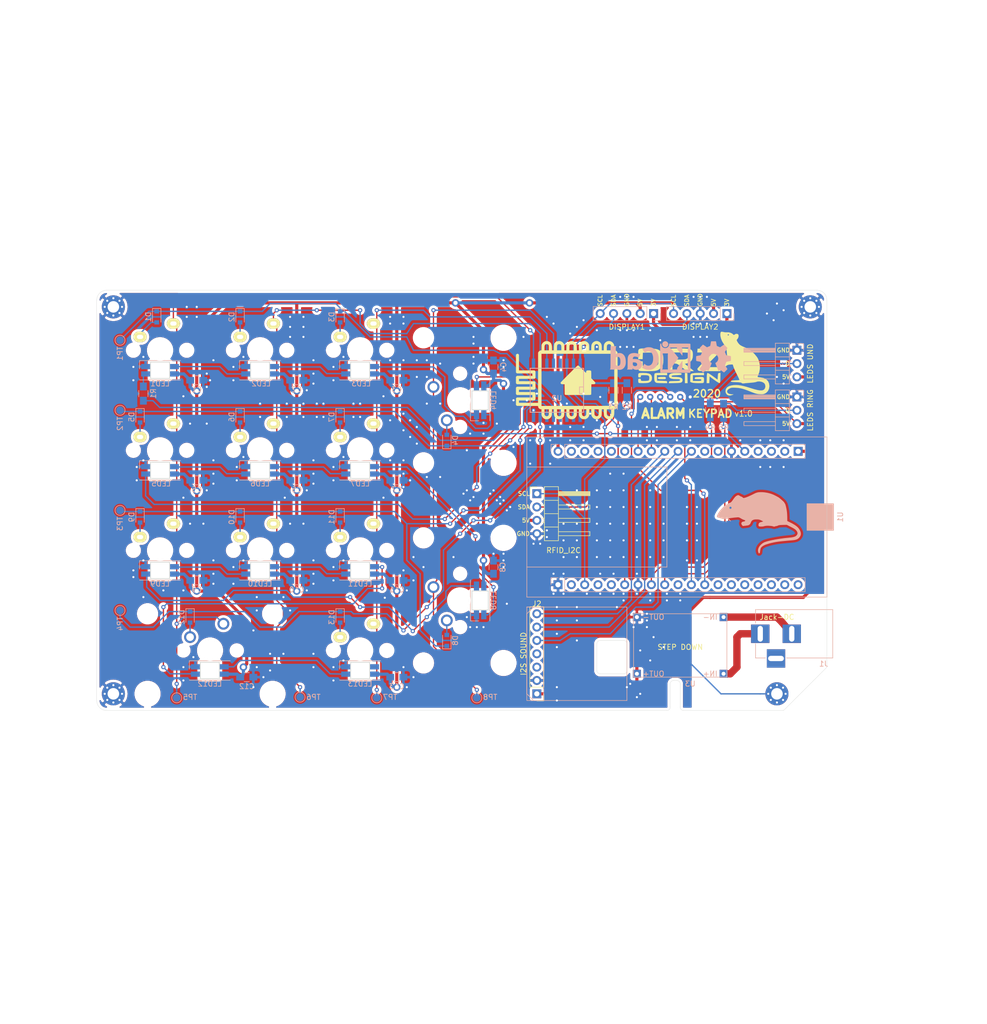
<source format=kicad_pcb>
(kicad_pcb (version 20171130) (host pcbnew "(5.1.7)-1")
  (layers (0 F.Cu signal) (31 B.Cu signal) (34 B.Paste user hide) (35 F.Paste user hide) (36 B.SilkS user) (37 F.SilkS user) (38 B.Mask user hide) (39 F.Mask user hide) (44 Edge.Cuts user))
  (net 0 "")
  (net 1 ROW1)
  (net 2 "Net-(D1-Pad2)")
  (net 3 "Net-(D2-Pad2)")
  (net 4 "Net-(D3-Pad2)")
  (net 5 ROW2)
  (net 6 "Net-(D4-Pad2)")
  (net 7 "Net-(D5-Pad2)")
  (net 8 "Net-(D6-Pad2)")
  (net 9 "Net-(D7-Pad2)")
  (net 10 ROW3)
  (net 11 "Net-(D8-Pad2)")
  (net 12 "Net-(D9-Pad2)")
  (net 13 "Net-(D10-Pad2)")
  (net 14 "Net-(D11-Pad2)")
  (net 15 ROW4)
  (net 16 "Net-(D12-Pad2)")
  (net 17 "Net-(D13-Pad2)")
  (net 18 COL1)
  (net 19 COL2)
  (net 20 COL3)
  (net 21 COL4)
  (net 22 GND)
  (net 23 +5V)
  (net 24 "Net-(LED1-Pad4)")
  (net 25 "Net-(LED1-Pad2)")
  (net 26 "Net-(LED2-Pad2)")
  (net 27 "Net-(LED3-Pad2)")
  (net 28 "Net-(LED4-Pad2)")
  (net 29 "Net-(LED5-Pad2)")
  (net 30 "Net-(LED6-Pad2)")
  (net 31 "Net-(LED7-Pad2)")
  (net 32 "Net-(LED8-Pad2)")
  (net 33 "Net-(LED10-Pad4)")
  (net 34 "Net-(LED10-Pad2)")
  (net 35 "Net-(LED11-Pad2)")
  (net 36 "Net-(LED12-Pad2)")
  (net 37 "Net-(LED13-Pad2)")
  (net 38 +3V3)
  (net 39 SDA)
  (net 40 SCL)
  (net 41 SS)
  (net 42 MOSI)
  (net 43 MISO)
  (net 44 SCK)
  (net 45 "Net-(U1-Pad24)")
  (net 46 "Net-(U1-Pad23)")
  (net 47 "Net-(U1-Pad33)")
  (net 48 "Net-(U1-Pad34)")
  (net 49 "Net-(U1-Pad36)")
  (net 50 "Net-(U1-Pad37)")
  (net 51 "Net-(U1-Pad32)")
  (net 52 "Net-(U1-Pad38)")
  (net 53 "Net-(U1-Pad29)")
  (net 54 "Net-(U1-Pad35)")
  (net 55 "Net-(U1-Pad2)")
  (net 56 "Net-(U1-Pad3)")
  (net 57 "Net-(U1-Pad4)")
  (net 58 "Net-(U1-Pad12)")
  (net 59 "Net-(U1-Pad18)")
  (net 60 "Net-(U1-Pad13)")
  (net 61 "Net-(U2-Pad1)")
  (net 62 "Net-(U2-Pad2)")
  (net 63 "Net-(U2-Pad3)")
  (net 64 "Net-(U2-Pad13)")
  (net 65 "Net-(J3-Pad2)")
  (net 66 "Net-(J4-Pad2)")
  (net 67 LEDS_KEYPAD)
  (net 68 LEDS_UNDERGLOW)
  (net 69 LEDS_RING)
  (net 70 SD)
  (net 71 GAIN)
  (net 72 DIN)
  (net 73 BCLK)
  (net 74 LRC)
  (net 75 "Net-(J1-Pad2)")
  (net 76 "Net-(J1-Pad1)")
  (net 77 "Net-(U1-Pad5)")
  (net 78 "Net-(U1-Pad17)")
  (net 79 "Net-(U1-Pad16)")
  (net 80 "Net-(U1-Pad6)")
  (net 81 "Net-(U1-Pad21)")
  (module Connect:BARREL_JACK (layer B.Cu) (at 155.575 133.985 180)
    (fp_text reference J1 (at -12.065 -5.715) (layer B.SilkS) (effects (justify mirror)))
    (fp_text value Jack-DC (at -3.175 3.175 180) (layer F.SilkS))
    (pad 1 thru_hole rect (at 0 0 180) (size 3.5 3.5) (drill oval 1 3) (layers *.Cu *.Mask) (net 76 "Net-(J1-Pad1)"))
    (pad 2 thru_hole rect (at -6 0 180) (size 3.5 3.5) (drill oval 1 3) (layers *.Cu *.Mask) (net 75 "Net-(J1-Pad2)"))
    (pad 3 thru_hole rect (at -3 -4.7 180) (size 3.5 3.5) (drill oval 3 1) (layers *.Cu *.Mask))
  )
  (module Pin_Headers:Pin_Header_Straight_1x05_Pitch2.54mm (layer B.Cu) (at 135.255 73.025 90)
    (fp_text reference J5 hide)
    (fp_text value DISPLAY1 (at -2.54 -5.08) (layer F.SilkS))
    (pad 1 thru_hole rect (at 0 0 90) (size 1.7 1.7) (drill 1) (layers *.Cu *.Mask) (net 38 +3V3))
    (pad 2 thru_hole oval (at 0 -2.54 90) (size 1.7 1.7) (drill 1) (layers *.Cu *.Mask) (net 23 +5V))
    (pad 3 thru_hole oval (at 0 -5.08 90) (size 1.7 1.7) (drill 1) (layers *.Cu *.Mask) (net 22 GND))
    (pad 4 thru_hole oval (at 0 -7.62 90) (size 1.7 1.7) (drill 1) (layers *.Cu *.Mask) (net 39 SDA))
    (pad 5 thru_hole oval (at 0 -10.16 90) (size 1.7 1.7) (drill 1) (layers *.Cu *.Mask) (net 40 SCL))
  )
  (module Pin_Headers:Pin_Header_Straight_1x05_Pitch2.54mm (layer B.Cu) (at 149.225 73.025 90)
    (fp_text reference J6 hide)
    (fp_text value DISPLAY2 (at -2.54 -5.08 180) (layer F.SilkS))
    (pad 1 thru_hole rect (at 0 0 90) (size 1.7 1.7) (drill 1) (layers *.Cu *.Mask) (net 38 +3V3))
    (pad 2 thru_hole oval (at 0 -2.54 90) (size 1.7 1.7) (drill 1) (layers *.Cu *.Mask) (net 23 +5V))
    (pad 3 thru_hole oval (at 0 -5.08 90) (size 1.7 1.7) (drill 1) (layers *.Cu *.Mask) (net 22 GND))
    (pad 4 thru_hole oval (at 0 -7.62 90) (size 1.7 1.7) (drill 1) (layers *.Cu *.Mask) (net 39 SDA))
    (pad 5 thru_hole oval (at 0 -10.16 90) (size 1.7 1.7) (drill 1) (layers *.Cu *.Mask) (net 40 SCL))
  )
  (module Pin_Headers:Pin_Header_Angled_1x04_Pitch2.54mm (layer F.Cu) (at 113.03 107.315)
    (fp_text reference J7 hide)
    (fp_text value RFID_I2C (at 5.08 10.795) (layer F.SilkS))
    (pad 1 thru_hole rect (at 0 0) (size 1.7 1.7) (drill 1) (layers *.Cu *.Mask) (net 40 SCL))
    (pad 2 thru_hole oval (at 0 2.54) (size 1.7 1.7) (drill 1) (layers *.Cu *.Mask) (net 39 SDA))
    (pad 3 thru_hole oval (at 0 5.08) (size 1.7 1.7) (drill 1) (layers *.Cu *.Mask) (net 23 +5V))
    (pad 4 thru_hole oval (at 0 7.62) (size 1.7 1.7) (drill 1) (layers *.Cu *.Mask) (net 22 GND))
  )
  (module Pin_Headers:Pin_Header_Angled_1x03_Pitch2.54mm (layer B.Cu) (at 162.56 88.9 180)
    (fp_text reference J4 hide)
    (fp_text value "LEDS RING" (at -2.54 -2.54 90) (layer F.SilkS))
    (pad 1 thru_hole rect (at 0 0 180) (size 1.7 1.7) (drill 1) (layers *.Cu *.Mask) (net 22 GND))
    (pad 2 thru_hole oval (at 0 -2.54 180) (size 1.7 1.7) (drill 1) (layers *.Cu *.Mask) (net 66 "Net-(J4-Pad2)"))
    (pad 3 thru_hole oval (at 0 -5.08 180) (size 1.7 1.7) (drill 1) (layers *.Cu *.Mask) (net 23 +5V))
  )
  (module Pin_Headers:Pin_Header_Angled_1x03_Pitch2.54mm (layer B.Cu) (at 162.56 80.01 180)
    (fp_text reference J3 hide)
    (fp_text value "LEDS UND" (at -2.54 -2.54 90) (layer F.SilkS))
    (pad 1 thru_hole rect (at 0 0 180) (size 1.7 1.7) (drill 1) (layers *.Cu *.Mask) (net 22 GND))
    (pad 2 thru_hole oval (at 0 -2.54 180) (size 1.7 1.7) (drill 1) (layers *.Cu *.Mask) (net 65 "Net-(J3-Pad2)"))
    (pad 3 thru_hole oval (at 0 -5.08 180) (size 1.7 1.7) (drill 1) (layers *.Cu *.Mask) (net 23 +5V))
  )
  (module Symbols:KiCad-Logo_6mm_SilkScreen (layer B.Cu) (at 134.62 81.28 180)
    (fp_text reference REF*** hide)
    (fp_text value KiCad-Logo_6mm_SilkScreen hide)
  )
  (module Symbols:OSHW-Symbol_6.7x6mm_SilkScreen (layer B.Cu) (at 146.685 81.28 180)
    (fp_text reference REF*** hide)
    (fp_text value OSHW-Symbol_6.7x6mm_SilkScreen hide)
  )
  (module drz-lib:LOGO_DRZ_DESIGN (layer F.Cu) (at 144.78 82.55)
    (fp_text reference G*** hide)
    (fp_text value LOGO hide)
    (pad 1 smd circle (at 4.725 -5.451) (size 0.3 0.3) (layers F.Cu F.Paste F.Mask))
  )
  (module drz-lib:LOGO_ESPHOME_BIG (layer F.Cu) (at 118.745 85.725)
    (fp_text reference G*** hide)
    (fp_text value LOGO hide)
  )
  (module Resistors_SMD:R_0805_HandSoldering (layer B.Cu) (at 127.635 87.63 90)
    (fp_text reference R3 (at -3.175 0) (layer B.SilkS) (effects (justify mirror)))
    (fp_text value 4.7k)
    (pad 1 smd rect (at -1.35 0 90) (size 1.5 1.3) (layers B.Cu B.Paste B.Mask) (net 40 SCL))
    (pad 2 smd rect (at 1.35 0 90) (size 1.5 1.3) (layers B.Cu B.Paste B.Mask) (net 38 +3V3))
  )
  (module Resistors_SMD:R_0805_HandSoldering (layer B.Cu) (at 130.175 87.63 90)
    (fp_text reference R2 (at -3.175 0) (layer B.SilkS) (effects (justify mirror)))
    (fp_text value 4.7k)
    (pad 1 smd rect (at -1.35 0 90) (size 1.5 1.3) (layers B.Cu B.Paste B.Mask) (net 39 SDA))
    (pad 2 smd rect (at 1.35 0 90) (size 1.5 1.3) (layers B.Cu B.Paste B.Mask) (net 38 +3V3))
  )
  (module Resistors_SMD:R_0805_HandSoldering (layer B.Cu) (at 148.59 91.52 270)
    (fp_text reference R5 (at 3.175 0 180) (layer B.SilkS) (effects (justify mirror)))
    (fp_text value 500)
    (pad 1 smd rect (at -1.35 0 270) (size 1.5 1.3) (layers B.Cu B.Paste B.Mask) (net 66 "Net-(J4-Pad2)"))
    (pad 2 smd rect (at 1.35 0 270) (size 1.5 1.3) (layers B.Cu B.Paste B.Mask) (net 69 LEDS_RING))
  )
  (module "drz-lib:esp32 38pin azdelivery" (layer B.Cu) (at 139.7 111.76 270)
    (fp_text reference U1 (at 0 -31.115 270) (layer B.SilkS) (effects (justify mirror)))
    (fp_text value ESP32-38pins)
    (pad 20 thru_hole rect (at 12.883 22.6396 270) (size 1.7 1.7) (drill 1) (layers *.Cu *.Mask) (net 22 GND))
    (pad 21 thru_hole oval (at 12.883 20.0996 270) (size 1.7 1.7) (drill 1) (layers *.Cu *.Mask) (net 81 "Net-(U1-Pad21)"))
    (pad 22 thru_hole oval (at 12.883 17.5596 270) (size 1.7 1.7) (drill 1) (layers *.Cu *.Mask) (net 40 SCL))
    (pad 28 thru_hole oval (at 12.883 2.3196 270) (size 1.7 1.7) (drill 1) (layers *.Cu *.Mask) (net 69 LEDS_RING))
    (pad 24 thru_hole oval (at 12.883 12.4796 270) (size 1.7 1.7) (drill 1) (layers *.Cu *.Mask) (net 45 "Net-(U1-Pad24)"))
    (pad 23 thru_hole oval (at 12.883 15.0196 270) (size 1.7 1.7) (drill 1) (layers *.Cu *.Mask) (net 46 "Net-(U1-Pad23)"))
    (pad 26 thru_hole oval (at 12.883 7.3996 270) (size 1.7 1.7) (drill 1) (layers *.Cu *.Mask) (net 22 GND))
    (pad 33 thru_hole oval (at 12.883 -10.3804 270) (size 1.7 1.7) (drill 1) (layers *.Cu *.Mask) (net 47 "Net-(U1-Pad33)"))
    (pad 31 thru_hole oval (at 12.883 -5.3004 270) (size 1.7 1.7) (drill 1) (layers *.Cu *.Mask) (net 41 SS))
    (pad 34 thru_hole oval (at 12.883 -12.9204 270) (size 1.7 1.7) (drill 1) (layers *.Cu *.Mask) (net 48 "Net-(U1-Pad34)"))
    (pad 36 thru_hole oval (at 12.883 -18.0004 270) (size 1.7 1.7) (drill 1) (layers *.Cu *.Mask) (net 49 "Net-(U1-Pad36)"))
    (pad 37 thru_hole oval (at 12.883 -20.5404 270) (size 1.7 1.7) (drill 1) (layers *.Cu *.Mask) (net 50 "Net-(U1-Pad37)"))
    (pad 32 thru_hole oval (at 12.883 -7.8404 270) (size 1.7 1.7) (drill 1) (layers *.Cu *.Mask) (net 51 "Net-(U1-Pad32)"))
    (pad 38 thru_hole oval (at 12.883 -23.0804 270) (size 1.7 1.7) (drill 1) (layers *.Cu *.Mask) (net 52 "Net-(U1-Pad38)"))
    (pad 27 thru_hole oval (at 12.883 4.8596 270) (size 1.7 1.7) (drill 1) (layers *.Cu *.Mask) (net 68 LEDS_UNDERGLOW))
    (pad 29 thru_hole oval (at 12.883 -0.2204 270) (size 1.7 1.7) (drill 1) (layers *.Cu *.Mask) (net 53 "Net-(U1-Pad29)"))
    (pad 30 thru_hole oval (at 12.883 -2.7604 270) (size 1.7 1.7) (drill 1) (layers *.Cu *.Mask) (net 42 MOSI))
    (pad 35 thru_hole oval (at 12.883 -15.4604 270) (size 1.7 1.7) (drill 1) (layers *.Cu *.Mask) (net 54 "Net-(U1-Pad35)"))
    (pad 25 thru_hole oval (at 12.883 9.9396 270) (size 1.7 1.7) (drill 1) (layers *.Cu *.Mask) (net 39 SDA))
    (pad 1 thru_hole circle (at -12.5095 22.6314 270) (size 1.7 1.7) (drill 1) (layers *.Cu *.Mask) (net 38 +3V3))
    (pad 2 thru_hole oval (at -12.5095 20.0914 270) (size 1.7 1.7) (drill 1) (layers *.Cu *.Mask) (net 55 "Net-(U1-Pad2)"))
    (pad 3 thru_hole oval (at -12.5095 17.5514 270) (size 1.7 1.7) (drill 1) (layers *.Cu *.Mask) (net 56 "Net-(U1-Pad3)"))
    (pad 9 thru_hole oval (at -12.5095 2.3114 270) (size 1.7 1.7) (drill 1) (layers *.Cu *.Mask) (net 74 LRC))
    (pad 5 thru_hole oval (at -12.5095 12.4714 270) (size 1.7 1.7) (drill 1) (layers *.Cu *.Mask) (net 77 "Net-(U1-Pad5)"))
    (pad 4 thru_hole oval (at -12.5095 15.0114 270) (size 1.7 1.7) (drill 1) (layers *.Cu *.Mask) (net 57 "Net-(U1-Pad4)"))
    (pad 7 thru_hole oval (at -12.5095 7.3914 270) (size 1.7 1.7) (drill 1) (layers *.Cu *.Mask) (net 43 MISO))
    (pad 14 thru_hole oval (at -12.5095 -10.3886 270) (size 1.7 1.7) (drill 1) (layers *.Cu *.Mask) (net 22 GND))
    (pad 12 thru_hole oval (at -12.5095 -5.3086 270) (size 1.7 1.7) (drill 1) (layers *.Cu *.Mask) (net 58 "Net-(U1-Pad12)"))
    (pad 15 thru_hole oval (at -12.5095 -12.9286 270) (size 1.7 1.7) (drill 1) (layers *.Cu *.Mask) (net 67 LEDS_KEYPAD))
    (pad 17 thru_hole oval (at -12.5095 -18.0086 270) (size 1.7 1.7) (drill 1) (layers *.Cu *.Mask) (net 78 "Net-(U1-Pad17)"))
    (pad 18 thru_hole oval (at -12.5095 -20.5486 270) (size 1.7 1.7) (drill 1) (layers *.Cu *.Mask) (net 59 "Net-(U1-Pad18)"))
    (pad 13 thru_hole oval (at -12.5095 -7.8486 270) (size 1.7 1.7) (drill 1) (layers *.Cu *.Mask) (net 60 "Net-(U1-Pad13)"))
    (pad 19 thru_hole rect (at -12.5095 -23.0886 270) (size 1.7 1.7) (drill 1) (layers *.Cu *.Mask) (net 23 +5V))
    (pad 8 thru_hole oval (at -12.5095 4.8514 270) (size 1.7 1.7) (drill 1) (layers *.Cu *.Mask) (net 44 SCK))
    (pad 10 thru_hole oval (at -12.5095 -0.2286 270) (size 1.7 1.7) (drill 1) (layers *.Cu *.Mask) (net 73 BCLK))
    (pad 11 thru_hole oval (at -12.5095 -2.7686 270) (size 1.7 1.7) (drill 1) (layers *.Cu *.Mask) (net 72 DIN))
    (pad 16 thru_hole oval (at -12.5095 -15.4686 270) (size 1.7 1.7) (drill 1) (layers *.Cu *.Mask) (net 79 "Net-(U1-Pad16)"))
    (pad 6 thru_hole oval (at -12.5095 9.9314 270) (size 1.7 1.7) (drill 1) (layers *.Cu *.Mask) (net 80 "Net-(U1-Pad6)"))
  )
  (module SMD_Packages:SO-16-L (layer B.Cu) (at 116.84 87.63 180)
    (fp_text reference U2 (at 0 -1.524 180) (layer B.SilkS) (effects (justify mirror)))
    (fp_text value PCF8574A)
    (pad 1 smd rect (at -4.445 -5.08 180) (size 0.635 1.905) (layers B.Cu B.Paste B.Mask) (net 61 "Net-(U2-Pad1)"))
    (pad 2 smd rect (at -3.175 -5.08 180) (size 0.635 1.905) (layers B.Cu B.Paste B.Mask) (net 62 "Net-(U2-Pad2)"))
    (pad 3 smd rect (at -1.905 -5.08 180) (size 0.635 1.905) (layers B.Cu B.Paste B.Mask) (net 63 "Net-(U2-Pad3)"))
    (pad 4 smd rect (at -0.635 -5.08 180) (size 0.635 1.905) (layers B.Cu B.Paste B.Mask) (net 1 ROW1))
    (pad 5 smd rect (at 0.635 -5.08 180) (size 0.635 1.905) (layers B.Cu B.Paste B.Mask) (net 5 ROW2))
    (pad 6 smd rect (at 1.905 -5.08 180) (size 0.635 1.905) (layers B.Cu B.Paste B.Mask) (net 10 ROW3))
    (pad 7 smd rect (at 3.175 -5.08 180) (size 0.635 1.905) (layers B.Cu B.Paste B.Mask) (net 15 ROW4))
    (pad 8 smd rect (at 4.445 -5.08 180) (size 0.635 1.905) (layers B.Cu B.Paste B.Mask) (net 22 GND))
    (pad 9 smd rect (at 4.445 5.08 180) (size 0.635 1.905) (layers B.Cu B.Paste B.Mask) (net 18 COL1))
    (pad 10 smd rect (at 3.175 5.08 180) (size 0.635 1.905) (layers B.Cu B.Paste B.Mask) (net 19 COL2))
    (pad 11 smd rect (at 1.905 5.08 180) (size 0.635 1.905) (layers B.Cu B.Paste B.Mask) (net 20 COL3))
    (pad 12 smd rect (at 0.635 5.08 180) (size 0.635 1.905) (layers B.Cu B.Paste B.Mask) (net 21 COL4))
    (pad 13 smd rect (at -0.635 5.08 180) (size 0.635 1.905) (layers B.Cu B.Paste B.Mask) (net 64 "Net-(U2-Pad13)"))
    (pad 14 smd rect (at -1.905 5.08 180) (size 0.635 1.905) (layers B.Cu B.Paste B.Mask) (net 40 SCL))
    (pad 15 smd rect (at -3.175 5.08 180) (size 0.635 1.905) (layers B.Cu B.Paste B.Mask) (net 39 SDA))
    (pad 16 smd rect (at -4.445 5.08 180) (size 0.635 1.905) (layers B.Cu B.Paste B.Mask) (net 38 +3V3))
  )
  (module kbd:CherryMX_1u (layer F.Cu) (at 60.325 80.01)
    (fp_text reference SW2 hide)
    (fp_text value SW_PUSH hide)
    (pad "" np_thru_hole circle (at 0 0 90) (size 4 4) (drill 4) (layers *.Cu *.Mask))
    (pad "" np_thru_hole circle (at -5.08 0 90) (size 1.9 1.9) (drill 1.9) (layers *.Cu *.Mask))
    (pad "" np_thru_hole circle (at 5.08 0 90) (size 1.9 1.9) (drill 1.9) (layers *.Cu *.Mask))
    (pad 2 thru_hole oval (at 2.54 -5.08) (size 2.5 2) (drill oval 1.2 0.8) (layers *.Cu F.SilkS B.Mask) (net 19 COL2))
    (pad 1 thru_hole oval (at -3.81 -2.54) (size 2.5 2) (drill oval 1.2 0.8) (layers *.Cu F.SilkS B.Mask) (net 3 "Net-(D2-Pad2)"))
  )
  (module "drz-lib:LM2596 module" (layer B.Cu) (at 140.335 135.89 180)
    (fp_text reference U3 (at -1.905 -7.62 180) (layer B.SilkS) (effects (justify mirror)))
    (fp_text value "STEP DOWN" (at 0 -0.635) (layer F.SilkS))
    (fp_text user OUT+ (at 5.08 -5.715) (layer B.SilkS) (effects (justify mirror)))
    (fp_text user OUT- (at 5.08 5.08) (layer B.SilkS) (effects (justify mirror)))
    (fp_text user IN- (at -5.715 5.08) (layer B.SilkS) (effects (justify mirror)))
    (fp_text user IN+ (at -5.715 -5.715) (layer B.SilkS) (effects (justify mirror)))
    (pad 4 thru_hole rect (at 8.255 -5.715 180) (size 1.524 1.524) (drill 0.762) (layers *.Cu *.Mask) (net 23 +5V))
    (pad 3 thru_hole rect (at 8.255 5.08 180) (size 1.524 1.524) (drill 0.762) (layers *.Cu *.Mask) (net 22 GND))
    (pad 2 thru_hole rect (at -8.255 5.08 180) (size 1.524 1.524) (drill 0.762) (layers *.Cu *.Mask) (net 75 "Net-(J1-Pad2)"))
    (pad 1 thru_hole rect (at -8.255 -5.715 180) (size 1.524 1.524) (drill 0.762) (layers *.Cu *.Mask) (net 76 "Net-(J1-Pad1)"))
  )
  (module "drz-lib:I2S breakout" (layer B.Cu) (at 120.65 137.795 90)
    (fp_text reference REF** hide)
    (fp_text value "I2S breakout")
  )
  (module drz-lib:LOGO_RAT (layer F.Cu) (at 154.94 110.49)
    (fp_text reference REF** hide)
    (fp_text value LOGO_RAT)
    (fp_poly (pts (xy -5.538 -1.139) (xy -5.449 -1.185) (xy -5.185 -0.762) (xy -5.212 -0.744) (xy -5.234 -0.727) (xy -5.257 -0.705) (xy -5.272 -0.688) (xy -5.287 -0.667) (xy -5.299 -0.647) (xy -5.308 -0.63) (xy -5.316 -0.613) (xy -5.321 -0.599) (xy -5.325 -0.583) (xy -5.328 -0.571) (xy -5.332 -0.552) (xy -5.334 -0.54) (xy -5.337 -0.523) (xy -5.338 -0.511) (xy -5.338 -0.496) (xy -5.338 -0.481) (xy -5.337 -0.465) (xy -5.334 -0.446) (xy -5.329 -0.423) (xy -5.324 -0.407) (xy -5.318 -0.389) (xy -5.309 -0.368) (xy -5.295 -0.343) (xy -5.284 -0.326) (xy -5.271 -0.309) (xy -5.258 -0.293) (xy -5.242 -0.278) (xy -5.209 -0.251) (xy -5.188 -0.238) (xy -5.171 -0.229) (xy -5.152 -0.221) (xy -5.131 -0.213) (xy -5.102 -0.205) (xy -5.055 -0.198) (xy -5.017 -0.198) (xy -4.973 -0.204) (xy -4.935 -0.216) (xy -4.902 -0.23) (xy -4.875 -0.246) (xy -4.858 -0.258) (xy -4.828 -0.283) (xy -4.797 -0.317) (xy -4.78 -0.342) (xy -4.76 -0.38) (xy -4.75 -0.41) (xy -4.745 -0.431) (xy -4.74 -0.458) (xy -4.737 -0.5) (xy -4.739 -0.536) (xy -4.748 -0.579) (xy -4.765 -0.625) (xy -4.783 -0.66) (xy -4.809 -0.694) (xy -4.821 -0.707) (xy -4.838 -0.723) (xy -4.848 -0.732) (xy -4.87 -0.748) (xy -4.893 -0.762) (xy -4.905 -0.768) (xy -4.92 -0.776) (xy -4.931 -0.78) (xy -4.95 -0.786) (xy -4.96 -0.789) (xy -4.972 -0.792) (xy -4.982 -0.794) (xy -4.995 -0.796) (xy -5.012 -0.798) (xy -5.03 -0.799) (xy -5.057 -0.799) (xy -5.082 -0.797) (xy -5.118 -0.791) (xy -5.144 -0.782) (xy -5.163 -0.773) (xy -5.178 -0.765) (xy -5.181 -0.763) (xy -5.446 -1.187) (xy -5.281 -1.275) (xy -5.061 -1.366) (xy -4.953 -1.428) (xy -4.85 -1.501) (xy -4.748 -1.609) (xy -4.627 -1.758) (xy -4.477 -1.97) (xy -4.354 -2.148) (xy -4.203 -2.346) (xy -4.084 -2.486) (xy -3.995 -2.577) (xy -3.867 -2.674) (xy -3.758 -2.737) (xy -3.653 -2.787) (xy -3.57 -2.799) (xy -3.514 -2.79) (xy -3.438 -2.759) (xy -3.322 -2.696) (xy -3.227 -2.625) (xy -3.133 -2.569) (xy -3.048 -2.546) (xy -2.949 -2.511) (xy -2.871 -2.464) (xy -2.807 -2.412) (xy -2.704 -2.332) (xy -2.634 -2.278) (xy -2.558 -2.267) (xy -2.444 -2.269) (xy -2.295 -2.305) (xy -2.023 -2.383) (xy -1.618 -2.542) (xy -1.359 -2.658) (xy -0.899 -2.875) (xy -0.469 -3.089) (xy -0.308 -3.17) (xy -0.114 -3.247) (xy 0.046 -3.297) (xy 0.225 -3.338) (xy 0.385 -3.358) (xy 0.528 -3.366) (xy 0.69 -3.373) (xy 0.8 -3.372) (xy 0.993 -3.37) (xy 1.135 -3.364) (xy 1.278 -3.35) (xy 1.497 -3.328) (xy 1.639 -3.308) (xy 1.864 -3.27) (xy 2.015 -3.24) (xy 2.212 -3.194) (xy 2.357 -3.155) (xy 2.604 -3.085) (xy 2.79 -3.017) (xy 3.089 -2.904) (xy 3.604 -2.649) (xy 4.017 -2.422) (xy 4.139 -2.347) (xy 4.406 -2.134) (xy 4.908 -1.685) (xy 5.073 -1.519) (xy 5.141 -1.417) (xy 5.221 -1.283) (xy 5.313 -1.118) (xy 5.373 -0.92) (xy 5.437 -0.676) (xy 5.519 -0.295) (xy 5.572 -0.008) (xy 5.614 0.295) (xy 5.648 0.668) (xy 5.673 1.234) (xy 5.681 2.081) (xy 5.713 2.101) (xy 6.21 2.347) (xy 6.613 2.543) (xy 7.101 2.825) (xy 7.337 2.986) (xy 7.5 3.11) (xy 7.675 3.269) (xy 7.804 3.397) (xy 7.902 3.529) (xy 7.992 3.661) (xy 8.075 3.796) (xy 8.164 3.99) (xy 8.23 4.173) (xy 8.256 4.327) (xy 8.261 4.46) (xy 8.253 4.58) (xy 8.229 4.692) (xy 8.184 4.818) (xy 8.116 4.936) (xy 8.036 5.05) (xy 7.893 5.213) (xy 7.707 5.347) (xy 7.552 5.43) (xy 7.396 5.484) (xy 7.101 5.548) (xy 6.744 5.587) (xy 5.63 5.684) (xy 4.822 5.765) (xy 4.469 5.803) (xy 4.039 5.855) (xy 3.653 5.912) (xy 3.212 5.995) (xy 2.763 6.093) (xy 2.316 6.207) (xy 1.981 6.314) (xy 1.67 6.409) (xy 1.497 6.475) (xy 1.308 6.57) (xy 1.137 6.665) (xy 0.99 6.76) (xy 0.879 6.857) (xy 0.767 6.965) (xy 0.687 7.075) (xy 0.63 7.199) (xy 0.585 7.308) (xy 0.561 7.422) (xy 0.532 7.572) (xy 0.509 7.711) (xy 0.492 7.85) (xy 0.483 7.923) (xy 0.476 7.995) (xy 0.469 8.031) (xy 0.455 8.048) (xy 0.424 8.076) (xy 0.415 8.078) (xy 0.401 8.06) (xy 0.392 8.034) (xy 0.382 8.001) (xy 0.365 7.94) (xy 0.348 7.876) (xy 0.329 7.812) (xy 0.311 7.728) (xy 0.31 7.662) (xy 0.307 7.579) (xy 0.317 7.508) (xy 0.329 7.435) (xy 0.352 7.338) (xy 0.379 7.259) (xy 0.411 7.176) (xy 0.448 7.1) (xy 0.501 7.006) (xy 0.565 6.905) (xy 0.648 6.793) (xy 0.744 6.688) (xy 0.813 6.619) (xy 0.912 6.52) (xy 1.043 6.418) (xy 1.147 6.335) (xy 1.252 6.269) (xy 1.484 6.145) (xy 1.731 6.062) (xy 1.822 6.033) (xy 1.969 5.989) (xy 2.347 5.886) (xy 2.9 5.765) (xy 3.568 5.635) (xy 4.475 5.487) (xy 5.185 5.39) (xy 5.635 5.339) (xy 5.965 5.31) (xy 6.499 5.253) (xy 6.72 5.227) (xy 6.932 5.18) (xy 7.112 5.134) (xy 7.232 5.093) (xy 7.41 5.005) (xy 7.542 4.907) (xy 7.621 4.828) (xy 7.699 4.735) (xy 7.766 4.629) (xy 7.811 4.517) (xy 7.828 4.423) (xy 7.83 4.334) (xy 7.823 4.249) (xy 7.801 4.149) (xy 7.768 4.062) (xy 7.684 3.91) (xy 7.64 3.849) (xy 7.589 3.782) (xy 7.554 3.738) (xy 7.502 3.687) (xy 7.417 3.596) (xy 7.341 3.536) (xy 7.253 3.479) (xy 7.122 3.392) (xy 6.986 3.308) (xy 6.821 3.216) (xy 6.713 3.161) (xy 6.489 3.046) (xy 6.142 2.87) (xy 5.879 2.735) (xy 5.729 2.661) (xy 5.704 2.649) (xy 5.686 2.648) (xy 5.355 2.654) (xy 4.952 2.663) (xy 4.588 2.679) (xy 4.381 2.69) (xy 4.207 2.72) (xy 4.129 2.732) (xy 4.046 2.76) (xy 3.95 2.798) (xy 3.89 2.832) (xy 3.824 2.859) (xy 3.761 2.879) (xy 3.669 2.887) (xy 3.572 2.9) (xy 3.5 2.91) (xy 3.469 2.927) (xy 3.415 2.962) (xy 3.366 2.977) (xy 3.323 2.984) (xy 3.266 2.985) (xy 3.22 2.984) (xy 3.159 2.963) (xy 3.113 2.951) (xy 3.037 2.923) (xy 2.944 2.898) (xy 2.816 2.876) (xy 2.548 2.846) (xy 2.41 2.839) (xy 2.214 2.825) (xy 2.012 2.822) (xy 1.818 2.83) (xy 1.628 2.852) (xy 1.466 2.88) (xy 1.306 2.924) (xy 1.199 2.948) (xy 1.078 2.966) (xy 0.946 2.977) (xy 0.789 2.979) (xy 0.6 2.977) (xy 0.518 2.968) (xy 0.465 2.954) (xy 0.438 2.938) (xy 0.42 2.917) (xy 0.408 2.888) (xy 0.401 2.853) (xy 0.396 2.808) (xy 0.395 2.757) (xy 0.4 2.705) (xy 0.409 2.656) (xy 0.433 2.586) (xy 0.47 2.519) (xy 0.528 2.439) (xy 0.583 2.398) (xy 0.645 2.371) (xy 0.784 2.329) (xy 1.06 2.257) (xy 1.207 2.216) (xy 1.292 2.162) (xy 1.335 2.129) (xy 1.348 2.106) (xy 1.326 2.07) (xy 1.272 2.033) (xy 1.193 1.992) (xy 1.065 1.918) (xy 0.772 1.773) (xy 0.581 1.7) (xy 0.543 1.685) (xy 0.435 1.655) (xy 0.293 1.632) (xy 0.084 1.617) (xy -0.07 1.617) (xy -0.356 1.623) (xy -0.501 1.643) (xy -0.623 1.671) (xy -0.732 1.713) (xy -0.85 1.763) (xy -0.911 1.796) (xy -0.979 1.847) (xy -1.034 1.899) (xy -1.104 1.984) (xy -1.156 2.052) (xy -1.206 2.16) (xy -1.249 2.261) (xy -1.301 2.385) (xy -1.335 2.457) (xy -1.371 2.512) (xy -1.398 2.551) (xy -1.415 2.572) (xy -1.448 2.604) (xy -1.488 2.634) (xy -1.6 2.705) (xy -1.727 2.754) (xy -1.943 2.781) (xy -2.146 2.815) (xy -2.41 2.838) (xy -2.572 2.861) (xy -2.605 2.874) (xy -2.633 2.87) (xy -2.671 2.848) (xy -2.709 2.8) (xy -2.737 2.764) (xy -2.78 2.71) (xy -2.823 2.636) (xy -2.848 2.574) (xy -2.865 2.509) (xy -2.864 2.441) (xy -2.832 2.37) (xy -2.784 2.314) (xy -2.733 2.284) (xy -2.667 2.252) (xy -2.558 2.228) (xy -2.397 2.197) (xy -2.289 2.163) (xy -2.22 2.113) (xy -2.177 2.07) (xy -2.148 2.014) (xy -2.135 1.965) (xy -2.132 1.92) (xy -2.141 1.869) (xy -2.15 1.841) (xy -2.167 1.823) (xy -2.19 1.809) (xy -2.22 1.79) (xy -2.295 1.762) (xy -2.445 1.709) (xy -2.62 1.642) (xy -2.689 1.613) (xy -2.783 1.563) (xy -2.893 1.504) (xy -3.193 1.325) (xy -3.304 1.275) (xy -3.489 1.222) (xy -3.647 1.211) (xy -3.752 1.225) (xy -3.963 1.24) (xy -4.406 1.281) (xy -4.664 1.315) (xy -4.924 1.349) (xy -5.16 1.381) (xy -5.425 1.426) (xy -5.848 1.481) (xy -5.978 1.503) (xy -6.181 1.521) (xy -6.342 1.525) (xy -6.454 1.515) (xy -6.546 1.497) (xy -6.812 1.421) (xy -7.015 1.361) (xy -7.099 1.332) (xy -7.222 1.298) (xy -7.359 1.274) (xy -7.424 1.254) (xy -7.472 1.228) (xy -7.504 1.195) (xy -7.516 1.15) (xy -7.518 1.097) (xy -7.485 1.014) (xy -7.428 0.883) (xy -7.305 0.646) (xy -7.167 0.415) (xy -6.996 0.171) (xy -6.874 0.009) (xy -6.647 -0.251) (xy -6.482 -0.432) (xy -6.25 -0.65) (xy -6.007 -0.846) (xy -5.859 -0.949) (xy -5.719 -1.032) (xy -5.619 -1.092)) (layer B.Cu) (width 0.1))
    (pad 1 smd circle (at -5.047 -0.527) (size 0.6 0.6) (layers B.Cu B.Mask))
  )
  (module Mounting_Holes:MountingHole_2.2mm_M2_Pad_Via (layer F.Cu) (at 158.75 145.415)
    (fp_text reference H4 hide)
    (fp_text value MountingHole_Pad)
    (pad 1 thru_hole circle (at 0 0) (size 4.4 4.4) (drill 2.2) (layers *.Cu *.Mask) (net 22 GND))
    (pad 1 thru_hole circle (at 1.65 0) (size 0.7 0.7) (drill 0.4) (layers *.Cu *.Mask) (net 22 GND))
    (pad 1 thru_hole circle (at 1.166726 1.166726) (size 0.7 0.7) (drill 0.4) (layers *.Cu *.Mask) (net 22 GND))
    (pad 1 thru_hole circle (at 0 1.65) (size 0.7 0.7) (drill 0.4) (layers *.Cu *.Mask) (net 22 GND))
    (pad 1 thru_hole circle (at -1.166726 1.166726) (size 0.7 0.7) (drill 0.4) (layers *.Cu *.Mask) (net 22 GND))
    (pad 1 thru_hole circle (at -1.65 0) (size 0.7 0.7) (drill 0.4) (layers *.Cu *.Mask) (net 22 GND))
    (pad 1 thru_hole circle (at -1.166726 -1.166726) (size 0.7 0.7) (drill 0.4) (layers *.Cu *.Mask) (net 22 GND))
    (pad 1 thru_hole circle (at 0 -1.65) (size 0.7 0.7) (drill 0.4) (layers *.Cu *.Mask) (net 22 GND))
    (pad 1 thru_hole circle (at 1.166726 -1.166726) (size 0.7 0.7) (drill 0.4) (layers *.Cu *.Mask) (net 22 GND))
  )
  (module Mounting_Holes:MountingHole_2.2mm_M2_Pad_Via (layer F.Cu) (at 165.1 71.755)
    (fp_text reference H2 hide)
    (fp_text value MountingHole_Pad)
    (pad 1 thru_hole circle (at 0 0) (size 4.4 4.4) (drill 2.2) (layers *.Cu *.Mask) (net 22 GND))
    (pad 1 thru_hole circle (at 1.65 0) (size 0.7 0.7) (drill 0.4) (layers *.Cu *.Mask) (net 22 GND))
    (pad 1 thru_hole circle (at 1.166726 1.166726) (size 0.7 0.7) (drill 0.4) (layers *.Cu *.Mask) (net 22 GND))
    (pad 1 thru_hole circle (at 0 1.65) (size 0.7 0.7) (drill 0.4) (layers *.Cu *.Mask) (net 22 GND))
    (pad 1 thru_hole circle (at -1.166726 1.166726) (size 0.7 0.7) (drill 0.4) (layers *.Cu *.Mask) (net 22 GND))
    (pad 1 thru_hole circle (at -1.65 0) (size 0.7 0.7) (drill 0.4) (layers *.Cu *.Mask) (net 22 GND))
    (pad 1 thru_hole circle (at -1.166726 -1.166726) (size 0.7 0.7) (drill 0.4) (layers *.Cu *.Mask) (net 22 GND))
    (pad 1 thru_hole circle (at 0 -1.65) (size 0.7 0.7) (drill 0.4) (layers *.Cu *.Mask) (net 22 GND))
    (pad 1 thru_hole circle (at 1.166726 -1.166726) (size 0.7 0.7) (drill 0.4) (layers *.Cu *.Mask) (net 22 GND))
  )
  (module Mounting_Holes:MountingHole_2.2mm_M2_Pad_Via (layer F.Cu) (at 32.385 145.415)
    (fp_text reference H3 hide)
    (fp_text value MountingHole_Pad)
    (pad 1 thru_hole circle (at 0 0) (size 4.4 4.4) (drill 2.2) (layers *.Cu *.Mask) (net 22 GND))
    (pad 1 thru_hole circle (at 1.65 0) (size 0.7 0.7) (drill 0.4) (layers *.Cu *.Mask) (net 22 GND))
    (pad 1 thru_hole circle (at 1.166726 1.166726) (size 0.7 0.7) (drill 0.4) (layers *.Cu *.Mask) (net 22 GND))
    (pad 1 thru_hole circle (at 0 1.65) (size 0.7 0.7) (drill 0.4) (layers *.Cu *.Mask) (net 22 GND))
    (pad 1 thru_hole circle (at -1.166726 1.166726) (size 0.7 0.7) (drill 0.4) (layers *.Cu *.Mask) (net 22 GND))
    (pad 1 thru_hole circle (at -1.65 0) (size 0.7 0.7) (drill 0.4) (layers *.Cu *.Mask) (net 22 GND))
    (pad 1 thru_hole circle (at -1.166726 -1.166726) (size 0.7 0.7) (drill 0.4) (layers *.Cu *.Mask) (net 22 GND))
    (pad 1 thru_hole circle (at 0 -1.65) (size 0.7 0.7) (drill 0.4) (layers *.Cu *.Mask) (net 22 GND))
    (pad 1 thru_hole circle (at 1.166726 -1.166726) (size 0.7 0.7) (drill 0.4) (layers *.Cu *.Mask) (net 22 GND))
  )
  (module Mounting_Holes:MountingHole_2.2mm_M2_Pad_Via (layer F.Cu) (at 32.385 71.755)
    (fp_text reference H1 hide)
    (fp_text value MountingHole_Pad)
    (pad 1 thru_hole circle (at 0 0) (size 4.4 4.4) (drill 2.2) (layers *.Cu *.Mask) (net 22 GND))
    (pad 1 thru_hole circle (at 1.65 0) (size 0.7 0.7) (drill 0.4) (layers *.Cu *.Mask) (net 22 GND))
    (pad 1 thru_hole circle (at 1.166726 1.166726) (size 0.7 0.7) (drill 0.4) (layers *.Cu *.Mask) (net 22 GND))
    (pad 1 thru_hole circle (at 0 1.65) (size 0.7 0.7) (drill 0.4) (layers *.Cu *.Mask) (net 22 GND))
    (pad 1 thru_hole circle (at -1.166726 1.166726) (size 0.7 0.7) (drill 0.4) (layers *.Cu *.Mask) (net 22 GND))
    (pad 1 thru_hole circle (at -1.65 0) (size 0.7 0.7) (drill 0.4) (layers *.Cu *.Mask) (net 22 GND))
    (pad 1 thru_hole circle (at -1.166726 -1.166726) (size 0.7 0.7) (drill 0.4) (layers *.Cu *.Mask) (net 22 GND))
    (pad 1 thru_hole circle (at 0 -1.65) (size 0.7 0.7) (drill 0.4) (layers *.Cu *.Mask) (net 22 GND))
    (pad 1 thru_hole circle (at 1.166726 -1.166726) (size 0.7 0.7) (drill 0.4) (layers *.Cu *.Mask) (net 22 GND))
  )
  (module Pin_Headers:Pin_Header_Straight_1x07_Pitch2.54mm (layer F.Cu) (at 113.03 145.415 180)
    (fp_text reference J2 (at 0 17.145) (layer F.SilkS))
    (fp_text value "I2S SOUND" (at 2.54 7.62 90) (layer F.SilkS))
    (pad 1 thru_hole rect (at 0 0 180) (size 1.7 1.7) (drill 1) (layers *.Cu *.Mask) (net 23 +5V))
    (pad 2 thru_hole oval (at 0 2.54 180) (size 1.7 1.7) (drill 1) (layers *.Cu *.Mask) (net 22 GND))
    (pad 3 thru_hole oval (at 0 5.08 180) (size 1.7 1.7) (drill 1) (layers *.Cu *.Mask) (net 70 SD))
    (pad 4 thru_hole oval (at 0 7.62 180) (size 1.7 1.7) (drill 1) (layers *.Cu *.Mask) (net 71 GAIN))
    (pad 5 thru_hole oval (at 0 10.16 180) (size 1.7 1.7) (drill 1) (layers *.Cu *.Mask) (net 72 DIN))
    (pad 6 thru_hole oval (at 0 12.7 180) (size 1.7 1.7) (drill 1) (layers *.Cu *.Mask) (net 73 BCLK))
    (pad 7 thru_hole oval (at 0 15.24 180) (size 1.7 1.7) (drill 1) (layers *.Cu *.Mask) (net 74 LRC))
  )
  (module Resistors_SMD:R_0805_HandSoldering (layer B.Cu) (at 146.05 91.44 270)
    (fp_text reference R4 (at 3.255 0 180) (layer B.SilkS) (effects (justify mirror)))
    (fp_text value 500)
    (pad 1 smd rect (at -1.35 0 270) (size 1.5 1.3) (layers B.Cu B.Paste B.Mask) (net 65 "Net-(J3-Pad2)"))
    (pad 2 smd rect (at 1.35 0 270) (size 1.5 1.3) (layers B.Cu B.Paste B.Mask) (net 68 LEDS_UNDERGLOW))
  )
  (module MX_only:MXOnly-2U-NoLED (layer F.Cu) (at 50.8 137.16)
    (fp_text reference SW12 hide)
    (fp_text value SW_PUSH hide)
    (pad 2 thru_hole circle (at 2.54 -5.08) (size 2.25 2.25) (drill 1.47) (layers *.Cu B.Mask) (net 18 COL1))
    (pad "" np_thru_hole circle (at 0 0) (size 3.9878 3.9878) (drill 3.9878) (layers *.Cu *.Mask))
    (pad 1 thru_hole circle (at -3.81 -2.54) (size 2.25 2.25) (drill 1.47) (layers *.Cu B.Mask) (net 16 "Net-(D12-Pad2)"))
    (pad "" np_thru_hole circle (at -5.08 0 48.0996) (size 1.75 1.75) (drill 1.75) (layers *.Cu *.Mask))
    (pad "" np_thru_hole circle (at 5.08 0 48.0996) (size 1.75 1.75) (drill 1.75) (layers *.Cu *.Mask))
    (pad "" np_thru_hole circle (at -11.90625 -6.985) (size 3.048 3.048) (drill 3.048) (layers *.Cu *.Mask))
    (pad "" np_thru_hole circle (at 11.90625 -6.985) (size 3.048 3.048) (drill 3.048) (layers *.Cu *.Mask))
    (pad "" np_thru_hole circle (at -11.90625 8.255) (size 3.9878 3.9878) (drill 3.9878) (layers *.Cu *.Mask))
    (pad "" np_thru_hole circle (at 11.90625 8.255) (size 3.9878 3.9878) (drill 3.9878) (layers *.Cu *.Mask))
  )
  (module "Test points:TestPoint_Pad_D1.5mm" (layer B.Cu) (at 101.6 146.177)
    (fp_text reference TP8 (at 2.54 -0.127) (layer B.SilkS) (effects (justify mirror)))
    (fp_text value TestPoint)
    (pad 1 smd circle (at 0 0) (size 1.5 1.5) (layers B.Cu B.Mask) (net 21 COL4))
  )
  (module "Test points:TestPoint_Pad_D1.5mm" (layer B.Cu) (at 82.55 146.177)
    (fp_text reference TP7 (at 2.54 -0.127) (layer B.SilkS) (effects (justify mirror)))
    (fp_text value TestPoint)
    (pad 1 smd circle (at 0 0) (size 1.5 1.5) (layers B.Cu B.Mask) (net 20 COL3))
  )
  (module "Test points:TestPoint_Pad_D1.5mm" (layer B.Cu) (at 67.945 146.05)
    (fp_text reference TP6 (at 2.54 0) (layer B.SilkS) (effects (justify mirror)))
    (fp_text value TestPoint)
    (pad 1 smd circle (at 0 0) (size 1.5 1.5) (layers B.Cu B.Mask) (net 19 COL2))
  )
  (module "Test points:TestPoint_Pad_D1.5mm" (layer B.Cu) (at 44.45 146.177)
    (fp_text reference TP5 (at 2.54 -0.127) (layer B.SilkS) (effects (justify mirror)))
    (fp_text value TestPoint)
    (pad 1 smd circle (at 0 0) (size 1.5 1.5) (layers B.Cu B.Mask) (net 18 COL1))
  )
  (module "Test points:TestPoint_Pad_D1.5mm" (layer B.Cu) (at 33.655 129.54)
    (fp_text reference TP4 (at 0 2.54 90) (layer B.SilkS) (effects (justify mirror)))
    (fp_text value TestPoint)
    (pad 1 smd circle (at 0 0) (size 1.5 1.5) (layers B.Cu B.Mask) (net 15 ROW4))
  )
  (module "Test points:TestPoint_Pad_D1.5mm" (layer B.Cu) (at 33.655 110.49)
    (fp_text reference TP3 (at 0 2.54 90) (layer B.SilkS) (effects (justify mirror)))
    (fp_text value TestPoint)
    (pad 1 smd circle (at 0 0) (size 1.5 1.5) (layers B.Cu B.Mask) (net 10 ROW3))
  )
  (module "Test points:TestPoint_Pad_D1.5mm" (layer B.Cu) (at 33.655 91.44)
    (fp_text reference TP2 (at 0 2.54 90) (layer B.SilkS) (effects (justify mirror)))
    (fp_text value TestPoint)
    (pad 1 smd circle (at 0 0) (size 1.5 1.5) (layers B.Cu B.Mask) (net 5 ROW2))
  )
  (module "Test points:TestPoint_Pad_D1.5mm" (layer B.Cu) (at 33.655 78.105)
    (fp_text reference TP1 (at 0 2.54 90) (layer B.SilkS) (effects (justify mirror)))
    (fp_text value TestPoint)
    (pad 1 smd circle (at 0 0) (size 1.5 1.5) (layers B.Cu B.Mask) (net 1 ROW1))
  )
  (module kbd:CherryMX_1u (layer F.Cu) (at 79.375 137.16)
    (fp_text reference SW13 hide)
    (fp_text value SW_PUSH hide)
    (pad "" np_thru_hole circle (at 0 0 90) (size 4 4) (drill 4) (layers *.Cu *.Mask))
    (pad "" np_thru_hole circle (at -5.08 0 90) (size 1.9 1.9) (drill 1.9) (layers *.Cu *.Mask))
    (pad "" np_thru_hole circle (at 5.08 0 90) (size 1.9 1.9) (drill 1.9) (layers *.Cu *.Mask))
    (pad 2 thru_hole oval (at 2.54 -5.08) (size 2.5 2) (drill oval 1.2 0.8) (layers *.Cu F.SilkS B.Mask) (net 20 COL3))
    (pad 1 thru_hole oval (at -3.81 -2.54) (size 2.5 2) (drill oval 1.2 0.8) (layers *.Cu F.SilkS B.Mask) (net 17 "Net-(D13-Pad2)"))
  )
  (module kbd:CherryMX_1u (layer F.Cu) (at 79.375 118.11)
    (fp_text reference SW11 hide)
    (fp_text value SW_PUSH hide)
    (pad "" np_thru_hole circle (at 0 0 90) (size 4 4) (drill 4) (layers *.Cu *.Mask))
    (pad "" np_thru_hole circle (at -5.08 0 90) (size 1.9 1.9) (drill 1.9) (layers *.Cu *.Mask))
    (pad "" np_thru_hole circle (at 5.08 0 90) (size 1.9 1.9) (drill 1.9) (layers *.Cu *.Mask))
    (pad 2 thru_hole oval (at 2.54 -5.08) (size 2.5 2) (drill oval 1.2 0.8) (layers *.Cu F.SilkS B.Mask) (net 20 COL3))
    (pad 1 thru_hole oval (at -3.81 -2.54) (size 2.5 2) (drill oval 1.2 0.8) (layers *.Cu F.SilkS B.Mask) (net 14 "Net-(D11-Pad2)"))
  )
  (module kbd:CherryMX_1u (layer F.Cu) (at 60.325 118.11)
    (fp_text reference SW10 hide)
    (fp_text value SW_PUSH hide)
    (pad "" np_thru_hole circle (at 0 0 90) (size 4 4) (drill 4) (layers *.Cu *.Mask))
    (pad "" np_thru_hole circle (at -5.08 0 90) (size 1.9 1.9) (drill 1.9) (layers *.Cu *.Mask))
    (pad "" np_thru_hole circle (at 5.08 0 90) (size 1.9 1.9) (drill 1.9) (layers *.Cu *.Mask))
    (pad 2 thru_hole oval (at 2.54 -5.08) (size 2.5 2) (drill oval 1.2 0.8) (layers *.Cu F.SilkS B.Mask) (net 19 COL2))
    (pad 1 thru_hole oval (at -3.81 -2.54) (size 2.5 2) (drill oval 1.2 0.8) (layers *.Cu F.SilkS B.Mask) (net 13 "Net-(D10-Pad2)"))
  )
  (module kbd:CherryMX_1u (layer F.Cu) (at 41.275 118.11)
    (fp_text reference SW9 hide)
    (fp_text value SW_PUSH hide)
    (pad "" np_thru_hole circle (at 0 0 90) (size 4 4) (drill 4) (layers *.Cu *.Mask))
    (pad "" np_thru_hole circle (at -5.08 0 90) (size 1.9 1.9) (drill 1.9) (layers *.Cu *.Mask))
    (pad "" np_thru_hole circle (at 5.08 0 90) (size 1.9 1.9) (drill 1.9) (layers *.Cu *.Mask))
    (pad 2 thru_hole oval (at 2.54 -5.08) (size 2.5 2) (drill oval 1.2 0.8) (layers *.Cu F.SilkS B.Mask) (net 18 COL1))
    (pad 1 thru_hole oval (at -3.81 -2.54) (size 2.5 2) (drill oval 1.2 0.8) (layers *.Cu F.SilkS B.Mask) (net 12 "Net-(D9-Pad2)"))
  )
  (module MX_only:MXOnly-2U-NoLED (layer F.Cu) (at 98.425 127.635 90)
    (fp_text reference SW8)
    (fp_text value SW_PUSH)
    (pad 2 thru_hole circle (at 2.54 -5.08 90) (size 2.25 2.25) (drill 1.47) (layers *.Cu B.Mask) (net 21 COL4))
    (pad "" np_thru_hole circle (at 0 0 90) (size 3.9878 3.9878) (drill 3.9878) (layers *.Cu *.Mask))
    (pad 1 thru_hole circle (at -3.81 -2.54 90) (size 2.25 2.25) (drill 1.47) (layers *.Cu B.Mask) (net 11 "Net-(D8-Pad2)"))
    (pad "" np_thru_hole circle (at -5.08 0 138.0996) (size 1.75 1.75) (drill 1.75) (layers *.Cu *.Mask))
    (pad "" np_thru_hole circle (at 5.08 0 138.0996) (size 1.75 1.75) (drill 1.75) (layers *.Cu *.Mask))
    (pad "" np_thru_hole circle (at -11.90625 -6.985 90) (size 3.048 3.048) (drill 3.048) (layers *.Cu *.Mask))
    (pad "" np_thru_hole circle (at 11.90625 -6.985 90) (size 3.048 3.048) (drill 3.048) (layers *.Cu *.Mask))
    (pad "" np_thru_hole circle (at -11.90625 8.255 90) (size 3.9878 3.9878) (drill 3.9878) (layers *.Cu *.Mask))
    (pad "" np_thru_hole circle (at 11.90625 8.255 90) (size 3.9878 3.9878) (drill 3.9878) (layers *.Cu *.Mask))
  )
  (module kbd:CherryMX_1u (layer F.Cu) (at 79.375 99.06)
    (fp_text reference SW7 hide)
    (fp_text value SW_PUSH hide)
    (pad "" np_thru_hole circle (at 0 0 90) (size 4 4) (drill 4) (layers *.Cu *.Mask))
    (pad "" np_thru_hole circle (at -5.08 0 90) (size 1.9 1.9) (drill 1.9) (layers *.Cu *.Mask))
    (pad "" np_thru_hole circle (at 5.08 0 90) (size 1.9 1.9) (drill 1.9) (layers *.Cu *.Mask))
    (pad 2 thru_hole oval (at 2.54 -5.08) (size 2.5 2) (drill oval 1.2 0.8) (layers *.Cu F.SilkS B.Mask) (net 20 COL3))
    (pad 1 thru_hole oval (at -3.81 -2.54) (size 2.5 2) (drill oval 1.2 0.8) (layers *.Cu F.SilkS B.Mask) (net 9 "Net-(D7-Pad2)"))
  )
  (module kbd:CherryMX_1u (layer F.Cu) (at 60.325 99.06)
    (fp_text reference SW6 hide)
    (fp_text value SW_PUSH hide)
    (pad "" np_thru_hole circle (at 0 0 90) (size 4 4) (drill 4) (layers *.Cu *.Mask))
    (pad "" np_thru_hole circle (at -5.08 0 90) (size 1.9 1.9) (drill 1.9) (layers *.Cu *.Mask))
    (pad "" np_thru_hole circle (at 5.08 0 90) (size 1.9 1.9) (drill 1.9) (layers *.Cu *.Mask))
    (pad 2 thru_hole oval (at 2.54 -5.08) (size 2.5 2) (drill oval 1.2 0.8) (layers *.Cu F.SilkS B.Mask) (net 19 COL2))
    (pad 1 thru_hole oval (at -3.81 -2.54) (size 2.5 2) (drill oval 1.2 0.8) (layers *.Cu F.SilkS B.Mask) (net 8 "Net-(D6-Pad2)"))
  )
  (module kbd:CherryMX_1u (layer F.Cu) (at 41.275 99.06)
    (fp_text reference SW5 hide)
    (fp_text value SW_PUSH hide)
    (pad "" np_thru_hole circle (at 0 0 90) (size 4 4) (drill 4) (layers *.Cu *.Mask))
    (pad "" np_thru_hole circle (at -5.08 0 90) (size 1.9 1.9) (drill 1.9) (layers *.Cu *.Mask))
    (pad "" np_thru_hole circle (at 5.08 0 90) (size 1.9 1.9) (drill 1.9) (layers *.Cu *.Mask))
    (pad 2 thru_hole oval (at 2.54 -5.08) (size 2.5 2) (drill oval 1.2 0.8) (layers *.Cu F.SilkS B.Mask) (net 18 COL1))
    (pad 1 thru_hole oval (at -3.81 -2.54) (size 2.5 2) (drill oval 1.2 0.8) (layers *.Cu F.SilkS B.Mask) (net 7 "Net-(D5-Pad2)"))
  )
  (module MX_only:MXOnly-2U-NoLED (layer F.Cu) (at 98.425 89.535 90)
    (fp_text reference SW4)
    (fp_text value SW_PUSH)
    (pad 2 thru_hole circle (at 2.54 -5.08 90) (size 2.25 2.25) (drill 1.47) (layers *.Cu B.Mask) (net 21 COL4))
    (pad "" np_thru_hole circle (at 0 0 90) (size 3.9878 3.9878) (drill 3.9878) (layers *.Cu *.Mask))
    (pad 1 thru_hole circle (at -3.81 -2.54 90) (size 2.25 2.25) (drill 1.47) (layers *.Cu B.Mask) (net 6 "Net-(D4-Pad2)"))
    (pad "" np_thru_hole circle (at -5.08 0 138.0996) (size 1.75 1.75) (drill 1.75) (layers *.Cu *.Mask))
    (pad "" np_thru_hole circle (at 5.08 0 138.0996) (size 1.75 1.75) (drill 1.75) (layers *.Cu *.Mask))
    (pad "" np_thru_hole circle (at -11.90625 -6.985 90) (size 3.048 3.048) (drill 3.048) (layers *.Cu *.Mask))
    (pad "" np_thru_hole circle (at 11.90625 -6.985 90) (size 3.048 3.048) (drill 3.048) (layers *.Cu *.Mask))
    (pad "" np_thru_hole circle (at -11.90625 8.255 90) (size 3.9878 3.9878) (drill 3.9878) (layers *.Cu *.Mask))
    (pad "" np_thru_hole circle (at 11.90625 8.255 90) (size 3.9878 3.9878) (drill 3.9878) (layers *.Cu *.Mask))
  )
  (module kbd:CherryMX_1u (layer F.Cu) (at 79.375 80.01)
    (fp_text reference SW3 hide)
    (fp_text value SW_PUSH hide)
    (pad "" np_thru_hole circle (at 0 0 90) (size 4 4) (drill 4) (layers *.Cu *.Mask))
    (pad "" np_thru_hole circle (at -5.08 0 90) (size 1.9 1.9) (drill 1.9) (layers *.Cu *.Mask))
    (pad "" np_thru_hole circle (at 5.08 0 90) (size 1.9 1.9) (drill 1.9) (layers *.Cu *.Mask))
    (pad 2 thru_hole oval (at 2.54 -5.08) (size 2.5 2) (drill oval 1.2 0.8) (layers *.Cu F.SilkS B.Mask) (net 20 COL3))
    (pad 1 thru_hole oval (at -3.81 -2.54) (size 2.5 2) (drill oval 1.2 0.8) (layers *.Cu F.SilkS B.Mask) (net 4 "Net-(D3-Pad2)"))
  )
  (module kbd:CherryMX_1u (layer F.Cu) (at 41.275 80.01)
    (fp_text reference SW1 hide)
    (fp_text value SW_PUSH hide)
    (pad "" np_thru_hole circle (at 0 0 90) (size 4 4) (drill 4) (layers *.Cu *.Mask))
    (pad "" np_thru_hole circle (at -5.08 0 90) (size 1.9 1.9) (drill 1.9) (layers *.Cu *.Mask))
    (pad "" np_thru_hole circle (at 5.08 0 90) (size 1.9 1.9) (drill 1.9) (layers *.Cu *.Mask))
    (pad 2 thru_hole oval (at 2.54 -5.08) (size 2.5 2) (drill oval 1.2 0.8) (layers *.Cu F.SilkS B.Mask) (net 18 COL1))
    (pad 1 thru_hole oval (at -3.81 -2.54) (size 2.5 2) (drill oval 1.2 0.8) (layers *.Cu F.SilkS B.Mask) (net 2 "Net-(D1-Pad2)"))
  )
  (module Resistors_SMD:R_0805_HandSoldering (layer B.Cu) (at 38.1 88.265 270)
    (fp_text reference R1 (at 0 -1.905 90) (layer B.SilkS) (effects (justify mirror)))
    (fp_text value 500)
    (pad 1 smd rect (at -1.35 0 270) (size 1.5 1.3) (layers B.Cu B.Paste B.Mask) (net 24 "Net-(LED1-Pad4)"))
    (pad 2 smd rect (at 1.35 0 270) (size 1.5 1.3) (layers B.Cu B.Paste B.Mask) (net 67 LEDS_KEYPAD))
  )
  (module kbd:YS-SK6812MINI-E (layer B.Cu) (at 79.375 140.97)
    (fp_text reference LED13 (at 0 2.54) (layer B.SilkS) (effects (justify mirror)))
    (fp_text value YS-SK6812MINI-E)
    (fp_line (start 1.8 1.55) (end -1.8 1.55) (layer Edge.Cuts) (width 0.12))
    (fp_line (start 1.8 -1.55) (end 1.8 1.55) (layer Edge.Cuts) (width 0.12))
    (fp_line (start -1.8 -1.55) (end 1.8 -1.55) (layer Edge.Cuts) (width 0.12))
    (fp_line (start -1.8 1.55) (end -1.8 -1.55) (layer Edge.Cuts) (width 0.12))
    (pad 2 smd rect (at 2.75 -0.7) (size 1.7 1) (layers B.Cu B.Paste B.Mask) (net 37 "Net-(LED13-Pad2)"))
    (pad 1 smd rect (at 2.75 0.7) (size 1.7 1) (layers B.Cu B.Paste B.Mask) (net 23 +5V))
    (pad 3 smd rect (at -2.75 -0.7) (size 1.7 1) (layers B.Cu B.Paste B.Mask) (net 22 GND))
    (pad 4 smd rect (at -2.75 0.7) (size 1.7 1) (layers B.Cu B.Paste B.Mask) (net 36 "Net-(LED12-Pad2)"))
  )
  (module kbd:YS-SK6812MINI-E (layer B.Cu) (at 50.756 140.97)
    (fp_text reference LED12 (at 0 2.54) (layer B.SilkS) (effects (justify mirror)))
    (fp_text value YS-SK6812MINI-E)
    (fp_line (start 1.8 1.55) (end -1.8 1.55) (layer Edge.Cuts) (width 0.12))
    (fp_line (start 1.8 -1.55) (end 1.8 1.55) (layer Edge.Cuts) (width 0.12))
    (fp_line (start -1.8 -1.55) (end 1.8 -1.55) (layer Edge.Cuts) (width 0.12))
    (fp_line (start -1.8 1.55) (end -1.8 -1.55) (layer Edge.Cuts) (width 0.12))
    (pad 2 smd rect (at 2.75 -0.7) (size 1.7 1) (layers B.Cu B.Paste B.Mask) (net 36 "Net-(LED12-Pad2)"))
    (pad 1 smd rect (at 2.75 0.7) (size 1.7 1) (layers B.Cu B.Paste B.Mask) (net 23 +5V))
    (pad 3 smd rect (at -2.75 -0.7) (size 1.7 1) (layers B.Cu B.Paste B.Mask) (net 22 GND))
    (pad 4 smd rect (at -2.75 0.7) (size 1.7 1) (layers B.Cu B.Paste B.Mask) (net 35 "Net-(LED11-Pad2)"))
  )
  (module kbd:YS-SK6812MINI-E (layer B.Cu) (at 79.375 121.92)
    (fp_text reference LED11 (at 0 2.54) (layer B.SilkS) (effects (justify mirror)))
    (fp_text value YS-SK6812MINI-E)
    (fp_line (start 1.8 1.55) (end -1.8 1.55) (layer Edge.Cuts) (width 0.12))
    (fp_line (start 1.8 -1.55) (end 1.8 1.55) (layer Edge.Cuts) (width 0.12))
    (fp_line (start -1.8 -1.55) (end 1.8 -1.55) (layer Edge.Cuts) (width 0.12))
    (fp_line (start -1.8 1.55) (end -1.8 -1.55) (layer Edge.Cuts) (width 0.12))
    (pad 2 smd rect (at 2.75 -0.7) (size 1.7 1) (layers B.Cu B.Paste B.Mask) (net 35 "Net-(LED11-Pad2)"))
    (pad 1 smd rect (at 2.75 0.7) (size 1.7 1) (layers B.Cu B.Paste B.Mask) (net 23 +5V))
    (pad 3 smd rect (at -2.75 -0.7) (size 1.7 1) (layers B.Cu B.Paste B.Mask) (net 22 GND))
    (pad 4 smd rect (at -2.75 0.7) (size 1.7 1) (layers B.Cu B.Paste B.Mask) (net 34 "Net-(LED10-Pad2)"))
  )
  (module kbd:YS-SK6812MINI-E (layer B.Cu) (at 60.325 121.92)
    (fp_text reference LED10 (at 0 2.54) (layer B.SilkS) (effects (justify mirror)))
    (fp_text value YS-SK6812MINI-E)
    (fp_line (start 1.8 1.55) (end -1.8 1.55) (layer Edge.Cuts) (width 0.12))
    (fp_line (start 1.8 -1.55) (end 1.8 1.55) (layer Edge.Cuts) (width 0.12))
    (fp_line (start -1.8 -1.55) (end 1.8 -1.55) (layer Edge.Cuts) (width 0.12))
    (fp_line (start -1.8 1.55) (end -1.8 -1.55) (layer Edge.Cuts) (width 0.12))
    (pad 2 smd rect (at 2.75 -0.7) (size 1.7 1) (layers B.Cu B.Paste B.Mask) (net 34 "Net-(LED10-Pad2)"))
    (pad 1 smd rect (at 2.75 0.7) (size 1.7 1) (layers B.Cu B.Paste B.Mask) (net 23 +5V))
    (pad 3 smd rect (at -2.75 -0.7) (size 1.7 1) (layers B.Cu B.Paste B.Mask) (net 22 GND))
    (pad 4 smd rect (at -2.75 0.7) (size 1.7 1) (layers B.Cu B.Paste B.Mask) (net 33 "Net-(LED10-Pad4)"))
  )
  (module kbd:YS-SK6812MINI-E (layer B.Cu) (at 41.275 121.92)
    (fp_text reference LED9 (at 0 2.54) (layer B.SilkS) (effects (justify mirror)))
    (fp_text value YS-SK6812MINI-E)
    (fp_line (start 1.8 1.55) (end -1.8 1.55) (layer Edge.Cuts) (width 0.12))
    (fp_line (start 1.8 -1.55) (end 1.8 1.55) (layer Edge.Cuts) (width 0.12))
    (fp_line (start -1.8 -1.55) (end 1.8 -1.55) (layer Edge.Cuts) (width 0.12))
    (fp_line (start -1.8 1.55) (end -1.8 -1.55) (layer Edge.Cuts) (width 0.12))
    (pad 2 smd rect (at 2.75 -0.7) (size 1.7 1) (layers B.Cu B.Paste B.Mask) (net 33 "Net-(LED10-Pad4)"))
    (pad 1 smd rect (at 2.75 0.7) (size 1.7 1) (layers B.Cu B.Paste B.Mask) (net 23 +5V))
    (pad 3 smd rect (at -2.75 -0.7) (size 1.7 1) (layers B.Cu B.Paste B.Mask) (net 22 GND))
    (pad 4 smd rect (at -2.75 0.7) (size 1.7 1) (layers B.Cu B.Paste B.Mask) (net 32 "Net-(LED8-Pad2)"))
  )
  (module kbd:YS-SK6812MINI-E (layer B.Cu) (at 102.235 127.635 90)
    (fp_text reference LED8 (at 0 2.54 90) (layer B.SilkS) (effects (justify mirror)))
    (fp_text value YS-SK6812MINI-E)
    (fp_line (start 1.8 1.55) (end -1.8 1.55) (layer Edge.Cuts) (width 0.12))
    (fp_line (start 1.8 -1.55) (end 1.8 1.55) (layer Edge.Cuts) (width 0.12))
    (fp_line (start -1.8 -1.55) (end 1.8 -1.55) (layer Edge.Cuts) (width 0.12))
    (fp_line (start -1.8 1.55) (end -1.8 -1.55) (layer Edge.Cuts) (width 0.12))
    (pad 2 smd rect (at 2.75 -0.7 90) (size 1.7 1) (layers B.Cu B.Paste B.Mask) (net 32 "Net-(LED8-Pad2)"))
    (pad 1 smd rect (at 2.75 0.7 90) (size 1.7 1) (layers B.Cu B.Paste B.Mask) (net 23 +5V))
    (pad 3 smd rect (at -2.75 -0.7 90) (size 1.7 1) (layers B.Cu B.Paste B.Mask) (net 22 GND))
    (pad 4 smd rect (at -2.75 0.7 90) (size 1.7 1) (layers B.Cu B.Paste B.Mask) (net 31 "Net-(LED7-Pad2)"))
  )
  (module kbd:YS-SK6812MINI-E (layer B.Cu) (at 79.375 102.87)
    (fp_text reference LED7 (at 0 2.54) (layer B.SilkS) (effects (justify mirror)))
    (fp_text value YS-SK6812MINI-E)
    (fp_line (start 1.8 1.55) (end -1.8 1.55) (layer Edge.Cuts) (width 0.12))
    (fp_line (start 1.8 -1.55) (end 1.8 1.55) (layer Edge.Cuts) (width 0.12))
    (fp_line (start -1.8 -1.55) (end 1.8 -1.55) (layer Edge.Cuts) (width 0.12))
    (fp_line (start -1.8 1.55) (end -1.8 -1.55) (layer Edge.Cuts) (width 0.12))
    (pad 2 smd rect (at 2.75 -0.7) (size 1.7 1) (layers B.Cu B.Paste B.Mask) (net 31 "Net-(LED7-Pad2)"))
    (pad 1 smd rect (at 2.75 0.7) (size 1.7 1) (layers B.Cu B.Paste B.Mask) (net 23 +5V))
    (pad 3 smd rect (at -2.75 -0.7) (size 1.7 1) (layers B.Cu B.Paste B.Mask) (net 22 GND))
    (pad 4 smd rect (at -2.75 0.7) (size 1.7 1) (layers B.Cu B.Paste B.Mask) (net 30 "Net-(LED6-Pad2)"))
  )
  (module kbd:YS-SK6812MINI-E (layer B.Cu) (at 60.325 102.87)
    (fp_text reference LED6 (at 0 2.54) (layer B.SilkS) (effects (justify mirror)))
    (fp_text value YS-SK6812MINI-E)
    (fp_line (start 1.8 1.55) (end -1.8 1.55) (layer Edge.Cuts) (width 0.12))
    (fp_line (start 1.8 -1.55) (end 1.8 1.55) (layer Edge.Cuts) (width 0.12))
    (fp_line (start -1.8 -1.55) (end 1.8 -1.55) (layer Edge.Cuts) (width 0.12))
    (fp_line (start -1.8 1.55) (end -1.8 -1.55) (layer Edge.Cuts) (width 0.12))
    (pad 2 smd rect (at 2.75 -0.7) (size 1.7 1) (layers B.Cu B.Paste B.Mask) (net 30 "Net-(LED6-Pad2)"))
    (pad 1 smd rect (at 2.75 0.7) (size 1.7 1) (layers B.Cu B.Paste B.Mask) (net 23 +5V))
    (pad 3 smd rect (at -2.75 -0.7) (size 1.7 1) (layers B.Cu B.Paste B.Mask) (net 22 GND))
    (pad 4 smd rect (at -2.75 0.7) (size 1.7 1) (layers B.Cu B.Paste B.Mask) (net 29 "Net-(LED5-Pad2)"))
  )
  (module kbd:YS-SK6812MINI-E (layer B.Cu) (at 41.275 102.87)
    (fp_text reference LED5 (at 0.2 2.54) (layer B.SilkS) (effects (justify mirror)))
    (fp_text value YS-SK6812MINI-E)
    (fp_line (start 1.8 1.55) (end -1.8 1.55) (layer Edge.Cuts) (width 0.12))
    (fp_line (start 1.8 -1.55) (end 1.8 1.55) (layer Edge.Cuts) (width 0.12))
    (fp_line (start -1.8 -1.55) (end 1.8 -1.55) (layer Edge.Cuts) (width 0.12))
    (fp_line (start -1.8 1.55) (end -1.8 -1.55) (layer Edge.Cuts) (width 0.12))
    (pad 2 smd rect (at 2.75 -0.7) (size 1.7 1) (layers B.Cu B.Paste B.Mask) (net 29 "Net-(LED5-Pad2)"))
    (pad 1 smd rect (at 2.75 0.7) (size 1.7 1) (layers B.Cu B.Paste B.Mask) (net 23 +5V))
    (pad 3 smd rect (at -2.75 -0.7) (size 1.7 1) (layers B.Cu B.Paste B.Mask) (net 22 GND))
    (pad 4 smd rect (at -2.75 0.7) (size 1.7 1) (layers B.Cu B.Paste B.Mask) (net 28 "Net-(LED4-Pad2)"))
  )
  (module kbd:YS-SK6812MINI-E (layer B.Cu) (at 102.235 89.535 90)
    (fp_text reference LED4 (at 0 2.54 270) (layer B.SilkS) (effects (justify mirror)))
    (fp_text value YS-SK6812MINI-E)
    (fp_line (start 1.8 1.55) (end -1.8 1.55) (layer Edge.Cuts) (width 0.12))
    (fp_line (start 1.8 -1.55) (end 1.8 1.55) (layer Edge.Cuts) (width 0.12))
    (fp_line (start -1.8 -1.55) (end 1.8 -1.55) (layer Edge.Cuts) (width 0.12))
    (fp_line (start -1.8 1.55) (end -1.8 -1.55) (layer Edge.Cuts) (width 0.12))
    (pad 2 smd rect (at 2.75 -0.7 90) (size 1.7 1) (layers B.Cu B.Paste B.Mask) (net 28 "Net-(LED4-Pad2)"))
    (pad 1 smd rect (at 2.75 0.7 90) (size 1.7 1) (layers B.Cu B.Paste B.Mask) (net 23 +5V))
    (pad 3 smd rect (at -2.75 -0.7 90) (size 1.7 1) (layers B.Cu B.Paste B.Mask) (net 22 GND))
    (pad 4 smd rect (at -2.75 0.7 90) (size 1.7 1) (layers B.Cu B.Paste B.Mask) (net 27 "Net-(LED3-Pad2)"))
  )
  (module kbd:YS-SK6812MINI-E (layer B.Cu) (at 79.375 83.82)
    (fp_text reference LED3 (at 0.2 2.54) (layer B.SilkS) (effects (justify mirror)))
    (fp_text value YS-SK6812MINI-E)
    (fp_line (start 1.8 1.55) (end -1.8 1.55) (layer Edge.Cuts) (width 0.12))
    (fp_line (start 1.8 -1.55) (end 1.8 1.55) (layer Edge.Cuts) (width 0.12))
    (fp_line (start -1.8 -1.55) (end 1.8 -1.55) (layer Edge.Cuts) (width 0.12))
    (fp_line (start -1.8 1.55) (end -1.8 -1.55) (layer Edge.Cuts) (width 0.12))
    (pad 2 smd rect (at 2.75 -0.7) (size 1.7 1) (layers B.Cu B.Paste B.Mask) (net 27 "Net-(LED3-Pad2)"))
    (pad 1 smd rect (at 2.75 0.7) (size 1.7 1) (layers B.Cu B.Paste B.Mask) (net 23 +5V))
    (pad 3 smd rect (at -2.75 -0.7) (size 1.7 1) (layers B.Cu B.Paste B.Mask) (net 22 GND))
    (pad 4 smd rect (at -2.75 0.7) (size 1.7 1) (layers B.Cu B.Paste B.Mask) (net 26 "Net-(LED2-Pad2)"))
  )
  (module kbd:YS-SK6812MINI-E (layer B.Cu) (at 60.325 83.82)
    (fp_text reference LED2 (at 0.2 2.54) (layer B.SilkS) (effects (justify mirror)))
    (fp_text value YS-SK6812MINI-E)
    (fp_line (start 1.8 1.55) (end -1.8 1.55) (layer Edge.Cuts) (width 0.12))
    (fp_line (start 1.8 -1.55) (end 1.8 1.55) (layer Edge.Cuts) (width 0.12))
    (fp_line (start -1.8 -1.55) (end 1.8 -1.55) (layer Edge.Cuts) (width 0.12))
    (fp_line (start -1.8 1.55) (end -1.8 -1.55) (layer Edge.Cuts) (width 0.12))
    (pad 2 smd rect (at 2.75 -0.7) (size 1.7 1) (layers B.Cu B.Paste B.Mask) (net 26 "Net-(LED2-Pad2)"))
    (pad 1 smd rect (at 2.75 0.7) (size 1.7 1) (layers B.Cu B.Paste B.Mask) (net 23 +5V))
    (pad 3 smd rect (at -2.75 -0.7) (size 1.7 1) (layers B.Cu B.Paste B.Mask) (net 22 GND))
    (pad 4 smd rect (at -2.75 0.7) (size 1.7 1) (layers B.Cu B.Paste B.Mask) (net 25 "Net-(LED1-Pad2)"))
  )
  (module kbd:YS-SK6812MINI-E (layer B.Cu) (at 41.275 83.82)
    (fp_text reference LED1 (at 0 2.54) (layer B.SilkS) (effects (justify mirror)))
    (fp_text value YS-SK6812MINI-E)
    (fp_line (start 1.8 1.55) (end -1.8 1.55) (layer Edge.Cuts) (width 0.12))
    (fp_line (start 1.8 -1.55) (end 1.8 1.55) (layer Edge.Cuts) (width 0.12))
    (fp_line (start -1.8 -1.55) (end 1.8 -1.55) (layer Edge.Cuts) (width 0.12))
    (fp_line (start -1.8 1.55) (end -1.8 -1.55) (layer Edge.Cuts) (width 0.12))
    (pad 2 smd rect (at 2.75 -0.7) (size 1.7 1) (layers B.Cu B.Paste B.Mask) (net 25 "Net-(LED1-Pad2)"))
    (pad 1 smd rect (at 2.75 0.7) (size 1.7 1) (layers B.Cu B.Paste B.Mask) (net 23 +5V))
    (pad 3 smd rect (at -2.75 -0.7) (size 1.7 1) (layers B.Cu B.Paste B.Mask) (net 22 GND))
    (pad 4 smd rect (at -2.75 0.7) (size 1.7 1) (layers B.Cu B.Paste B.Mask) (net 24 "Net-(LED1-Pad4)"))
  )
  (module Diodes_SMD:D_0805 (layer B.Cu) (at 75.565 130.81 270)
    (fp_text reference D13 (at 0 1.6 270) (layer B.SilkS) (effects (justify mirror)))
    (fp_text value D)
    (pad 1 smd rect (at -1.05 0 270) (size 0.8 0.9) (layers B.Cu B.Paste B.Mask) (net 15 ROW4))
    (pad 2 smd rect (at 1.05 0 270) (size 0.8 0.9) (layers B.Cu B.Paste B.Mask) (net 17 "Net-(D13-Pad2)"))
  )
  (module Diodes_SMD:D_0805 (layer B.Cu) (at 46.99 130.81 270)
    (fp_text reference D12 (at 0 1.6 270) (layer B.SilkS) (effects (justify mirror)))
    (fp_text value D)
    (pad 1 smd rect (at -1.05 0 270) (size 0.8 0.9) (layers B.Cu B.Paste B.Mask) (net 15 ROW4))
    (pad 2 smd rect (at 1.05 0 270) (size 0.8 0.9) (layers B.Cu B.Paste B.Mask) (net 16 "Net-(D12-Pad2)"))
  )
  (module Diodes_SMD:D_0805 (layer B.Cu) (at 75.565 111.76 270)
    (fp_text reference D11 (at 0 1.6 270) (layer B.SilkS) (effects (justify mirror)))
    (fp_text value D)
    (pad 1 smd rect (at -1.05 0 270) (size 0.8 0.9) (layers B.Cu B.Paste B.Mask) (net 10 ROW3))
    (pad 2 smd rect (at 1.05 0 270) (size 0.8 0.9) (layers B.Cu B.Paste B.Mask) (net 14 "Net-(D11-Pad2)"))
  )
  (module Diodes_SMD:D_0805 (layer B.Cu) (at 56.515 111.76 270)
    (fp_text reference D10 (at 0 1.6 270) (layer B.SilkS) (effects (justify mirror)))
    (fp_text value D)
    (pad 1 smd rect (at -1.05 0 270) (size 0.8 0.9) (layers B.Cu B.Paste B.Mask) (net 10 ROW3))
    (pad 2 smd rect (at 1.05 0 270) (size 0.8 0.9) (layers B.Cu B.Paste B.Mask) (net 13 "Net-(D10-Pad2)"))
  )
  (module Diodes_SMD:D_0805 (layer B.Cu) (at 37.465 111.76 270)
    (fp_text reference D9 (at 0 1.6 270) (layer B.SilkS) (effects (justify mirror)))
    (fp_text value D)
    (pad 1 smd rect (at -1.05 0 270) (size 0.8 0.9) (layers B.Cu B.Paste B.Mask) (net 10 ROW3))
    (pad 2 smd rect (at 1.05 0 270) (size 0.8 0.9) (layers B.Cu B.Paste B.Mask) (net 12 "Net-(D9-Pad2)"))
  )
  (module Diodes_SMD:D_0805 (layer B.Cu) (at 95.885 135.255 90)
    (fp_text reference D8 (at 0 1.6 270) (layer B.SilkS) (effects (justify mirror)))
    (fp_text value D)
    (pad 1 smd rect (at -1.05 0 90) (size 0.8 0.9) (layers B.Cu B.Paste B.Mask) (net 10 ROW3))
    (pad 2 smd rect (at 1.05 0 90) (size 0.8 0.9) (layers B.Cu B.Paste B.Mask) (net 11 "Net-(D8-Pad2)"))
  )
  (module Diodes_SMD:D_0805 (layer B.Cu) (at 75.565 92.71 270)
    (fp_text reference D7 (at 0 1.6 270) (layer B.SilkS) (effects (justify mirror)))
    (fp_text value D)
    (pad 1 smd rect (at -1.05 0 270) (size 0.8 0.9) (layers B.Cu B.Paste B.Mask) (net 5 ROW2))
    (pad 2 smd rect (at 1.05 0 270) (size 0.8 0.9) (layers B.Cu B.Paste B.Mask) (net 9 "Net-(D7-Pad2)"))
  )
  (module Diodes_SMD:D_0805 (layer B.Cu) (at 56.515 92.71 270)
    (fp_text reference D6 (at 0 1.6 270) (layer B.SilkS) (effects (justify mirror)))
    (fp_text value D)
    (pad 1 smd rect (at -1.05 0 270) (size 0.8 0.9) (layers B.Cu B.Paste B.Mask) (net 5 ROW2))
    (pad 2 smd rect (at 1.05 0 270) (size 0.8 0.9) (layers B.Cu B.Paste B.Mask) (net 8 "Net-(D6-Pad2)"))
  )
  (module Diodes_SMD:D_0805 (layer B.Cu) (at 37.465 92.71 270)
    (fp_text reference D5 (at 0 1.6 270) (layer B.SilkS) (effects (justify mirror)))
    (fp_text value D)
    (pad 1 smd rect (at -1.05 0 270) (size 0.8 0.9) (layers B.Cu B.Paste B.Mask) (net 5 ROW2))
    (pad 2 smd rect (at 1.05 0 270) (size 0.8 0.9) (layers B.Cu B.Paste B.Mask) (net 7 "Net-(D5-Pad2)"))
  )
  (module Diodes_SMD:D_0805 (layer B.Cu) (at 95.885 97.155 90)
    (fp_text reference D4 (at 0 1.6 270) (layer B.SilkS) (effects (justify mirror)))
    (fp_text value D)
    (pad 1 smd rect (at -1.05 0 90) (size 0.8 0.9) (layers B.Cu B.Paste B.Mask) (net 5 ROW2))
    (pad 2 smd rect (at 1.05 0 90) (size 0.8 0.9) (layers B.Cu B.Paste B.Mask) (net 6 "Net-(D4-Pad2)"))
  )
  (module Diodes_SMD:D_0805 (layer B.Cu) (at 75.565 73.66 270)
    (fp_text reference D3 (at 0 1.6 270) (layer B.SilkS) (effects (justify mirror)))
    (fp_text value D)
    (pad 1 smd rect (at -1.05 0 270) (size 0.8 0.9) (layers B.Cu B.Paste B.Mask) (net 1 ROW1))
    (pad 2 smd rect (at 1.05 0 270) (size 0.8 0.9) (layers B.Cu B.Paste B.Mask) (net 4 "Net-(D3-Pad2)"))
  )
  (module Diodes_SMD:D_0805 (layer B.Cu) (at 56.515 73.66 270)
    (fp_text reference D2 (at 0 1.6 270) (layer B.SilkS) (effects (justify mirror)))
    (fp_text value D)
    (pad 1 smd rect (at -1.05 0 270) (size 0.8 0.9) (layers B.Cu B.Paste B.Mask) (net 1 ROW1))
    (pad 2 smd rect (at 1.05 0 270) (size 0.8 0.9) (layers B.Cu B.Paste B.Mask) (net 3 "Net-(D2-Pad2)"))
  )
  (module Diodes_SMD:D_0805 (layer B.Cu) (at 40.64 73.66 270)
    (fp_text reference D1 (at 0 1.6 270) (layer B.SilkS) (effects (justify mirror)))
    (fp_text value D)
    (pad 1 smd rect (at -1.05 0 270) (size 0.8 0.9) (layers B.Cu B.Paste B.Mask) (net 1 ROW1))
    (pad 2 smd rect (at 1.05 0 270) (size 0.8 0.9) (layers B.Cu B.Paste B.Mask) (net 2 "Net-(D1-Pad2)"))
  )
  (module Capacitors_SMD:C_0805_HandSoldering (layer B.Cu) (at 86.36 142.24)
    (fp_text reference C13 (at 0 1.75) (layer B.SilkS) (effects (justify mirror)))
    (fp_text value 0.1uf)
    (pad 1 smd rect (at -1.25 0) (size 1.5 1.25) (layers B.Cu B.Paste B.Mask) (net 23 +5V))
    (pad 2 smd rect (at 1.25 0) (size 1.5 1.25) (layers B.Cu B.Paste B.Mask) (net 22 GND))
  )
  (module Capacitors_SMD:C_0805_HandSoldering (layer B.Cu) (at 57.785 142.24)
    (fp_text reference C12 (at 0 1.75) (layer B.SilkS) (effects (justify mirror)))
    (fp_text value 0.1uf)
    (pad 1 smd rect (at -1.25 0) (size 1.5 1.25) (layers B.Cu B.Paste B.Mask) (net 23 +5V))
    (pad 2 smd rect (at 1.25 0) (size 1.5 1.25) (layers B.Cu B.Paste B.Mask) (net 22 GND))
  )
  (module Capacitors_SMD:C_0805_HandSoldering (layer B.Cu) (at 86.38 123.825)
    (fp_text reference C11 (at 0 1.75) (layer B.SilkS) (effects (justify mirror)))
    (fp_text value 0.1uf)
    (pad 1 smd rect (at -1.25 0) (size 1.5 1.25) (layers B.Cu B.Paste B.Mask) (net 23 +5V))
    (pad 2 smd rect (at 1.25 0) (size 1.5 1.25) (layers B.Cu B.Paste B.Mask) (net 22 GND))
  )
  (module Capacitors_SMD:C_0805_HandSoldering (layer B.Cu) (at 67.31 123.825)
    (fp_text reference C10 (at 0 1.75) (layer B.SilkS) (effects (justify mirror)))
    (fp_text value 0.1uf)
    (pad 1 smd rect (at -1.25 0) (size 1.5 1.25) (layers B.Cu B.Paste B.Mask) (net 23 +5V))
    (pad 2 smd rect (at 1.25 0) (size 1.5 1.25) (layers B.Cu B.Paste B.Mask) (net 22 GND))
  )
  (module Capacitors_SMD:C_0805_HandSoldering (layer B.Cu) (at 48.28 123.825)
    (fp_text reference C9 (at 0 1.75) (layer B.SilkS) (effects (justify mirror)))
    (fp_text value 0.1uf)
    (pad 1 smd rect (at -1.25 0) (size 1.5 1.25) (layers B.Cu B.Paste B.Mask) (net 23 +5V))
    (pad 2 smd rect (at 1.25 0) (size 1.5 1.25) (layers B.Cu B.Paste B.Mask) (net 22 GND))
  )
  (module Capacitors_SMD:C_0805_HandSoldering (layer B.Cu) (at 104.775 121.305 90)
    (fp_text reference C8 (at 0 1.75 270) (layer B.SilkS) (effects (justify mirror)))
    (fp_text value 0.1uf)
    (pad 1 smd rect (at -1.25 0 90) (size 1.5 1.25) (layers B.Cu B.Paste B.Mask) (net 23 +5V))
    (pad 2 smd rect (at 1.25 0 90) (size 1.5 1.25) (layers B.Cu B.Paste B.Mask) (net 22 GND))
  )
  (module Capacitors_SMD:C_0805_HandSoldering (layer B.Cu) (at 86.38 104.775)
    (fp_text reference C7 (at 0 1.75) (layer B.SilkS) (effects (justify mirror)))
    (fp_text value 0.1uf)
    (pad 1 smd rect (at -1.25 0) (size 1.5 1.25) (layers B.Cu B.Paste B.Mask) (net 23 +5V))
    (pad 2 smd rect (at 1.25 0) (size 1.5 1.25) (layers B.Cu B.Paste B.Mask) (net 22 GND))
  )
  (module Capacitors_SMD:C_0805_HandSoldering (layer B.Cu) (at 67.33 104.775)
    (fp_text reference C6 (at 0 1.75) (layer B.SilkS) (effects (justify mirror)))
    (fp_text value 0.1uf)
    (pad 1 smd rect (at -1.25 0) (size 1.5 1.25) (layers B.Cu B.Paste B.Mask) (net 23 +5V))
    (pad 2 smd rect (at 1.25 0) (size 1.5 1.25) (layers B.Cu B.Paste B.Mask) (net 22 GND))
  )
  (module Capacitors_SMD:C_0805_HandSoldering (layer B.Cu) (at 48.28 104.775)
    (fp_text reference C5 (at 0 1.75) (layer B.SilkS) (effects (justify mirror)))
    (fp_text value 0.1uf)
    (pad 1 smd rect (at -1.25 0) (size 1.5 1.25) (layers B.Cu B.Paste B.Mask) (net 23 +5V))
    (pad 2 smd rect (at 1.25 0) (size 1.5 1.25) (layers B.Cu B.Paste B.Mask) (net 22 GND))
  )
  (module Capacitors_SMD:C_0805_HandSoldering (layer B.Cu) (at 104.775 83.205 90)
    (fp_text reference C4 (at 0 1.905 90) (layer B.SilkS) (effects (justify mirror)))
    (fp_text value 0.1uf)
    (pad 1 smd rect (at -1.25 0 90) (size 1.5 1.25) (layers B.Cu B.Paste B.Mask) (net 23 +5V))
    (pad 2 smd rect (at 1.25 0 90) (size 1.5 1.25) (layers B.Cu B.Paste B.Mask) (net 22 GND))
  )
  (module Capacitors_SMD:C_0805_HandSoldering (layer B.Cu) (at 86.36 85.725)
    (fp_text reference C3 (at 0 1.75) (layer B.SilkS) (effects (justify mirror)))
    (fp_text value 0.1uf)
    (pad 1 smd rect (at -1.25 0) (size 1.5 1.25) (layers B.Cu B.Paste B.Mask) (net 23 +5V))
    (pad 2 smd rect (at 1.25 0) (size 1.5 1.25) (layers B.Cu B.Paste B.Mask) (net 22 GND))
  )
  (module Capacitors_SMD:C_0805_HandSoldering (layer B.Cu) (at 67.31 85.725)
    (fp_text reference C2 (at 0 1.75) (layer B.SilkS) (effects (justify mirror)))
    (fp_text value 0.1uf)
    (pad 1 smd rect (at -1.25 0) (size 1.5 1.25) (layers B.Cu B.Paste B.Mask) (net 23 +5V))
    (pad 2 smd rect (at 1.25 0) (size 1.5 1.25) (layers B.Cu B.Paste B.Mask) (net 22 GND))
  )
  (module Capacitors_SMD:C_0805_HandSoldering (layer B.Cu) (at 48.26 85.725)
    (fp_text reference C1 (at 0 1.75) (layer B.SilkS) (effects (justify mirror)))
    (fp_text value 0.1uf)
    (pad 1 smd rect (at -1.25 0) (size 1.5 1.25) (layers B.Cu B.Paste B.Mask) (net 23 +5V))
    (pad 2 smd rect (at 1.25 0) (size 1.5 1.25) (layers B.Cu B.Paste B.Mask) (net 22 GND))
  )
  (gr_text GND (at 111.76 114.935) (layer F.SilkS) (effects (font (size 0.8 0.8)) (justify right)))
  (gr_text SCL (at 111.76 107.315) (layer F.SilkS) (effects (font (size 0.8 0.8)) (justify right)))
  (gr_text SDA (at 111.76 109.855) (layer F.SilkS) (effects (font (size 0.8 0.8)) (justify right)))
  (gr_text 5V (at 111.76 112.395) (layer F.SilkS) (effects (font (size 0.8 0.8)) (justify right)))
  (gr_text D (at 161.29 91.44) (layer F.SilkS) (effects (font (size 0.8 0.8)) (justify right)))
  (gr_text D (at 161.29 82.55) (layer F.SilkS) (effects (font (size 0.8 0.8)) (justify right)))
  (gr_text ~ (at 160.02 82.55) (layer F.Cu) (effects (font (size 1.5 1.5) (thickness 0.3))))
  (gr_text 5V (at 161.29 93.98) (layer F.SilkS) (effects (font (size 0.8 0.8)) (justify right)))
  (gr_text 5V (at 161.29 85.09) (layer F.SilkS) (effects (font (size 0.8 0.8)) (justify right)))
  (gr_text GND (at 161.29 80.01) (layer F.SilkS) (effects (font (size 0.8 0.8)) (justify right)))
  (gr_text GND (at 161.29 88.9) (layer F.SilkS) (effects (font (size 0.8 0.8)) (justify right)))
  (gr_text SCL (at 125.095 71.755 90) (layer F.SilkS) (effects (font (size 0.8 0.8)) (justify left)))
  (gr_text SDA (at 127.635 71.755 90) (layer F.SilkS) (effects (font (size 0.8 0.8)) (justify left)))
  (gr_text GND (at 130.175 71.755 90) (layer F.SilkS) (effects (font (size 0.8 0.8)) (justify left)))
  (gr_text 5V (at 132.715 71.755 90) (layer F.SilkS) (effects (font (size 0.8 0.8)) (justify left)))
  (gr_text 3V (at 135.255 71.755 90) (layer F.SilkS) (effects (font (size 0.8 0.8)) (justify left)))
  (gr_text SCL (at 139.065 71.755 90) (layer F.SilkS) (effects (font (size 0.8 0.8)) (justify left)))
  (gr_text SDA (at 141.605 71.755 90) (layer F.SilkS) (effects (font (size 0.8 0.8)) (justify left)))
  (gr_text 3V (at 149.225 71.755 90) (layer F.SilkS) (effects (font (size 0.8 0.8)) (justify left)))
  (gr_text 5V (at 146.685 71.755 90) (layer F.SilkS) (effects (font (size 0.8 0.8)) (justify left)))
  (gr_text GND (at 144.145 71.755 90) (layer F.SilkS) (effects (font (size 0.8 0.8)) (justify left)))
  (gr_text v1.0 (at 152.4 92.075) (layer F.SilkS) (effects (font (size 1.1 1.1))))
  (gr_text ALARM (at 137.16 92.075) (layer F.SilkS) (effects (font (size 1.8 1.8) (thickness 0.45))))
  (gr_text KEYPAD (at 146.05 92.075) (layer F.SilkS) (effects (font (size 1.5 1.5) (thickness 0.3))))
  (gr_text 2020 (at 145.415 88.265) (layer F.SilkS) (effects (font (size 1.4 1.4) (thickness 0.25))))
  (gr_arc (start 140.97 147.955) (end 140.335 147.955) (angle -90) (layer Edge.Cuts) (width 0.05))
  (gr_arc (start 137.795 147.955) (end 137.795 148.59) (angle -90) (layer Edge.Cuts) (width 0.05))
  (gr_arc (start 139.7 143.51) (end 140.335 143.51) (angle -90) (layer Edge.Cuts) (width 0.05))
  (gr_arc (start 139.065 143.51) (end 139.065 142.875) (angle -90) (layer Edge.Cuts) (width 0.05))
  (gr_line (start 138.43 147.955) (end 138.43 147.955) (layer Edge.Cuts) (width 0.05))
  (gr_line (start 160.02 148.59) (end 140.97 148.59) (layer Edge.Cuts) (width 0.05))
  (gr_line (start 140.335 143.51) (end 140.335 147.955) (layer Edge.Cuts) (width 0.05))
  (gr_line (start 139.065 142.875) (end 139.7 142.875) (layer Edge.Cuts) (width 0.05))
  (gr_line (start 138.43 147.955) (end 138.43 143.51) (layer Edge.Cuts) (width 0.05))
  (gr_line (start 168.275 140.335) (end 160.02 148.59) (layer Edge.Cuts) (width 0.05))
  (gr_arc (start 125.095 135.89) (end 125.095 135.255) (angle -90) (layer Edge.Cuts) (width 0.05))
  (gr_arc (start 129.54 135.89) (end 130.175 135.89) (angle -90) (layer Edge.Cuts) (width 0.05))
  (gr_arc (start 129.54 140.97) (end 129.54 141.605) (angle -90) (layer Edge.Cuts) (width 0.05))
  (gr_arc (start 125.095 140.97) (end 124.46 140.97) (angle -90) (layer Edge.Cuts) (width 0.05))
  (gr_line (start 124.46 140.97) (end 124.46 135.89) (layer Edge.Cuts) (width 0.05))
  (gr_line (start 129.54 141.605) (end 125.095 141.605) (layer Edge.Cuts) (width 0.05))
  (gr_line (start 130.175 135.89) (end 130.175 140.97) (layer Edge.Cuts) (width 0.05))
  (gr_line (start 125.095 135.255) (end 129.54 135.255) (layer Edge.Cuts) (width 0.05))
  (gr_arc (start 31.115 146.685) (end 29.21 146.685) (angle -90) (layer Edge.Cuts) (width 0.05))
  (gr_arc (start 31.115 70.485) (end 31.115 68.58) (angle -90) (layer Edge.Cuts) (width 0.05))
  (gr_arc (start 166.37 70.485) (end 168.275 70.485) (angle -90) (layer Edge.Cuts) (width 0.05))
  (gr_line (start 29.21 146.685) (end 29.21 70.485) (layer Edge.Cuts) (width 0.05))
  (gr_line (start 137.795 148.59) (end 31.115 148.59) (layer Edge.Cuts) (width 0.05))
  (gr_line (start 168.275 70.485) (end 168.275 140.335) (layer Edge.Cuts) (width 0.05))
  (gr_line (start 31.115 68.58) (end 166.37 68.58) (layer Edge.Cuts) (width 0.05))
  (segment (start 75.565 72.61) (end 75.565 71.96) (width 0.25) (layer B.Cu) (net 1))
  (segment (start 39.15 72.61) (end 40.64 72.61) (width 0.25) (layer B.Cu) (net 1))
  (segment (start 33.655 78.105) (end 39.15 72.61) (width 0.25) (layer B.Cu) (net 1))
  (segment (start 40.64 72.61) (end 56.515 72.61) (width 0.25) (layer B.Cu) (net 1))
  (segment (start 56.515 72.61) (end 60.74 72.61) (width 0.25) (layer B.Cu) (net 1))
  (segment (start 60.74 72.61) (end 62.23 71.12) (width 0.25) (layer B.Cu) (net 1))
  (segment (start 74.725 71.12) (end 75.565 71.96) (width 0.25) (layer B.Cu) (net 1))
  (segment (start 62.23 71.12) (end 74.725 71.12) (width 0.25) (layer B.Cu) (net 1))
  (segment (start 104.775 80.01) (end 106.045 80.645) (width 0.25) (layer B.Cu) (net 1))
  (segment (start 89.535 80.01) (end 104.775 80.01) (width 0.25) (layer B.Cu) (net 1))
  (segment (start 88.265 77.47) (end 89.535 80.01) (width 0.25) (layer B.Cu) (net 1))
  (segment (start 81.27859 77.47) (end 88.265 77.47) (width 0.25) (layer B.Cu) (net 1))
  (segment (start 76.41859 72.61) (end 81.27859 77.47) (width 0.25) (layer B.Cu) (net 1))
  (segment (start 75.565 72.61) (end 76.41859 72.61) (width 0.25) (layer B.Cu) (net 1))
  (segment (start 117.475 92.71) (end 117.475 90.805) (width 0.25) (layer B.Cu) (net 1))
  (segment (start 117.475 90.805) (end 107.315 80.645) (width 0.25) (layer B.Cu) (net 1))
  (segment (start 106.045 80.645) (end 107.315 80.645) (width 0.25) (layer B.Cu) (net 1))
  (segment (start 37.465 77.47) (end 37.465 76.835) (width 0.25) (layer B.Cu) (net 2))
  (segment (start 39.59 74.71) (end 40.64 74.71) (width 0.25) (layer B.Cu) (net 2))
  (segment (start 37.465 76.835) (end 39.59 74.71) (width 0.25) (layer B.Cu) (net 2))
  (segment (start 56.515 77.47) (end 56.515 74.71) (width 0.25) (layer B.Cu) (net 3))
  (segment (start 75.565 77.47) (end 75.565 74.71) (width 0.25) (layer B.Cu) (net 4))
  (segment (start 37.465 91.66) (end 75.565 91.66) (width 0.25) (layer B.Cu) (net 5))
  (segment (start 75.565 91.66) (end 85.945 91.66) (width 0.25) (layer B.Cu) (net 5))
  (segment (start 92.49 98.205) (end 95.885 98.205) (width 0.25) (layer B.Cu) (net 5))
  (segment (start 85.945 91.66) (end 92.49 98.205) (width 0.25) (layer B.Cu) (net 5))
  (segment (start 33.875 91.66) (end 33.655 91.44) (width 0.25) (layer B.Cu) (net 5))
  (segment (start 37.465 91.66) (end 33.875 91.66) (width 0.25) (layer B.Cu) (net 5))
  (segment (start 95.885 98.205) (end 106.9 98.205) (width 0.25) (layer B.Cu) (net 5))
  (via (at 107.95 97.155) (size 0.8) (drill 0.4) (layers F.Cu B.Cu) (net 5))
  (segment (start 106.9 98.205) (end 107.95 97.155) (width 0.25) (layer B.Cu) (net 5))
  (via (at 110.49 94.615) (size 0.8) (drill 0.4) (layers F.Cu B.Cu) (net 5))
  (segment (start 107.95 97.155) (end 110.49 94.615) (width 0.25) (layer F.Cu) (net 5))
  (segment (start 110.49 94.615) (end 110.49 91.44) (width 0.25) (layer B.Cu) (net 5))
  (segment (start 110.49 91.44) (end 112.395 89.535) (width 0.25) (layer B.Cu) (net 5))
  (segment (start 112.395 89.535) (end 114.935 89.535) (width 0.25) (layer B.Cu) (net 5))
  (segment (start 114.935 89.535) (end 116.205 90.805) (width 0.25) (layer B.Cu) (net 5))
  (segment (start 116.205 90.805) (end 116.205 92.71) (width 0.25) (layer B.Cu) (net 5))
  (segment (start 95.885 96.105) (end 95.885 93.345) (width 0.25) (layer B.Cu) (net 6))
  (segment (start 37.465 96.52) (end 37.465 93.76) (width 0.25) (layer B.Cu) (net 7))
  (segment (start 56.515 96.52) (end 56.515 93.76) (width 0.25) (layer B.Cu) (net 8))
  (segment (start 75.565 96.52) (end 75.565 93.76) (width 0.25) (layer B.Cu) (net 9))
  (segment (start 37.465 110.71) (end 75.565 110.71) (width 0.25) (layer B.Cu) (net 10))
  (segment (start 85.945 110.71) (end 88.265 113.03) (width 0.25) (layer B.Cu) (net 10))
  (segment (start 75.565 110.71) (end 85.945 110.71) (width 0.25) (layer B.Cu) (net 10))
  (via (at 96.52 113.03) (size 0.8) (drill 0.4) (layers F.Cu B.Cu) (net 10))
  (segment (start 88.265 113.03) (end 96.52 113.03) (width 0.25) (layer B.Cu) (net 10))
  (via (at 99.06 110.49) (size 0.8) (drill 0.4) (layers F.Cu B.Cu) (net 10))
  (segment (start 96.52 113.03) (end 99.06 110.49) (width 0.25) (layer F.Cu) (net 10))
  (segment (start 102.235 110.49) (end 109.855 102.87) (width 0.25) (layer B.Cu) (net 10))
  (segment (start 99.06 110.49) (end 102.235 110.49) (width 0.25) (layer B.Cu) (net 10))
  (segment (start 93.76 136.305) (end 95.885 136.305) (width 0.25) (layer B.Cu) (net 10))
  (segment (start 90.805 133.35) (end 93.76 136.305) (width 0.25) (layer B.Cu) (net 10))
  (segment (start 90.805 122.555) (end 90.805 133.35) (width 0.25) (layer B.Cu) (net 10))
  (segment (start 88.265 120.015) (end 90.805 122.555) (width 0.25) (layer B.Cu) (net 10))
  (segment (start 88.265 113.03) (end 88.265 120.015) (width 0.25) (layer B.Cu) (net 10))
  (segment (start 33.655 110.49) (end 33.655 110.27) (width 0.25) (layer B.Cu) (net 10))
  (segment (start 37.465 110.71) (end 33.655 110.71) (width 0.25) (layer B.Cu) (net 10))
  (segment (start 109.855 102.87) (end 109.855 97.155) (width 0.25) (layer B.Cu) (net 10))
  (via (at 109.855 97.155) (size 0.8) (drill 0.4) (layers F.Cu B.Cu) (net 10))
  (via (at 111.76 94.615) (size 0.8) (drill 0.4) (layers F.Cu B.Cu) (net 10))
  (segment (start 109.855 96.52) (end 111.76 94.615) (width 0.25) (layer F.Cu) (net 10))
  (segment (start 109.855 97.155) (end 109.855 96.52) (width 0.25) (layer F.Cu) (net 10))
  (segment (start 114.935 90.805) (end 114.935 92.71) (width 0.25) (layer B.Cu) (net 10))
  (segment (start 114.3 90.17) (end 114.935 90.805) (width 0.25) (layer B.Cu) (net 10))
  (segment (start 112.39641 90.17) (end 114.3 90.17) (width 0.25) (layer B.Cu) (net 10))
  (segment (start 111.125 91.44141) (end 112.39641 90.17) (width 0.25) (layer B.Cu) (net 10))
  (segment (start 111.125 93.98) (end 111.125 91.44141) (width 0.25) (layer B.Cu) (net 10))
  (segment (start 111.76 94.615) (end 111.125 93.98) (width 0.25) (layer B.Cu) (net 10))
  (segment (start 95.885 134.205) (end 95.885 131.445) (width 0.25) (layer B.Cu) (net 11))
  (segment (start 37.465 115.57) (end 37.465 112.81) (width 0.25) (layer B.Cu) (net 12))
  (segment (start 56.515 115.57) (end 56.515 112.81) (width 0.25) (layer B.Cu) (net 13))
  (segment (start 75.565 115.57) (end 75.565 112.81) (width 0.25) (layer B.Cu) (net 14))
  (segment (start 46.99 129.76) (end 57.37 129.76) (width 0.25) (layer B.Cu) (net 15))
  (segment (start 57.37 129.76) (end 60.325 132.715) (width 0.25) (layer B.Cu) (net 15))
  (segment (start 60.325 132.715) (end 64.77 132.715) (width 0.25) (layer B.Cu) (net 15))
  (segment (start 67.725 129.76) (end 75.565 129.76) (width 0.25) (layer B.Cu) (net 15))
  (segment (start 64.77 132.715) (end 67.725 129.76) (width 0.25) (layer B.Cu) (net 15))
  (segment (start 40.005 132.715) (end 42.96 129.76) (width 0.25) (layer B.Cu) (net 15))
  (segment (start 35.56 132.715) (end 40.005 132.715) (width 0.25) (layer B.Cu) (net 15))
  (segment (start 33.655 130.81) (end 35.56 132.715) (width 0.25) (layer B.Cu) (net 15))
  (segment (start 42.96 129.76) (end 46.99 129.76) (width 0.25) (layer B.Cu) (net 15))
  (segment (start 33.655 129.54) (end 33.655 130.81) (width 0.25) (layer B.Cu) (net 15))
  (segment (start 75.565 129.76) (end 77.69 129.76) (width 0.25) (layer B.Cu) (net 15))
  (segment (start 77.69 129.76) (end 78.105 130.175) (width 0.25) (layer B.Cu) (net 15))
  (via (at 87.63 133.35) (size 0.8) (drill 0.4) (layers F.Cu B.Cu) (net 15))
  (segment (start 84.455 130.175) (end 87.63 133.35) (width 0.25) (layer B.Cu) (net 15))
  (segment (start 78.105 130.175) (end 84.455 130.175) (width 0.25) (layer B.Cu) (net 15))
  (via (at 92.075 128.905) (size 0.8) (drill 0.4) (layers F.Cu B.Cu) (net 15))
  (segment (start 87.63 133.35) (end 92.075 128.905) (width 0.25) (layer F.Cu) (net 15))
  (via (at 98.425 114.935) (size 0.8) (drill 0.4) (layers F.Cu B.Cu) (net 15))
  (via (at 100.965 112.395) (size 0.8) (drill 0.4) (layers F.Cu B.Cu) (net 15))
  (segment (start 98.425 114.935) (end 100.965 112.395) (width 0.25) (layer F.Cu) (net 15))
  (via (at 104.14 112.395) (size 0.8) (drill 0.4) (layers F.Cu B.Cu) (net 15))
  (segment (start 100.965 112.395) (end 104.14 112.395) (width 0.25) (layer B.Cu) (net 15))
  (segment (start 113.665 102.87) (end 104.14 112.395) (width 0.25) (layer B.Cu) (net 15))
  (segment (start 113.665 97.79) (end 113.665 102.87) (width 0.25) (layer B.Cu) (net 15))
  (segment (start 95.25 118.064643) (end 98.425 114.935) (width 0.25) (layer B.Cu) (net 15))
  (segment (start 95.25 125.73) (end 95.25 118.064643) (width 0.25) (layer B.Cu) (net 15))
  (segment (start 92.075 128.905) (end 95.25 125.73) (width 0.25) (layer B.Cu) (net 15))
  (via (at 113.665 97.155) (size 0.8) (drill 0.4) (layers F.Cu B.Cu) (net 15))
  (segment (start 113.665 97.79) (end 113.665 97.155) (width 0.25) (layer B.Cu) (net 15))
  (via (at 113.665 94.615) (size 0.8) (drill 0.4) (layers F.Cu B.Cu) (net 15))
  (segment (start 113.665 97.155) (end 113.665 94.615) (width 0.25) (layer F.Cu) (net 15))
  (segment (start 113.665 94.615) (end 113.665 92.71) (width 0.25) (layer B.Cu) (net 15))
  (segment (start 46.99 134.62) (end 46.99 131.86) (width 0.25) (layer B.Cu) (net 16))
  (segment (start 75.565 134.62) (end 75.565 131.86) (width 0.25) (layer B.Cu) (net 17))
  (segment (start 44.45 75.565) (end 43.815 74.93) (width 0.25) (layer F.Cu) (net 18))
  (segment (start 44.45 93.345) (end 44.45 75.565) (width 0.25) (layer F.Cu) (net 18))
  (segment (start 43.815 93.98) (end 44.45 93.345) (width 0.25) (layer F.Cu) (net 18))
  (segment (start 44.45 94.615) (end 43.815 93.98) (width 0.25) (layer F.Cu) (net 18))
  (segment (start 44.45 112.395) (end 44.45 94.615) (width 0.25) (layer F.Cu) (net 18))
  (segment (start 43.815 113.03) (end 44.45 112.395) (width 0.25) (layer F.Cu) (net 18))
  (via (at 44.45 143.51) (size 0.8) (drill 0.4) (layers F.Cu B.Cu) (net 18))
  (via (at 111.76 76.2) (size 0.8) (drill 0.4) (layers F.Cu B.Cu) (net 18))
  (segment (start 43.815 74.93) (end 43.815 71.12) (width 0.25) (layer F.Cu) (net 18))
  (segment (start 105.41 69.85) (end 111.76 76.2) (width 0.25) (layer F.Cu) (net 18))
  (segment (start 45.085 69.85) (end 105.41 69.85) (width 0.25) (layer F.Cu) (net 18))
  (segment (start 43.815 71.12) (end 45.085 69.85) (width 0.25) (layer F.Cu) (net 18))
  (segment (start 52.07 130.81) (end 53.34 132.08) (width 0.25) (layer B.Cu) (net 18))
  (segment (start 45.72 130.81) (end 52.07 130.81) (width 0.25) (layer B.Cu) (net 18))
  (segment (start 44.45 132.08) (end 44.45 143.51) (width 0.25) (layer F.Cu) (net 18))
  (segment (start 44.45 113.665) (end 43.815 113.03) (width 0.25) (layer F.Cu) (net 18))
  (segment (start 44.45 132.08) (end 44.45 113.665) (width 0.25) (layer F.Cu) (net 18))
  (segment (start 44.45 132.08) (end 45.72 130.81) (width 0.25) (layer B.Cu) (net 18))
  (via (at 44.45 132.08) (size 0.8) (drill 0.4) (layers F.Cu B.Cu) (net 18))
  (segment (start 44.45 146.05) (end 44.45 143.51) (width 0.25) (layer B.Cu) (net 18))
  (segment (start 43.942 146.177) (end 44.45 146.05) (width 0.25) (layer B.Cu) (net 18))
  (segment (start 112.395 76.835) (end 111.76 76.2) (width 0.25) (layer B.Cu) (net 18))
  (segment (start 112.395 82.55) (end 112.395 76.835) (width 0.25) (layer B.Cu) (net 18))
  (segment (start 63.5 112.395) (end 62.865 113.03) (width 0.25) (layer F.Cu) (net 19))
  (segment (start 63.5 94.615) (end 63.5 112.395) (width 0.25) (layer F.Cu) (net 19))
  (segment (start 62.865 93.98) (end 63.5 94.615) (width 0.25) (layer F.Cu) (net 19))
  (segment (start 63.5 93.345) (end 62.865 93.98) (width 0.25) (layer F.Cu) (net 19))
  (segment (start 63.5 75.565) (end 63.5 93.345) (width 0.25) (layer F.Cu) (net 19))
  (segment (start 62.865 74.93) (end 63.5 75.565) (width 0.25) (layer F.Cu) (net 19))
  (via (at 71.12 72.39) (size 0.8) (drill 0.4) (layers F.Cu B.Cu) (net 19))
  (segment (start 79.375 72.39) (end 71.12 72.39) (width 0.25) (layer F.Cu) (net 19))
  (via (at 79.375 72.39) (size 0.8) (drill 0.4) (layers F.Cu B.Cu) (net 19))
  (segment (start 63.5 72.39) (end 71.12 72.39) (width 0.25) (layer B.Cu) (net 19))
  (via (at 63.5 72.39) (size 0.8) (drill 0.4) (layers F.Cu B.Cu) (net 19))
  (segment (start 62.865 73.025) (end 63.5 72.39) (width 0.25) (layer F.Cu) (net 19))
  (segment (start 62.865 74.93) (end 62.865 73.025) (width 0.25) (layer F.Cu) (net 19))
  (segment (start 88.265 76.835) (end 89.535 74.93) (width 0.25) (layer B.Cu) (net 19))
  (segment (start 81.28 76.835) (end 88.265 76.835) (width 0.25) (layer B.Cu) (net 19))
  (segment (start 79.375 74.93) (end 81.28 76.835) (width 0.25) (layer B.Cu) (net 19))
  (segment (start 89.535 74.93) (end 111.76 74.93) (width 0.25) (layer B.Cu) (net 19))
  (segment (start 79.375 72.39) (end 79.375 74.93) (width 0.25) (layer B.Cu) (net 19))
  (segment (start 63.5 113.665) (end 62.865 113.03) (width 0.25) (layer F.Cu) (net 19))
  (segment (start 63.5 127.635) (end 63.5 113.665) (width 0.25) (layer F.Cu) (net 19))
  (segment (start 64.77 131.445) (end 64.77 128.905) (width 0.25) (layer F.Cu) (net 19))
  (segment (start 64.77 128.905) (end 63.5 127.635) (width 0.25) (layer F.Cu) (net 19))
  (segment (start 63.5 132.715) (end 64.77 131.445) (width 0.25) (layer F.Cu) (net 19))
  (segment (start 63.5 139.7) (end 63.5 132.715) (width 0.25) (layer F.Cu) (net 19))
  (segment (start 67.945 144.145) (end 63.5 139.7) (width 0.25) (layer F.Cu) (net 19))
  (via (at 67.945 144.145) (size 0.8) (drill 0.4) (layers F.Cu B.Cu) (net 19))
  (segment (start 67.945 146.05) (end 68.58 146.05) (width 0.25) (layer B.Cu) (net 19))
  (segment (start 67.945 146.05) (end 67.945 144.145) (width 0.25) (layer B.Cu) (net 19))
  (segment (start 113.665 76.835) (end 111.76 74.93) (width 0.25) (layer B.Cu) (net 19))
  (segment (start 113.665 82.55) (end 113.665 76.835) (width 0.25) (layer B.Cu) (net 19))
  (segment (start 82.55 113.665) (end 81.915 113.03) (width 0.25) (layer F.Cu) (net 20))
  (segment (start 82.55 131.445) (end 82.55 113.665) (width 0.25) (layer F.Cu) (net 20))
  (segment (start 81.915 132.08) (end 82.55 131.445) (width 0.25) (layer F.Cu) (net 20))
  (segment (start 81.915 93.98) (end 82.55 93.345) (width 0.25) (layer F.Cu) (net 20))
  (segment (start 82.55 94.615) (end 81.915 93.98) (width 0.25) (layer F.Cu) (net 20))
  (segment (start 82.55 112.395) (end 82.55 94.615) (width 0.25) (layer F.Cu) (net 20))
  (segment (start 81.915 113.03) (end 82.55 112.395) (width 0.25) (layer F.Cu) (net 20))
  (segment (start 81.915 132.08) (end 82.55 132.715) (width 0.25) (layer F.Cu) (net 20))
  (via (at 82.55 144.653) (size 0.8) (drill 0.4) (layers F.Cu B.Cu) (net 20))
  (segment (start 82.55 132.715) (end 82.55 144.653) (width 0.25) (layer F.Cu) (net 20))
  (segment (start 82.55 145.669) (end 82.042 146.177) (width 0.25) (layer B.Cu) (net 20))
  (segment (start 82.55 144.653) (end 82.55 145.669) (width 0.25) (layer B.Cu) (net 20))
  (segment (start 82.55 93.345) (end 82.55 75.565) (width 0.25) (layer F.Cu) (net 20))
  (segment (start 82.55 75.565) (end 81.915 74.93) (width 0.25) (layer F.Cu) (net 20))
  (segment (start 82.55 74.295) (end 81.915 74.93) (width 0.25) (layer F.Cu) (net 20))
  (segment (start 82.55 72.39) (end 82.55 74.295) (width 0.25) (layer F.Cu) (net 20))
  (segment (start 91.44 72.39) (end 92.71 73.66) (width 0.25) (layer B.Cu) (net 20))
  (segment (start 82.55 72.39) (end 91.44 72.39) (width 0.25) (layer B.Cu) (net 20))
  (segment (start 92.71 73.66) (end 111.76 73.66) (width 0.25) (layer B.Cu) (net 20))
  (via (at 82.55 72.39) (size 0.8) (drill 0.4) (layers F.Cu B.Cu) (net 20))
  (segment (start 114.935 76.835) (end 111.76 73.66) (width 0.25) (layer B.Cu) (net 20))
  (segment (start 114.935 82.55) (end 114.935 76.835) (width 0.25) (layer B.Cu) (net 20))
  (segment (start 93.345 103.505) (end 93.345 113.665) (width 0.25) (layer F.Cu) (net 21))
  (segment (start 93.345 113.665) (end 93.98 114.3) (width 0.25) (layer F.Cu) (net 21))
  (segment (start 93.98 102.87) (end 93.345 103.505) (width 0.25) (layer F.Cu) (net 21))
  (segment (start 93.98 100.0125) (end 93.98 102.87) (width 0.25) (layer F.Cu) (net 21))
  (segment (start 93.345 99.3775) (end 93.98 100.0125) (width 0.25) (layer F.Cu) (net 21))
  (segment (start 93.345 86.995) (end 93.345 99.3775) (width 0.25) (layer F.Cu) (net 21))
  (via (at 101.600006 144.653) (size 0.8) (drill 0.4) (layers F.Cu B.Cu) (net 21))
  (segment (start 93.345 125.095) (end 93.345 136.397994) (width 0.25) (layer F.Cu) (net 21))
  (segment (start 93.345 136.397994) (end 101.600006 144.653) (width 0.25) (layer F.Cu) (net 21))
  (segment (start 101.6 144.653006) (end 101.600006 144.653) (width 0.25) (layer B.Cu) (net 21))
  (segment (start 101.6 145.923) (end 101.6 144.653006) (width 0.25) (layer B.Cu) (net 21))
  (segment (start 101.346 146.177) (end 101.6 145.923) (width 0.25) (layer B.Cu) (net 21))
  (via (at 93.345 72.39) (size 0.8) (drill 0.4) (layers F.Cu B.Cu) (net 21))
  (segment (start 111.76 72.39) (end 93.345 72.39) (width 0.25) (layer B.Cu) (net 21))
  (segment (start 93.345 86.995) (end 93.345 79.375) (width 0.25) (layer F.Cu) (net 21))
  (segment (start 93.345 79.375) (end 93.98 78.74) (width 0.25) (layer F.Cu) (net 21))
  (segment (start 93.98 78.74) (end 93.98 76.835) (width 0.25) (layer F.Cu) (net 21))
  (segment (start 93.345 76.2) (end 93.345 72.39) (width 0.25) (layer F.Cu) (net 21))
  (segment (start 93.98 76.835) (end 93.345 76.2) (width 0.25) (layer F.Cu) (net 21))
  (segment (start 93.98 123.825) (end 93.98 114.3) (width 0.25) (layer F.Cu) (net 21))
  (segment (start 93.345 124.46) (end 93.98 123.825) (width 0.25) (layer F.Cu) (net 21))
  (segment (start 93.345 125.095) (end 93.345 124.46) (width 0.25) (layer F.Cu) (net 21))
  (segment (start 116.205 76.835) (end 111.76 72.39) (width 0.25) (layer B.Cu) (net 21))
  (segment (start 116.205 82.55) (end 116.205 76.835) (width 0.25) (layer B.Cu) (net 21))
  (via (at 132.08 126.365) (size 0.8) (drill 0.4) (layers F.Cu B.Cu) (net 22))
  (via (at 64.77 127) (size 0.8) (drill 0.4) (layers F.Cu B.Cu) (net 22))
  (via (at 84.074 127.127) (size 0.8) (drill 0.4) (layers F.Cu B.Cu) (net 22))
  (via (at 107.315 128.27) (size 0.8) (drill 0.4) (layers F.Cu B.Cu) (net 22))
  (via (at 108.585 89.535) (size 0.8) (drill 0.4) (layers F.Cu B.Cu) (net 22))
  (via (at 83.82 108.077) (size 0.8) (drill 0.4) (layers F.Cu B.Cu) (net 22))
  (via (at 65.024 108.077) (size 0.8) (drill 0.4) (layers F.Cu B.Cu) (net 22))
  (via (at 45.72 108.077) (size 0.8) (drill 0.4) (layers F.Cu B.Cu) (net 22))
  (via (at 45.72 88.773) (size 0.8) (drill 0.4) (layers F.Cu B.Cu) (net 22))
  (via (at 65.405 90.17) (size 0.8) (drill 0.4) (layers F.Cu B.Cu) (net 22))
  (via (at 83.82 88.773) (size 0.8) (drill 0.4) (layers F.Cu B.Cu) (net 22))
  (via (at 99.695 106.68) (size 0.8) (drill 0.4) (layers F.Cu B.Cu) (net 22))
  (via (at 99.695 130.81) (size 0.8) (drill 0.4) (layers F.Cu B.Cu) (net 22))
  (via (at 102.87 93.853) (size 0.8) (drill 0.4) (layers F.Cu B.Cu) (net 22))
  (via (at 55.245 121.285) (size 0.8) (drill 0.4) (layers F.Cu B.Cu) (net 22))
  (via (at 59.69 127) (size 0.8) (drill 0.4) (layers F.Cu B.Cu) (net 22))
  (via (at 55.245 124.46) (size 0.8) (drill 0.4) (layers F.Cu B.Cu) (net 22))
  (via (at 51.435 120.015) (size 0.8) (drill 0.4) (layers F.Cu B.Cu) (net 22))
  (via (at 51.435 122.555) (size 0.8) (drill 0.4) (layers F.Cu B.Cu) (net 22))
  (via (at 74.295 121.285) (size 0.8) (drill 0.4) (layers F.Cu B.Cu) (net 22))
  (via (at 70.485 120.015) (size 0.8) (drill 0.4) (layers F.Cu B.Cu) (net 22))
  (via (at 70.485 122.555) (size 0.8) (drill 0.4) (layers F.Cu B.Cu) (net 22))
  (via (at 74.295 123.825) (size 0.8) (drill 0.4) (layers F.Cu B.Cu) (net 22))
  (via (at 51.435 100.965) (size 0.8) (drill 0.4) (layers F.Cu B.Cu) (net 22))
  (via (at 55.88 102.235) (size 0.8) (drill 0.4) (layers F.Cu B.Cu) (net 22))
  (via (at 51.435 103.505) (size 0.8) (drill 0.4) (layers F.Cu B.Cu) (net 22))
  (via (at 55.88 104.775) (size 0.8) (drill 0.4) (layers F.Cu B.Cu) (net 22))
  (via (at 74.295 102.235) (size 0.8) (drill 0.4) (layers F.Cu B.Cu) (net 22))
  (via (at 74.295 104.775) (size 0.8) (drill 0.4) (layers F.Cu B.Cu) (net 22))
  (via (at 70.485 100.965) (size 0.8) (drill 0.4) (layers F.Cu B.Cu) (net 22))
  (via (at 70.485 103.505) (size 0.8) (drill 0.4) (layers F.Cu B.Cu) (net 22))
  (via (at 74.295 83.185) (size 0.8) (drill 0.4) (layers F.Cu B.Cu) (net 22))
  (via (at 70.485 81.915) (size 0.8) (drill 0.4) (layers F.Cu B.Cu) (net 22))
  (via (at 74.295 85.725) (size 0.8) (drill 0.4) (layers F.Cu B.Cu) (net 22))
  (via (at 70.485 84.455) (size 0.8) (drill 0.4) (layers F.Cu B.Cu) (net 22))
  (via (at 55.245 83.185) (size 0.8) (drill 0.4) (layers F.Cu B.Cu) (net 22))
  (via (at 55.245 85.725) (size 0.8) (drill 0.4) (layers F.Cu B.Cu) (net 22))
  (via (at 36.195 85.725) (size 0.8) (drill 0.4) (layers F.Cu B.Cu) (net 22))
  (via (at 38.1 81.28) (size 0.8) (drill 0.4) (layers F.Cu B.Cu) (net 22))
  (via (at 38.1 100.965) (size 0.8) (drill 0.4) (layers F.Cu B.Cu) (net 22))
  (via (at 36.83 102.235) (size 0.8) (drill 0.4) (layers F.Cu B.Cu) (net 22))
  (via (at 38.1 120.015) (size 0.8) (drill 0.4) (layers F.Cu B.Cu) (net 22))
  (via (at 36.195 121.92) (size 0.8) (drill 0.4) (layers F.Cu B.Cu) (net 22))
  (via (at 47.625 138.43) (size 0.8) (drill 0.4) (layers F.Cu B.Cu) (net 22))
  (via (at 45.72 140.335) (size 0.8) (drill 0.4) (layers F.Cu B.Cu) (net 22))
  (via (at 60.96 142.24) (size 0.8) (drill 0.4) (layers F.Cu B.Cu) (net 22))
  (via (at 59.055 144.145) (size 0.8) (drill 0.4) (layers F.Cu B.Cu) (net 22))
  (via (at 59.69 140.335) (size 0.8) (drill 0.4) (layers F.Cu B.Cu) (net 22))
  (via (at 88.265 144.145) (size 0.8) (drill 0.4) (layers F.Cu B.Cu) (net 22))
  (via (at 89.535 142.24) (size 0.8) (drill 0.4) (layers F.Cu B.Cu) (net 22))
  (via (at 87.63 140.335) (size 0.8) (drill 0.4) (layers F.Cu B.Cu) (net 22))
  (via (at 87.63 121.92) (size 0.8) (drill 0.4) (layers F.Cu B.Cu) (net 22))
  (via (at 88.265 125.73) (size 0.8) (drill 0.4) (layers F.Cu B.Cu) (net 22))
  (via (at 89.535 123.825) (size 0.8) (drill 0.4) (layers F.Cu B.Cu) (net 22))
  (via (at 87.63 106.045) (size 0.8) (drill 0.4) (layers F.Cu B.Cu) (net 22))
  (via (at 92.075 104.14) (size 0.8) (drill 0.4) (layers F.Cu B.Cu) (net 22))
  (via (at 87.63 100.965) (size 0.8) (drill 0.4) (layers F.Cu B.Cu) (net 22))
  (via (at 88.9 104.775) (size 0.8) (drill 0.4) (layers F.Cu B.Cu) (net 22))
  (via (at 69.215 106.68) (size 0.8) (drill 0.4) (layers F.Cu B.Cu) (net 22))
  (via (at 70.485 105.41) (size 0.8) (drill 0.4) (layers F.Cu B.Cu) (net 22))
  (via (at 50.165 106.68) (size 0.8) (drill 0.4) (layers F.Cu B.Cu) (net 22))
  (via (at 51.435 105.41) (size 0.8) (drill 0.4) (layers F.Cu B.Cu) (net 22))
  (via (at 50.165 86.995) (size 0.8) (drill 0.4) (layers F.Cu B.Cu) (net 22))
  (via (at 50.8 85.725) (size 0.8) (drill 0.4) (layers F.Cu B.Cu) (net 22))
  (via (at 57.15 81.28) (size 0.8) (drill 0.4) (layers F.Cu B.Cu) (net 22))
  (via (at 76.2 81.28) (size 0.8) (drill 0.4) (layers F.Cu B.Cu) (net 22))
  (via (at 76.2 100.33) (size 0.8) (drill 0.4) (layers F.Cu B.Cu) (net 22))
  (via (at 57.15 100.33) (size 0.8) (drill 0.4) (layers F.Cu B.Cu) (net 22))
  (via (at 76.2 120.015) (size 0.8) (drill 0.4) (layers F.Cu B.Cu) (net 22))
  (via (at 57.15 120.015) (size 0.8) (drill 0.4) (layers F.Cu B.Cu) (net 22))
  (via (at 36.195 123.19) (size 0.8) (drill 0.4) (layers F.Cu B.Cu) (net 22))
  (via (at 36.83 104.775) (size 0.8) (drill 0.4) (layers F.Cu B.Cu) (net 22))
  (via (at 45.72 142.875) (size 0.8) (drill 0.4) (layers F.Cu B.Cu) (net 22))
  (via (at 62.23 140.97) (size 0.8) (drill 0.4) (layers F.Cu B.Cu) (net 22))
  (via (at 64.77 137.795) (size 0.8) (drill 0.4) (layers F.Cu B.Cu) (net 22))
  (via (at 74.295 140.335) (size 0.8) (drill 0.4) (layers F.Cu B.Cu) (net 22))
  (via (at 74.295 142.875) (size 0.8) (drill 0.4) (layers F.Cu B.Cu) (net 22))
  (via (at 70.485 140.335) (size 0.8) (drill 0.4) (layers F.Cu B.Cu) (net 22))
  (via (at 70.485 137.795) (size 0.8) (drill 0.4) (layers F.Cu B.Cu) (net 22))
  (via (at 104.775 118.745) (size 0.8) (drill 0.4) (layers F.Cu B.Cu) (net 22))
  (via (at 106.68 120.015) (size 0.8) (drill 0.4) (layers F.Cu B.Cu) (net 22))
  (via (at 100.965 107.95) (size 0.8) (drill 0.4) (layers F.Cu B.Cu) (net 22))
  (via (at 69.215 87.63) (size 0.8) (drill 0.4) (layers F.Cu B.Cu) (net 22))
  (via (at 70.485 86.36) (size 0.8) (drill 0.4) (layers F.Cu B.Cu) (net 22))
  (via (at 70.485 124.46) (size 0.8) (drill 0.4) (layers F.Cu B.Cu) (net 22))
  (via (at 69.215 125.73) (size 0.8) (drill 0.4) (layers F.Cu B.Cu) (net 22))
  (via (at 51.435 124.46) (size 0.8) (drill 0.4) (layers F.Cu B.Cu) (net 22))
  (via (at 106.68 118.745) (size 0.8) (drill 0.4) (layers F.Cu B.Cu) (net 22))
  (via (at 106.68 83.185) (size 0.8) (drill 0.4) (layers F.Cu B.Cu) (net 22))
  (via (at 106.68 81.915) (size 0.8) (drill 0.4) (layers F.Cu B.Cu) (net 22))
  (via (at 76.2 139.065) (size 0.8) (drill 0.4) (layers F.Cu B.Cu) (net 22))
  (via (at 100.33 132.715) (size 0.8) (drill 0.4) (layers F.Cu B.Cu) (net 22))
  (via (at 105.41 93.98) (size 0.8) (drill 0.4) (layers F.Cu B.Cu) (net 22))
  (via (at 101.6 132.715) (size 0.8) (drill 0.4) (layers F.Cu B.Cu) (net 22))
  (via (at 102.87 95.885) (size 0.8) (drill 0.4) (layers F.Cu B.Cu) (net 22))
  (via (at 85.09 74.93) (size 0.8) (drill 0.4) (layers F.Cu B.Cu) (net 22))
  (via (at 87.63 74.93) (size 0.8) (drill 0.4) (layers F.Cu B.Cu) (net 22))
  (via (at 66.04 75.565) (size 0.8) (drill 0.4) (layers F.Cu B.Cu) (net 22))
  (via (at 66.04 77.47) (size 0.8) (drill 0.4) (layers F.Cu B.Cu) (net 22))
  (via (at 68.58 75.565) (size 0.8) (drill 0.4) (layers F.Cu B.Cu) (net 22))
  (via (at 68.58 77.47) (size 0.8) (drill 0.4) (layers F.Cu B.Cu) (net 22))
  (via (at 66.04 73.66) (size 0.8) (drill 0.4) (layers F.Cu B.Cu) (net 22))
  (via (at 68.58 73.66) (size 0.8) (drill 0.4) (layers F.Cu B.Cu) (net 22))
  (via (at 85.09 73.66) (size 0.8) (drill 0.4) (layers F.Cu B.Cu) (net 22))
  (via (at 87.63 73.66) (size 0.8) (drill 0.4) (layers F.Cu B.Cu) (net 22))
  (via (at 99.06 107.315) (size 0.8) (drill 0.4) (layers F.Cu B.Cu) (net 22))
  (via (at 100.33 108.585) (size 0.8) (drill 0.4) (layers F.Cu B.Cu) (net 22))
  (via (at 105.41 108.585) (size 0.8) (drill 0.4) (layers F.Cu B.Cu) (net 22))
  (via (at 106.045 109.22) (size 0.8) (drill 0.4) (layers F.Cu B.Cu) (net 22))
  (via (at 104.14 107.315) (size 0.8) (drill 0.4) (layers F.Cu B.Cu) (net 22))
  (via (at 104.775 106.68) (size 0.8) (drill 0.4) (layers F.Cu B.Cu) (net 22))
  (via (at 106.045 107.95) (size 0.8) (drill 0.4) (layers F.Cu B.Cu) (net 22))
  (via (at 106.68 108.585) (size 0.8) (drill 0.4) (layers F.Cu B.Cu) (net 22))
  (via (at 107.315 110.49) (size 0.8) (drill 0.4) (layers F.Cu B.Cu) (net 22))
  (via (at 107.95 109.855) (size 0.8) (drill 0.4) (layers F.Cu B.Cu) (net 22))
  (via (at 108.585 98.425) (size 0.8) (drill 0.4) (layers F.Cu B.Cu) (net 22))
  (via (at 94.615 104.14) (size 0.8) (drill 0.4) (layers F.Cu B.Cu) (net 22))
  (via (at 87.63 95.25) (size 0.8) (drill 0.4) (layers F.Cu B.Cu) (net 22))
  (via (at 87.63 92.075) (size 0.8) (drill 0.4) (layers F.Cu B.Cu) (net 22))
  (via (at 90.17 94.615) (size 0.8) (drill 0.4) (layers F.Cu B.Cu) (net 22))
  (via (at 90.17 97.79) (size 0.8) (drill 0.4) (layers F.Cu B.Cu) (net 22))
  (via (at 88.9 93.345) (size 0.8) (drill 0.4) (layers F.Cu B.Cu) (net 22))
  (via (at 88.9 96.52) (size 0.8) (drill 0.4) (layers F.Cu B.Cu) (net 22))
  (via (at 92.075 81.915) (size 0.8) (drill 0.4) (layers F.Cu B.Cu) (net 22))
  (via (at 94.615 82.55) (size 0.8) (drill 0.4) (layers F.Cu B.Cu) (net 22))
  (via (at 92.075 85.09) (size 0.8) (drill 0.4) (layers F.Cu B.Cu) (net 22))
  (via (at 90.17 81.915) (size 0.8) (drill 0.4) (layers F.Cu B.Cu) (net 22))
  (via (at 90.17 85.09) (size 0.8) (drill 0.4) (layers F.Cu B.Cu) (net 22))
  (via (at 89.535 119.38) (size 0.8) (drill 0.4) (layers F.Cu B.Cu) (net 22))
  (via (at 91.44 121.285) (size 0.8) (drill 0.4) (layers F.Cu B.Cu) (net 22))
  (via (at 100.33 95.885) (size 0.8) (drill 0.4) (layers F.Cu B.Cu) (net 22))
  (via (at 99.695 99.06) (size 0.8) (drill 0.4) (layers F.Cu B.Cu) (net 22))
  (via (at 85.09 81.915) (size 0.8) (drill 0.4) (layers F.Cu B.Cu) (net 22))
  (via (at 87.63 81.915) (size 0.8) (drill 0.4) (layers F.Cu B.Cu) (net 22))
  (via (at 94.615 90.17) (size 0.8) (drill 0.4) (layers F.Cu B.Cu) (net 22))
  (via (at 92.075 90.17) (size 0.8) (drill 0.4) (layers F.Cu B.Cu) (net 22))
  (via (at 100.965 81.28) (size 0.8) (drill 0.4) (layers F.Cu B.Cu) (net 22))
  (via (at 97.155 119.38) (size 0.8) (drill 0.4) (layers F.Cu B.Cu) (net 22))
  (via (at 115.57 101.6) (size 0.8) (drill 0.4) (layers F.Cu B.Cu) (net 22))
  (via (at 59.69 129.54) (size 0.8) (drill 0.4) (layers F.Cu B.Cu) (net 22))
  (via (at 59.055 133.35) (size 0.8) (drill 0.4) (layers F.Cu B.Cu) (net 22))
  (via (at 66.04 129.54) (size 0.8) (drill 0.4) (layers F.Cu B.Cu) (net 22))
  (via (at 46.355 71.755) (size 0.8) (drill 0.4) (layers F.Cu B.Cu) (net 22))
  (via (at 46.355 73.66) (size 0.8) (drill 0.4) (layers F.Cu B.Cu) (net 22))
  (via (at 48.26 71.755) (size 0.8) (drill 0.4) (layers F.Cu B.Cu) (net 22))
  (via (at 48.26 73.66) (size 0.8) (drill 0.4) (layers F.Cu B.Cu) (net 22))
  (via (at 65.405 92.71) (size 0.8) (drill 0.4) (layers F.Cu B.Cu) (net 22))
  (via (at 68.58 92.71) (size 0.8) (drill 0.4) (layers F.Cu B.Cu) (net 22))
  (via (at 46.99 93.98) (size 0.8) (drill 0.4) (layers F.Cu B.Cu) (net 22))
  (via (at 50.165 93.98) (size 0.8) (drill 0.4) (layers F.Cu B.Cu) (net 22))
  (via (at 66.04 113.03) (size 0.8) (drill 0.4) (layers F.Cu B.Cu) (net 22))
  (via (at 68.58 113.03) (size 0.8) (drill 0.4) (layers F.Cu B.Cu) (net 22))
  (via (at 46.99 113.03) (size 0.8) (drill 0.4) (layers F.Cu B.Cu) (net 22))
  (via (at 49.53 113.03) (size 0.8) (drill 0.4) (layers F.Cu B.Cu) (net 22))
  (via (at 62.23 137.795) (size 0.8) (drill 0.4) (layers F.Cu B.Cu) (net 22))
  (via (at 51.435 81.915) (size 0.8) (drill 0.4) (layers F.Cu B.Cu) (net 22))
  (via (at 50.165 84.455) (size 0.8) (drill 0.4) (layers F.Cu B.Cu) (net 22))
  (via (at 127 109.855) (size 0.8) (drill 0.4) (layers F.Cu B.Cu) (net 22))
  (via (at 129.54 109.855) (size 0.8) (drill 0.4) (layers F.Cu B.Cu) (net 22))
  (via (at 132.08 109.855) (size 0.8) (drill 0.4) (layers F.Cu B.Cu) (net 22))
  (via (at 137.16 113.03) (size 0.8) (drill 0.4) (layers F.Cu B.Cu) (net 22))
  (via (at 116.84 128.905) (size 0.8) (drill 0.4) (layers F.Cu B.Cu) (net 22))
  (via (at 116.84 131.445) (size 0.8) (drill 0.4) (layers F.Cu B.Cu) (net 22))
  (via (at 116.84 133.985) (size 0.8) (drill 0.4) (layers F.Cu B.Cu) (net 22))
  (via (at 116.84 136.525) (size 0.8) (drill 0.4) (layers F.Cu B.Cu) (net 22))
  (via (at 134.62 127.635) (size 0.8) (drill 0.4) (layers F.Cu B.Cu) (net 22))
  (via (at 137.795 127.635) (size 0.8) (drill 0.4) (layers F.Cu B.Cu) (net 22))
  (via (at 111.76 101.6) (size 0.8) (drill 0.4) (layers F.Cu B.Cu) (net 22))
  (via (at 127 103.505) (size 0.8) (drill 0.4) (layers F.Cu B.Cu) (net 22))
  (via (at 129.54 103.505) (size 0.8) (drill 0.4) (layers F.Cu B.Cu) (net 22))
  (via (at 124.46 109.855) (size 0.8) (drill 0.4) (layers F.Cu B.Cu) (net 22))
  (via (at 131.445 132.715) (size 0.8) (drill 0.4) (layers F.Cu B.Cu) (net 22))
  (via (at 133.985 132.715) (size 0.8) (drill 0.4) (layers F.Cu B.Cu) (net 22))
  (via (at 133.985 131.445) (size 0.8) (drill 0.4) (layers F.Cu B.Cu) (net 22))
  (via (at 133.985 130.175) (size 0.8) (drill 0.4) (layers F.Cu B.Cu) (net 22))
  (via (at 129.54 127.635) (size 0.8) (drill 0.4) (layers F.Cu B.Cu) (net 22))
  (via (at 128.27 128.905) (size 0.8) (drill 0.4) (layers F.Cu B.Cu) (net 22))
  (via (at 120.65 128.905) (size 0.8) (drill 0.4) (layers F.Cu B.Cu) (net 22))
  (via (at 120.65 131.445) (size 0.8) (drill 0.4) (layers F.Cu B.Cu) (net 22))
  (segment (start 148.09027 145.415) (end 155.575 145.415) (width 0.25) (layer B.Cu) (net 22))
  (segment (start 135.39027 132.715) (end 148.09027 145.415) (width 0.25) (layer B.Cu) (net 22))
  (segment (start 133.985 132.715) (end 135.39027 132.715) (width 0.25) (layer B.Cu) (net 22))
  (via (at 132.08 119.38) (size 0.8) (drill 0.4) (layers F.Cu B.Cu) (net 22))
  (via (at 134.62 119.38) (size 0.8) (drill 0.4) (layers F.Cu B.Cu) (net 22))
  (via (at 137.16 119.38) (size 0.8) (drill 0.4) (layers F.Cu B.Cu) (net 22))
  (via (at 137.16 116.205) (size 0.8) (drill 0.4) (layers F.Cu B.Cu) (net 22))
  (via (at 125.095 122.555) (size 0.8) (drill 0.4) (layers F.Cu B.Cu) (net 22))
  (via (at 118.11 122.555) (size 0.8) (drill 0.4) (layers F.Cu B.Cu) (net 22))
  (via (at 111.76 97.155) (size 0.8) (drill 0.4) (layers F.Cu B.Cu) (net 22))
  (via (at 100.965 82.55) (size 0.8) (drill 0.4) (layers F.Cu B.Cu) (net 22))
  (via (at 115.57 97.155) (size 0.8) (drill 0.4) (layers F.Cu B.Cu) (net 22))
  (via (at 87.63 103.505) (size 0.8) (drill 0.4) (layers F.Cu B.Cu) (net 22))
  (via (at 85.09 93.345) (size 0.8) (drill 0.4) (layers F.Cu B.Cu) (net 22))
  (via (at 85.09 100.965) (size 0.8) (drill 0.4) (layers F.Cu B.Cu) (net 22))
  (via (at 78.105 92.71) (size 0.8) (drill 0.4) (layers F.Cu B.Cu) (net 22))
  (via (at 78.105 90.17) (size 0.8) (drill 0.4) (layers F.Cu B.Cu) (net 22))
  (via (at 79.375 92.71) (size 0.8) (drill 0.4) (layers F.Cu B.Cu) (net 22))
  (via (at 79.375 90.17) (size 0.8) (drill 0.4) (layers F.Cu B.Cu) (net 22))
  (via (at 72.39 92.71) (size 0.8) (drill 0.4) (layers F.Cu B.Cu) (net 22))
  (via (at 71.12 92.71) (size 0.8) (drill 0.4) (layers F.Cu B.Cu) (net 22))
  (via (at 71.12 90.17) (size 0.8) (drill 0.4) (layers F.Cu B.Cu) (net 22))
  (via (at 72.39 90.17) (size 0.8) (drill 0.4) (layers F.Cu B.Cu) (net 22))
  (via (at 68.58 90.17) (size 0.8) (drill 0.4) (layers F.Cu B.Cu) (net 22))
  (via (at 106.68 121.285) (size 0.8) (drill 0.4) (layers F.Cu B.Cu) (net 22))
  (via (at 41.91 125.73) (size 0.8) (drill 0.4) (layers F.Cu B.Cu) (net 22))
  (via (at 38.1 127) (size 0.8) (drill 0.4) (layers F.Cu B.Cu) (net 22))
  (via (at 45.72 125.73) (size 0.8) (drill 0.4) (layers F.Cu B.Cu) (net 22))
  (via (at 60.325 92.71) (size 0.8) (drill 0.4) (layers F.Cu B.Cu) (net 22))
  (via (at 60.325 90.17) (size 0.8) (drill 0.4) (layers F.Cu B.Cu) (net 22))
  (via (at 36.195 83.185) (size 0.8) (drill 0.4) (layers F.Cu B.Cu) (net 22))
  (via (at 100.965 78.74) (size 0.8) (drill 0.4) (layers F.Cu B.Cu) (net 22))
  (via (at 100.965 77.47) (size 0.8) (drill 0.4) (layers F.Cu B.Cu) (net 22))
  (via (at 116.84 144.145) (size 0.8) (drill 0.4) (layers F.Cu B.Cu) (net 22))
  (via (at 116.84 146.685) (size 0.8) (drill 0.4) (layers F.Cu B.Cu) (net 22))
  (via (at 135.255 134.62) (size 0.8) (drill 0.4) (layers F.Cu B.Cu) (net 22))
  (via (at 137.16 136.525) (size 0.8) (drill 0.4) (layers F.Cu B.Cu) (net 22))
  (via (at 102.87 132.715) (size 0.8) (drill 0.4) (layers F.Cu B.Cu) (net 22))
  (via (at 120.65 135.255) (size 0.8) (drill 0.4) (layers F.Cu B.Cu) (net 22))
  (via (at 130.175 144.145) (size 0.8) (drill 0.4) (layers F.Cu B.Cu) (net 22))
  (via (at 132.08 146.05) (size 0.8) (drill 0.4) (layers F.Cu B.Cu) (net 22))
  (via (at 130.81 143.51) (size 0.8) (drill 0.4) (layers F.Cu B.Cu) (net 22))
  (via (at 132.715 145.415) (size 0.8) (drill 0.4) (layers F.Cu B.Cu) (net 22))
  (via (at 132.715 137.16) (size 0.8) (drill 0.4) (layers F.Cu B.Cu) (net 22))
  (via (at 134.62 139.065) (size 0.8) (drill 0.4) (layers F.Cu B.Cu) (net 22))
  (via (at 116.205 122.555) (size 0.8) (drill 0.4) (layers F.Cu B.Cu) (net 22))
  (via (at 116.205 126.365) (size 0.8) (drill 0.4) (layers F.Cu B.Cu) (net 22))
  (via (at 118.11 126.365) (size 0.8) (drill 0.4) (layers F.Cu B.Cu) (net 22))
  (via (at 122.555 126.365) (size 0.8) (drill 0.4) (layers F.Cu B.Cu) (net 22))
  (via (at 125.095 126.365) (size 0.8) (drill 0.4) (layers F.Cu B.Cu) (net 22))
  (via (at 160.02 72.39) (size 0.8) (drill 0.4) (layers F.Cu B.Cu) (net 22))
  (via (at 158.75 71.12) (size 0.8) (drill 0.4) (layers F.Cu B.Cu) (net 22))
  (via (at 139.7 94.615) (size 0.8) (drill 0.4) (layers F.Cu B.Cu) (net 22))
  (via (at 139.7 97.155) (size 0.8) (drill 0.4) (layers F.Cu B.Cu) (net 22))
  (via (at 142.24 94.615) (size 0.8) (drill 0.4) (layers F.Cu B.Cu) (net 22))
  (via (at 142.24 97.155) (size 0.8) (drill 0.4) (layers F.Cu B.Cu) (net 22))
  (via (at 119.38 94.615) (size 0.8) (drill 0.4) (layers F.Cu B.Cu) (net 22))
  (via (at 121.92 97.155) (size 0.8) (drill 0.4) (layers F.Cu B.Cu) (net 22))
  (via (at 121.92 94.615) (size 0.8) (drill 0.4) (layers F.Cu B.Cu) (net 22))
  (via (at 119.38 97.155) (size 0.8) (drill 0.4) (layers F.Cu B.Cu) (net 22))
  (via (at 115.57 94.615) (size 0.8) (drill 0.4) (layers F.Cu B.Cu) (net 22))
  (via (at 110.49 77.47) (size 0.8) (drill 0.4) (layers F.Cu B.Cu) (net 22))
  (via (at 114.935 73.66) (size 0.8) (drill 0.4) (layers F.Cu B.Cu) (net 22))
  (via (at 144.145 69.85) (size 0.8) (drill 0.4) (layers F.Cu B.Cu) (net 22))
  (via (at 145.415 69.85) (size 0.8) (drill 0.4) (layers F.Cu B.Cu) (net 22))
  (via (at 142.875 69.85) (size 0.8) (drill 0.4) (layers F.Cu B.Cu) (net 22))
  (via (at 130.175 69.85) (size 0.8) (drill 0.4) (layers F.Cu B.Cu) (net 22))
  (via (at 131.445 69.85) (size 0.8) (drill 0.4) (layers F.Cu B.Cu) (net 22))
  (via (at 128.905 69.85) (size 0.8) (drill 0.4) (layers F.Cu B.Cu) (net 22))
  (via (at 121.92 88.265) (size 0.8) (drill 0.4) (layers F.Cu B.Cu) (net 22))
  (via (at 118.745 90.17) (size 0.8) (drill 0.4) (layers F.Cu B.Cu) (net 22))
  (via (at 133.985 97.155) (size 0.8) (drill 0.4) (layers F.Cu B.Cu) (net 22))
  (via (at 133.985 94.615) (size 0.8) (drill 0.4) (layers F.Cu B.Cu) (net 22))
  (via (at 135.89 94.615) (size 0.8) (drill 0.4) (layers F.Cu B.Cu) (net 22))
  (via (at 135.89 97.155) (size 0.8) (drill 0.4) (layers F.Cu B.Cu) (net 22))
  (via (at 134.62 109.855) (size 0.8) (drill 0.4) (layers F.Cu B.Cu) (net 22))
  (via (at 134.62 113.03) (size 0.8) (drill 0.4) (layers F.Cu B.Cu) (net 22))
  (via (at 132.08 113.03) (size 0.8) (drill 0.4) (layers F.Cu B.Cu) (net 22))
  (via (at 132.08 116.205) (size 0.8) (drill 0.4) (layers F.Cu B.Cu) (net 22))
  (via (at 134.62 116.205) (size 0.8) (drill 0.4) (layers F.Cu B.Cu) (net 22))
  (via (at 127 113.03) (size 0.8) (drill 0.4) (layers F.Cu B.Cu) (net 22))
  (via (at 129.54 113.03) (size 0.8) (drill 0.4) (layers F.Cu B.Cu) (net 22))
  (via (at 124.46 113.03) (size 0.8) (drill 0.4) (layers F.Cu B.Cu) (net 22))
  (via (at 124.46 116.205) (size 0.8) (drill 0.4) (layers F.Cu B.Cu) (net 22))
  (via (at 137.16 109.855) (size 0.8) (drill 0.4) (layers F.Cu B.Cu) (net 22))
  (via (at 134.62 106.68) (size 0.8) (drill 0.4) (layers F.Cu B.Cu) (net 22))
  (via (at 132.08 106.68) (size 0.8) (drill 0.4) (layers F.Cu B.Cu) (net 22))
  (via (at 129.54 106.68) (size 0.8) (drill 0.4) (layers F.Cu B.Cu) (net 22))
  (via (at 127 106.68) (size 0.8) (drill 0.4) (layers F.Cu B.Cu) (net 22))
  (via (at 143.51 109.855) (size 0.8) (drill 0.4) (layers F.Cu B.Cu) (net 22))
  (via (at 143.51 113.03) (size 0.8) (drill 0.4) (layers F.Cu B.Cu) (net 22))
  (via (at 143.51 116.205) (size 0.8) (drill 0.4) (layers F.Cu B.Cu) (net 22))
  (via (at 125.095 88.9) (size 0.8) (drill 0.4) (layers F.Cu B.Cu) (net 22))
  (via (at 123.19 92.075) (size 0.8) (drill 0.4) (layers F.Cu B.Cu) (net 22))
  (via (at 124.46 93.345) (size 0.8) (drill 0.4) (layers F.Cu B.Cu) (net 22))
  (via (at 112.395 91.44) (size 0.8) (drill 0.4) (layers F.Cu B.Cu) (net 22))
  (segment (start 112.395 92.71) (end 112.395 91.44) (width 0.25) (layer B.Cu) (net 22))
  (via (at 111.125 89.535) (size 0.8) (drill 0.4) (layers F.Cu B.Cu) (net 22))
  (via (at 113.03 88.265) (size 0.8) (drill 0.4) (layers F.Cu B.Cu) (net 22))
  (via (at 129.54 126.365) (size 0.8) (drill 0.4) (layers F.Cu B.Cu) (net 22))
  (via (at 134.62 126.365) (size 0.8) (drill 0.4) (layers F.Cu B.Cu) (net 22))
  (via (at 137.795 126.365) (size 0.8) (drill 0.4) (layers F.Cu B.Cu) (net 22))
  (via (at 127.635 126.365) (size 0.8) (drill 0.4) (layers F.Cu B.Cu) (net 22))
  (via (at 127.635 122.555) (size 0.8) (drill 0.4) (layers F.Cu B.Cu) (net 22))
  (via (at 127 119.38) (size 0.8) (drill 0.4) (layers F.Cu B.Cu) (net 22))
  (via (at 141.605 109.855) (size 0.8) (drill 0.4) (layers F.Cu B.Cu) (net 22))
  (via (at 141.605 113.03) (size 0.8) (drill 0.4) (layers F.Cu B.Cu) (net 22))
  (via (at 141.605 116.205) (size 0.8) (drill 0.4) (layers F.Cu B.Cu) (net 22))
  (via (at 158.115 74.295) (size 0.8) (drill 0.4) (layers F.Cu B.Cu) (net 22))
  (via (at 156.845 73.025) (size 0.8) (drill 0.4) (layers F.Cu B.Cu) (net 22))
  (via (at 142.875 74.93) (size 0.8) (drill 0.4) (layers F.Cu B.Cu) (net 22))
  (via (at 144.145 74.93) (size 0.8) (drill 0.4) (layers F.Cu B.Cu) (net 22))
  (via (at 145.415 74.93) (size 0.8) (drill 0.4) (layers F.Cu B.Cu) (net 22))
  (via (at 142.875 77.47) (size 0.8) (drill 0.4) (layers F.Cu B.Cu) (net 22))
  (via (at 144.145 77.47) (size 0.8) (drill 0.4) (layers F.Cu B.Cu) (net 22))
  (via (at 145.415 77.47) (size 0.8) (drill 0.4) (layers F.Cu B.Cu) (net 22))
  (via (at 128.905 76.2) (size 0.8) (drill 0.4) (layers F.Cu B.Cu) (net 22))
  (via (at 130.175 76.2) (size 0.8) (drill 0.4) (layers F.Cu B.Cu) (net 22))
  (via (at 131.445 76.2) (size 0.8) (drill 0.4) (layers F.Cu B.Cu) (net 22))
  (via (at 131.445 79.375) (size 0.8) (drill 0.4) (layers F.Cu B.Cu) (net 22))
  (via (at 130.175 79.375) (size 0.8) (drill 0.4) (layers F.Cu B.Cu) (net 22))
  (via (at 128.905 79.375) (size 0.8) (drill 0.4) (layers F.Cu B.Cu) (net 22))
  (via (at 124.46 79.375) (size 0.8) (drill 0.4) (layers F.Cu B.Cu) (net 22))
  (via (at 124.46 76.2) (size 0.8) (drill 0.4) (layers F.Cu B.Cu) (net 22))
  (via (at 134.62 76.2) (size 0.8) (drill 0.4) (layers F.Cu B.Cu) (net 22))
  (via (at 136.525 78.105) (size 0.8) (drill 0.4) (layers F.Cu B.Cu) (net 22))
  (via (at 121.92 74.295) (size 0.8) (drill 0.4) (layers F.Cu B.Cu) (net 22))
  (via (at 120.65 75.565) (size 0.8) (drill 0.4) (layers F.Cu B.Cu) (net 22))
  (via (at 119.38 76.835) (size 0.8) (drill 0.4) (layers F.Cu B.Cu) (net 22))
  (via (at 116.205 74.93) (size 0.8) (drill 0.4) (layers F.Cu B.Cu) (net 22))
  (via (at 143.51 120.015) (size 0.8) (drill 0.4) (layers F.Cu B.Cu) (net 22))
  (via (at 141.605 120.015) (size 0.8) (drill 0.4) (layers F.Cu B.Cu) (net 22))
  (via (at 140.335 126.365) (size 0.8) (drill 0.4) (layers F.Cu B.Cu) (net 22))
  (via (at 140.335 127.635) (size 0.8) (drill 0.4) (layers F.Cu B.Cu) (net 22))
  (via (at 124.46 106.68) (size 0.8) (drill 0.4) (layers F.Cu B.Cu) (net 22))
  (via (at 120.65 106.68) (size 0.8) (drill 0.4) (layers F.Cu B.Cu) (net 22))
  (via (at 120.65 113.03) (size 0.8) (drill 0.4) (layers F.Cu B.Cu) (net 22))
  (via (at 120.65 116.205) (size 0.8) (drill 0.4) (layers F.Cu B.Cu) (net 22))
  (via (at 118.11 116.205) (size 0.8) (drill 0.4) (layers F.Cu B.Cu) (net 22))
  (via (at 118.11 113.03) (size 0.8) (drill 0.4) (layers F.Cu B.Cu) (net 22))
  (via (at 120.65 119.38) (size 0.8) (drill 0.4) (layers F.Cu B.Cu) (net 22))
  (via (at 118.11 119.38) (size 0.8) (drill 0.4) (layers F.Cu B.Cu) (net 22))
  (via (at 114.935 114.3) (size 0.8) (drill 0.4) (layers F.Cu B.Cu) (net 22))
  (via (at 113.665 116.84) (size 0.8) (drill 0.4) (layers F.Cu B.Cu) (net 22))
  (via (at 112.395 116.84) (size 0.8) (drill 0.4) (layers F.Cu B.Cu) (net 22))
  (via (at 114.935 115.57) (size 0.8) (drill 0.4) (layers F.Cu B.Cu) (net 22))
  (via (at 132.08 122.555) (size 0.8) (drill 0.4) (layers F.Cu B.Cu) (net 22))
  (via (at 151.765 97.155) (size 0.8) (drill 0.4) (layers F.Cu B.Cu) (net 22))
  (via (at 160.02 86.36) (size 0.8) (drill 0.4) (layers F.Cu B.Cu) (net 22))
  (via (at 158.75 85.09) (size 0.8) (drill 0.4) (layers F.Cu B.Cu) (net 22))
  (via (at 155.575 97.155) (size 0.8) (drill 0.4) (layers F.Cu B.Cu) (net 22))
  (via (at 157.48 97.155) (size 0.8) (drill 0.4) (layers F.Cu B.Cu) (net 22))
  (via (at 160.02 97.155) (size 0.8) (drill 0.4) (layers F.Cu B.Cu) (net 22))
  (via (at 157.48 102.235) (size 0.8) (drill 0.4) (layers F.Cu B.Cu) (net 22))
  (via (at 160.02 102.235) (size 0.8) (drill 0.4) (layers F.Cu B.Cu) (net 22))
  (via (at 155.575 102.235) (size 0.8) (drill 0.4) (layers F.Cu B.Cu) (net 22))
  (via (at 142.24 88.9) (size 1.2) (drill 0.6) (layers F.Cu B.Cu) (net 22))
  (segment (start 155.575 145.415) (end 158.75 145.415) (width 0.25) (layer B.Cu) (net 22))
  (via (at 127 116.205) (size 0.8) (drill 0.4) (layers F.Cu B.Cu) (net 22))
  (via (at 129.54 116.205) (size 0.8) (drill 0.4) (layers F.Cu B.Cu) (net 22))
  (via (at 129.54 119.38) (size 0.8) (drill 0.4) (layers F.Cu B.Cu) (net 22))
  (via (at 124.46 119.38) (size 0.8) (drill 0.4) (layers F.Cu B.Cu) (net 22))
  (via (at 140.335 88.9) (size 1.2) (drill 0.6) (layers F.Cu B.Cu) (net 23))
  (segment (start 104.775 85.725) (end 104.775 84.455) (width 0.6) (layer B.Cu) (net 23))
  (via (at 67.31 125.857) (size 1.4) (drill 0.8) (layers F.Cu B.Cu) (net 23))
  (segment (start 103.632 122.555) (end 102.87 121.793) (width 0.6) (layer B.Cu) (net 23))
  (segment (start 104.775 122.555) (end 103.632 122.555) (width 0.6) (layer B.Cu) (net 23))
  (segment (start 104.775 84.455) (end 104.902 84.455) (width 0.25) (layer B.Cu) (net 23))
  (via (at 48.26 125.857002) (size 1.4) (drill 0.8) (layers F.Cu B.Cu) (net 23))
  (segment (start 85.13 104.775) (end 85.344 104.989) (width 0.25) (layer B.Cu) (net 23))
  (segment (start 66.548 87.757) (end 67.31 87.757) (width 0.6) (layer B.Cu) (net 23))
  (segment (start 66.06 87.269) (end 66.548 87.757) (width 0.6) (layer B.Cu) (net 23))
  (segment (start 66.06 85.725) (end 66.06 87.269) (width 0.6) (layer B.Cu) (net 23))
  (segment (start 85.11 85.725) (end 85.09 85.745) (width 0.25) (layer B.Cu) (net 23))
  (segment (start 48.26 87.757) (end 48.26 76.327) (width 0.6) (layer F.Cu) (net 23))
  (segment (start 48.26 76.327) (end 53.594 70.993) (width 0.6) (layer F.Cu) (net 23))
  (segment (start 53.594 70.993) (end 67.31 70.993) (width 0.6) (layer F.Cu) (net 23))
  (segment (start 67.31 70.993) (end 67.31 87.757) (width 0.6) (layer F.Cu) (net 23))
  (segment (start 86.36 70.993) (end 67.31 70.993) (width 0.6) (layer F.Cu) (net 23))
  (segment (start 57.15 140.335) (end 57.785 139.7) (width 0.6) (layer F.Cu) (net 23))
  (segment (start 56.89 142.24) (end 57.02 142.37) (width 0.25) (layer B.Cu) (net 23))
  (segment (start 102.87 120.015) (end 102.87 120.015) (width 0.6) (layer F.Cu) (net 23))
  (segment (start 53.506 141.67) (end 53.506 141.771) (width 0.25) (layer B.Cu) (net 23))
  (segment (start 103.715 86.785) (end 104.775 85.725) (width 0.6) (layer B.Cu) (net 23))
  (segment (start 102.935 86.785) (end 103.715 86.785) (width 0.6) (layer B.Cu) (net 23))
  (segment (start 163.772273 127.057727) (end 165.1 125.73) (width 0.6) (layer F.Cu) (net 23))
  (segment (start 132.08 144.145) (end 132.08 140.97) (width 0.6) (layer F.Cu) (net 23))
  (segment (start 130.81 145.415) (end 132.08 144.145) (width 0.6) (layer F.Cu) (net 23))
  (segment (start 113.03 145.415) (end 130.81 145.415) (width 0.6) (layer F.Cu) (net 23))
  (segment (start 145.992273 127.057727) (end 163.772273 127.057727) (width 0.6) (layer F.Cu) (net 23))
  (segment (start 145.992273 127.057727) (end 144.722273 127.057727) (width 0.6) (layer F.Cu) (net 23))
  (segment (start 132.08 139.7) (end 132.08 141.605) (width 0.6) (layer F.Cu) (net 23))
  (segment (start 144.722273 127.057727) (end 132.08 139.7) (width 0.6) (layer F.Cu) (net 23))
  (segment (start 102.87 120.015) (end 102.87 121.793) (width 0.6) (layer B.Cu) (net 23))
  (segment (start 102.87 124.82) (end 102.935 124.885) (width 0.25) (layer B.Cu) (net 23))
  (segment (start 102.87 121.793) (end 102.87 124.82) (width 0.6) (layer B.Cu) (net 23))
  (segment (start 45.805 84.52) (end 47.01 85.725) (width 0.6) (layer B.Cu) (net 23))
  (segment (start 44.025 84.52) (end 45.805 84.52) (width 0.6) (layer B.Cu) (net 23))
  (segment (start 47.01 85.725) (end 46.99 85.745) (width 0.6) (layer B.Cu) (net 23))
  (segment (start 67.31 125.857) (end 67.31 87.757) (width 0.6) (layer F.Cu) (net 23))
  (segment (start 64.855 84.52) (end 66.06 85.725) (width 0.6) (layer B.Cu) (net 23))
  (segment (start 63.075 84.52) (end 64.855 84.52) (width 0.6) (layer B.Cu) (net 23))
  (segment (start 83.905 84.52) (end 85.11 85.725) (width 0.6) (layer B.Cu) (net 23))
  (segment (start 82.125 84.52) (end 83.905 84.52) (width 0.6) (layer B.Cu) (net 23))
  (segment (start 45.825 103.57) (end 47.03 104.775) (width 0.6) (layer B.Cu) (net 23))
  (segment (start 44.025 103.57) (end 45.825 103.57) (width 0.6) (layer B.Cu) (net 23))
  (segment (start 83.925 103.57) (end 85.13 104.775) (width 0.6) (layer B.Cu) (net 23))
  (segment (start 82.125 103.57) (end 83.925 103.57) (width 0.6) (layer B.Cu) (net 23))
  (segment (start 64.875 103.57) (end 66.08 104.775) (width 0.6) (layer B.Cu) (net 23))
  (segment (start 63.075 103.57) (end 64.875 103.57) (width 0.6) (layer B.Cu) (net 23))
  (segment (start 45.825 122.62) (end 47.03 123.825) (width 0.6) (layer B.Cu) (net 23))
  (segment (start 44.025 122.62) (end 45.825 122.62) (width 0.6) (layer B.Cu) (net 23))
  (segment (start 47.03 123.825) (end 47.03 125.135) (width 0.6) (layer B.Cu) (net 23))
  (segment (start 47.752002 125.857002) (end 48.26 125.857002) (width 0.6) (layer B.Cu) (net 23))
  (segment (start 47.03 125.135) (end 47.752002 125.857002) (width 0.6) (layer B.Cu) (net 23))
  (segment (start 64.855 122.62) (end 66.06 123.825) (width 0.6) (layer B.Cu) (net 23))
  (segment (start 63.075 122.62) (end 64.855 122.62) (width 0.6) (layer B.Cu) (net 23))
  (segment (start 66.06 124.607) (end 67.31 125.857) (width 0.6) (layer B.Cu) (net 23))
  (segment (start 66.06 123.825) (end 66.06 124.607) (width 0.6) (layer B.Cu) (net 23))
  (segment (start 83.925 122.62) (end 85.13 123.825) (width 0.6) (layer B.Cu) (net 23))
  (segment (start 82.125 122.62) (end 83.925 122.62) (width 0.6) (layer B.Cu) (net 23))
  (segment (start 85.09 123.825) (end 85.13 123.825) (width 0.6) (layer B.Cu) (net 23))
  (segment (start 55.965 141.67) (end 56.535 142.24) (width 0.6) (layer B.Cu) (net 23))
  (segment (start 53.506 141.67) (end 55.965 141.67) (width 0.6) (layer B.Cu) (net 23))
  (segment (start 57.15 141.605) (end 57.15 140.335) (width 0.6) (layer B.Cu) (net 23))
  (segment (start 56.535 142.22) (end 57.15 141.605) (width 0.6) (layer B.Cu) (net 23))
  (segment (start 56.535 142.24) (end 56.535 142.22) (width 0.6) (layer B.Cu) (net 23))
  (segment (start 52.197002 125.857002) (end 48.26 125.857002) (width 0.6) (layer F.Cu) (net 23))
  (segment (start 57.785 131.445) (end 52.197002 125.857002) (width 0.6) (layer F.Cu) (net 23))
  (segment (start 57.785 139.7) (end 57.785 131.445) (width 0.6) (layer F.Cu) (net 23))
  (segment (start 84.54 141.67) (end 85.11 142.24) (width 0.6) (layer B.Cu) (net 23))
  (segment (start 82.125 141.67) (end 84.54 141.67) (width 0.6) (layer B.Cu) (net 23))
  (via (at 48.26 87.757) (size 1.4) (drill 0.8) (layers F.Cu B.Cu) (net 23))
  (via (at 67.31 87.757) (size 1.4) (drill 0.8) (layers F.Cu B.Cu) (net 23))
  (segment (start 86.36 70.993) (end 86.36 87.757) (width 0.6) (layer F.Cu) (net 23))
  (via (at 86.36 87.757) (size 1.4) (drill 0.8) (layers F.Cu B.Cu) (net 23))
  (via (at 86.36 106.68) (size 1.4) (drill 0.8) (layers F.Cu B.Cu) (net 23))
  (via (at 67.31 106.68) (size 1.4) (drill 0.8) (layers F.Cu B.Cu) (net 23))
  (segment (start 48.26 106.807) (end 48.26 125.857002) (width 0.6) (layer F.Cu) (net 23))
  (segment (start 48.26 106.807) (end 48.26 87.757) (width 0.6) (layer F.Cu) (net 23))
  (via (at 48.26 106.807) (size 1.4) (drill 0.8) (layers F.Cu B.Cu) (net 23))
  (segment (start 67.31 106.68) (end 66.08 105.45) (width 0.6) (layer B.Cu) (net 23))
  (segment (start 66.08 104.775) (end 66.08 105.45) (width 0.6) (layer B.Cu) (net 23))
  (segment (start 47.03 105.577) (end 48.26 106.807) (width 0.6) (layer B.Cu) (net 23))
  (segment (start 47.03 104.775) (end 47.03 105.577) (width 0.6) (layer B.Cu) (net 23))
  (segment (start 86.36 106.68) (end 86.36 87.757) (width 0.6) (layer F.Cu) (net 23))
  (segment (start 47.752 87.757) (end 48.26 87.757) (width 0.6) (layer B.Cu) (net 23))
  (segment (start 46.99 85.745) (end 46.99 86.995) (width 0.6) (layer B.Cu) (net 23))
  (segment (start 46.99 86.995) (end 47.752 87.757) (width 0.6) (layer B.Cu) (net 23))
  (segment (start 85.11 86.507) (end 86.36 87.757) (width 0.6) (layer B.Cu) (net 23))
  (segment (start 85.11 85.725) (end 85.11 86.507) (width 0.6) (layer B.Cu) (net 23))
  (segment (start 85.13 105.45) (end 86.36 106.68) (width 0.6) (layer B.Cu) (net 23))
  (segment (start 85.13 104.775) (end 85.13 105.45) (width 0.6) (layer B.Cu) (net 23))
  (via (at 86.36 125.857) (size 1.4) (drill 0.8) (layers F.Cu B.Cu) (net 23))
  (segment (start 85.13 124.627) (end 86.36 125.857) (width 0.6) (layer B.Cu) (net 23))
  (segment (start 85.13 123.825) (end 85.13 124.627) (width 0.6) (layer B.Cu) (net 23))
  (segment (start 86.36 125.857) (end 86.36 106.68) (width 0.6) (layer F.Cu) (net 23))
  (via (at 57.15 140.335) (size 1.4) (drill 0.8) (layers F.Cu B.Cu) (net 23))
  (via (at 86.36 144.145) (size 1.4) (drill 0.8) (layers F.Cu B.Cu) (net 23))
  (segment (start 86.36 144.145) (end 86.36 125.857) (width 0.6) (layer F.Cu) (net 23))
  (segment (start 85.765 144.145) (end 86.36 144.145) (width 0.6) (layer B.Cu) (net 23))
  (segment (start 85.11 143.49) (end 85.765 144.145) (width 0.6) (layer B.Cu) (net 23))
  (segment (start 85.11 142.24) (end 85.11 143.49) (width 0.6) (layer B.Cu) (net 23))
  (via (at 102.87 120.015) (size 1.4) (drill 0.8) (layers F.Cu B.Cu) (net 23))
  (via (at 106.68 86.36) (size 1.4) (drill 0.8) (layers F.Cu B.Cu) (net 23))
  (segment (start 106.68 94.615) (end 106.68 86.36) (width 0.6) (layer F.Cu) (net 23))
  (segment (start 102.87 98.552) (end 106.68 94.615) (width 0.6) (layer F.Cu) (net 23))
  (segment (start 106.045 85.725) (end 106.68 86.36) (width 0.6) (layer B.Cu) (net 23))
  (segment (start 104.775 85.725) (end 106.045 85.725) (width 0.6) (layer B.Cu) (net 23))
  (segment (start 103.632 84.455) (end 104.775 84.455) (width 0.6) (layer B.Cu) (net 23))
  (segment (start 102.87 83.693) (end 103.632 84.455) (width 0.6) (layer B.Cu) (net 23))
  (via (at 102.87 83.693) (size 1.4) (drill 0.8) (layers F.Cu B.Cu) (net 23))
  (via (at 111.633 70.993) (size 1.4) (drill 0.8) (layers F.Cu B.Cu) (net 23))
  (segment (start 102.87 76.327) (end 102.87 83.693) (width 0.6) (layer F.Cu) (net 23))
  (segment (start 97.536 70.993) (end 102.87 76.327) (width 0.6) (layer F.Cu) (net 23))
  (segment (start 97.536 70.993) (end 86.36 70.993) (width 0.6) (layer F.Cu) (net 23))
  (segment (start 97.536 70.993) (end 111.633 70.993) (width 0.6) (layer B.Cu) (net 23))
  (via (at 97.536 70.993) (size 1.4) (drill 0.8) (layers F.Cu B.Cu) (net 23))
  (segment (start 154.018 70.993) (end 156.718 70.993) (width 0.6) (layer F.Cu) (net 23))
  (segment (start 145.542 70.993) (end 134.493 70.993) (width 0.6) (layer F.Cu) (net 23))
  (segment (start 154.018 70.993) (end 145.542 70.993) (width 0.6) (layer F.Cu) (net 23))
  (segment (start 162.8775 77.1525) (end 165.1 79.375) (width 0.6) (layer F.Cu) (net 23))
  (segment (start 162.56 76.835) (end 162.8775 77.1525) (width 0.6) (layer F.Cu) (net 23))
  (segment (start 165.1 87.63) (end 165.1 86.36) (width 0.6) (layer F.Cu) (net 23))
  (segment (start 164.2745 99.2505) (end 165.1 98.425) (width 0.6) (layer F.Cu) (net 23))
  (segment (start 162.7886 99.2505) (end 164.2745 99.2505) (width 0.6) (layer F.Cu) (net 23))
  (segment (start 165.1 125.73) (end 165.1 98.425) (width 0.6) (layer F.Cu) (net 23))
  (segment (start 129.667 70.993) (end 131.953 70.993) (width 0.6) (layer F.Cu) (net 23))
  (segment (start 131.953 70.993) (end 134.493 70.993) (width 0.6) (layer F.Cu) (net 23))
  (segment (start 111.633 70.993) (end 131.953 70.993) (width 0.6) (layer F.Cu) (net 23))
  (segment (start 145.542 70.993) (end 145.923 70.993) (width 0.6) (layer F.Cu) (net 23))
  (segment (start 146.685 71.755) (end 146.685 73.025) (width 0.6) (layer F.Cu) (net 23))
  (segment (start 145.923 70.993) (end 146.685 71.755) (width 0.6) (layer F.Cu) (net 23))
  (segment (start 132.715 73.025) (end 132.715 71.755) (width 0.6) (layer F.Cu) (net 23))
  (segment (start 132.715 71.755) (end 131.953 70.993) (width 0.6) (layer F.Cu) (net 23))
  (segment (start 164.465 85.09) (end 165.1 85.725) (width 0.6) (layer F.Cu) (net 23))
  (segment (start 162.56 85.09) (end 164.465 85.09) (width 0.6) (layer F.Cu) (net 23))
  (segment (start 165.1 85.725) (end 165.1 86.36) (width 0.6) (layer F.Cu) (net 23))
  (segment (start 164.465 93.98) (end 165.1 94.615) (width 0.6) (layer F.Cu) (net 23))
  (segment (start 165.1 94.615) (end 165.1 87.63) (width 0.6) (layer F.Cu) (net 23))
  (segment (start 162.56 93.98) (end 164.465 93.98) (width 0.6) (layer F.Cu) (net 23))
  (segment (start 165.1 98.425) (end 165.1 94.615) (width 0.6) (layer F.Cu) (net 23))
  (segment (start 102.87 116.84) (end 102.87 115.57) (width 0.6) (layer F.Cu) (net 23))
  (segment (start 102.87 120.015) (end 102.87 116.84) (width 0.6) (layer F.Cu) (net 23))
  (segment (start 102.87 116.84) (end 102.87 98.552) (width 0.6) (layer F.Cu) (net 23))
  (segment (start 106.045 112.395) (end 113.03 112.395) (width 0.6) (layer F.Cu) (net 23))
  (segment (start 102.87 115.57) (end 106.045 112.395) (width 0.6) (layer F.Cu) (net 23))
  (segment (start 156.718 70.993) (end 161.925 76.2) (width 0.6) (layer F.Cu) (net 23))
  (segment (start 161.925 76.2) (end 162.56 76.835) (width 0.6) (layer F.Cu) (net 23))
  (segment (start 158.405001 89.825001) (end 162.56 93.98) (width 0.25) (layer F.Cu) (net 23))
  (segment (start 141.260001 89.825001) (end 158.405001 89.825001) (width 0.25) (layer F.Cu) (net 23))
  (segment (start 140.335 88.9) (end 141.260001 89.825001) (width 0.25) (layer F.Cu) (net 23))
  (segment (start 165.1 80.645) (end 165.1 85.725) (width 0.6) (layer F.Cu) (net 23))
  (segment (start 165.1 79.375) (end 165.1 80.645) (width 0.6) (layer F.Cu) (net 23))
  (segment (start 38.525 84.52) (end 38.035 84.52) (width 0.25) (layer B.Cu) (net 24))
  (segment (start 38.1 84.945) (end 38.525 84.52) (width 0.25) (layer B.Cu) (net 24))
  (segment (start 38.1 86.915) (end 38.1 84.945) (width 0.25) (layer B.Cu) (net 24))
  (segment (start 44.025 83.12) (end 52.64 83.12) (width 0.25) (layer B.Cu) (net 25))
  (segment (start 54.04 84.52) (end 57.575 84.52) (width 0.25) (layer B.Cu) (net 25))
  (segment (start 52.64 83.12) (end 54.04 84.52) (width 0.25) (layer B.Cu) (net 25))
  (segment (start 71.755 83.185) (end 73.025 84.455) (width 0.25) (layer B.Cu) (net 26))
  (segment (start 73.025 84.455) (end 76.2 84.455) (width 0.25) (layer B.Cu) (net 26))
  (segment (start 62.865 83.185) (end 71.755 83.185) (width 0.25) (layer B.Cu) (net 26))
  (segment (start 82.125 83.185) (end 93.28 83.185) (width 0.25) (layer B.Cu) (net 27))
  (segment (start 104.205 94.296) (end 104.205 92.285) (width 0.25) (layer B.Cu) (net 27))
  (segment (start 103.632 94.869) (end 104.205 94.296) (width 0.25) (layer B.Cu) (net 27))
  (segment (start 101.346 94.869) (end 103.632 94.869) (width 0.25) (layer B.Cu) (net 27))
  (segment (start 99.06 92.583) (end 101.346 94.869) (width 0.25) (layer B.Cu) (net 27))
  (segment (start 95.504 90.551) (end 97.536 92.583) (width 0.25) (layer B.Cu) (net 27))
  (segment (start 95.504 85.09) (end 95.504 90.551) (width 0.25) (layer B.Cu) (net 27))
  (segment (start 97.536 92.583) (end 99.06 92.583) (width 0.25) (layer B.Cu) (net 27))
  (segment (start 93.345 83.185) (end 95.504 85.09) (width 0.25) (layer B.Cu) (net 27))
  (segment (start 104.205 92.285) (end 102.935 92.285) (width 0.25) (layer B.Cu) (net 27))
  (via (at 95.504 112.141) (size 0.8) (drill 0.4) (layers F.Cu B.Cu) (net 28))
  (segment (start 89.408 112.141) (end 95.504 112.141) (width 0.25) (layer B.Cu) (net 28))
  (segment (start 86.614 109.347) (end 89.408 112.141) (width 0.25) (layer B.Cu) (net 28))
  (segment (start 40.132 109.347) (end 86.614 109.347) (width 0.25) (layer B.Cu) (net 28))
  (segment (start 38.525 107.74) (end 40.132 109.347) (width 0.25) (layer B.Cu) (net 28))
  (segment (start 38.525 103.505) (end 38.525 107.74) (width 0.25) (layer B.Cu) (net 28))
  (via (at 101.6 85.09) (size 0.8) (drill 0.4) (layers F.Cu B.Cu) (net 28))
  (via (at 104.14 99.695) (size 0.8) (drill 0.4) (layers F.Cu B.Cu) (net 28))
  (segment (start 101.6 102.235) (end 101.6 106.045) (width 0.25) (layer B.Cu) (net 28))
  (via (at 101.6 106.045) (size 0.8) (drill 0.4) (layers F.Cu B.Cu) (net 28))
  (segment (start 104.14 99.695) (end 101.6 102.235) (width 0.25) (layer B.Cu) (net 28))
  (segment (start 101.6 106.045) (end 100.965 106.68) (width 0.25) (layer F.Cu) (net 28))
  (segment (start 100.965 106.68) (end 101.092 106.553) (width 0.25) (layer F.Cu) (net 28))
  (segment (start 95.504 112.141) (end 100.965 106.68) (width 0.25) (layer F.Cu) (net 28))
  (segment (start 106.045 97.79) (end 104.14 99.695) (width 0.25) (layer F.Cu) (net 28))
  (segment (start 109.855 93.98) (end 106.045 97.79) (width 0.25) (layer F.Cu) (net 28))
  (segment (start 109.855 86.36) (end 109.855 93.98) (width 0.25) (layer F.Cu) (net 28))
  (segment (start 108.585 85.09) (end 109.855 86.36) (width 0.25) (layer F.Cu) (net 28))
  (segment (start 101.6 85.09) (end 108.585 85.09) (width 0.25) (layer F.Cu) (net 28))
  (segment (start 101.6 86.72) (end 101.535 86.785) (width 0.25) (layer B.Cu) (net 28))
  (segment (start 101.6 85.09) (end 101.6 86.72) (width 0.25) (layer B.Cu) (net 28))
  (segment (start 53.975 103.505) (end 57.785 103.505) (width 0.25) (layer B.Cu) (net 29))
  (segment (start 52.705 102.235) (end 53.975 103.505) (width 0.25) (layer B.Cu) (net 29))
  (segment (start 43.815 102.235) (end 52.705 102.235) (width 0.25) (layer B.Cu) (net 29))
  (segment (start 73.725 103.505) (end 76.625 103.505) (width 0.25) (layer B.Cu) (net 30))
  (segment (start 72.4225 102.235) (end 73.725 103.505) (width 0.25) (layer B.Cu) (net 30))
  (segment (start 62.865 102.235) (end 72.39 102.235) (width 0.25) (layer B.Cu) (net 30))
  (segment (start 88.265 102.235) (end 101.346 115.443) (width 0.25) (layer B.Cu) (net 31))
  (segment (start 81.915 102.235) (end 88.265 102.235) (width 0.25) (layer B.Cu) (net 31))
  (segment (start 101.346 115.443) (end 101.346 115.443) (width 0.25) (layer B.Cu) (net 31))
  (via (at 101.346 115.443) (size 0.8) (drill 0.4) (layers F.Cu B.Cu) (net 31))
  (segment (start 101.346 121.666) (end 104.775 125.095) (width 0.25) (layer F.Cu) (net 31))
  (via (at 104.775 125.095) (size 0.8) (drill 0.4) (layers F.Cu B.Cu) (net 31))
  (segment (start 101.346 115.443) (end 101.346 121.666) (width 0.25) (layer F.Cu) (net 31))
  (segment (start 104.775 129.295) (end 104.775 128.905) (width 0.25) (layer B.Cu) (net 31))
  (segment (start 103.685 130.385) (end 104.775 129.295) (width 0.25) (layer B.Cu) (net 31))
  (segment (start 102.935 130.385) (end 103.685 130.385) (width 0.25) (layer B.Cu) (net 31))
  (segment (start 104.775 128.905) (end 104.775 128.989486) (width 0.25) (layer B.Cu) (net 31))
  (segment (start 104.775 125.095) (end 104.775 128.905) (width 0.25) (layer B.Cu) (net 31))
  (segment (start 85.598 129.667) (end 89.408 133.477) (width 0.25) (layer B.Cu) (net 32))
  (segment (start 84.965999 129.034999) (end 85.598 129.667) (width 0.25) (layer B.Cu) (net 32))
  (via (at 79.375 128.904994) (size 0.8) (drill 0.4) (layers F.Cu B.Cu) (net 32))
  (segment (start 85.598 129.667) (end 84.835994 128.904994) (width 0.25) (layer B.Cu) (net 32))
  (segment (start 79.940685 128.904994) (end 79.375 128.904994) (width 0.25) (layer B.Cu) (net 32))
  (segment (start 84.835994 128.904994) (end 79.940685 128.904994) (width 0.25) (layer B.Cu) (net 32))
  (segment (start 77.470006 127) (end 77.469982 127) (width 0.25) (layer F.Cu) (net 32))
  (segment (start 79.375 128.904994) (end 77.470006 127) (width 0.25) (layer F.Cu) (net 32))
  (via (at 77.469982 127) (size 0.8) (drill 0.4) (layers F.Cu B.Cu) (net 32))
  (via (at 89.408 133.477) (size 0.8) (drill 0.4) (layers F.Cu B.Cu) (net 32))
  (via (at 92.075 130.81) (size 0.8) (drill 0.4) (layers F.Cu B.Cu) (net 32))
  (segment (start 89.408 133.477) (end 92.075 130.81) (width 0.25) (layer F.Cu) (net 32))
  (segment (start 96.73 124.885) (end 101.535 124.885) (width 0.25) (layer B.Cu) (net 32))
  (segment (start 95.700009 125.914991) (end 96.73 124.885) (width 0.25) (layer B.Cu) (net 32))
  (segment (start 95.700009 127.184991) (end 95.700009 125.914991) (width 0.25) (layer B.Cu) (net 32))
  (segment (start 92.075 130.81) (end 95.700009 127.184991) (width 0.25) (layer B.Cu) (net 32))
  (segment (start 66.675 127) (end 77.469982 127) (width 0.25) (layer B.Cu) (net 32))
  (segment (start 55.245 125.73) (end 65.405 125.73) (width 0.25) (layer B.Cu) (net 32))
  (segment (start 65.405 125.73) (end 66.675 127) (width 0.25) (layer B.Cu) (net 32))
  (segment (start 53.34 127.635) (end 55.245 125.73) (width 0.25) (layer B.Cu) (net 32))
  (segment (start 41.275 127.635) (end 53.34 127.635) (width 0.25) (layer B.Cu) (net 32))
  (segment (start 38.735 125.095) (end 41.275 127.635) (width 0.25) (layer B.Cu) (net 32))
  (segment (start 38.735 122.555) (end 38.735 125.095) (width 0.25) (layer B.Cu) (net 32))
  (segment (start 54.04 122.62) (end 57.575 122.62) (width 0.25) (layer B.Cu) (net 33))
  (segment (start 52.705 121.285) (end 54.04 122.62) (width 0.25) (layer B.Cu) (net 33))
  (segment (start 43.815 121.285) (end 52.705 121.285) (width 0.25) (layer B.Cu) (net 33))
  (segment (start 73.025 122.555) (end 76.835 122.555) (width 0.25) (layer B.Cu) (net 34))
  (segment (start 71.755 121.285) (end 73.025 122.555) (width 0.25) (layer B.Cu) (net 34))
  (segment (start 62.865 121.285) (end 71.755 121.285) (width 0.25) (layer B.Cu) (net 34))
  (via (at 83.566 125.349) (size 0.8) (drill 0.4) (layers F.Cu B.Cu) (net 35))
  (via (at 41.91 128.905) (size 0.8) (drill 0.4) (layers F.Cu B.Cu) (net 35))
  (via (at 41.91 140.335) (size 0.8) (drill 0.4) (layers F.Cu B.Cu) (net 35))
  (segment (start 41.91 128.905) (end 41.91 140.335) (width 0.25) (layer F.Cu) (net 35))
  (segment (start 42.545 128.27) (end 41.91 128.905) (width 0.25) (layer B.Cu) (net 35))
  (segment (start 78.105 128.27) (end 42.545 128.27) (width 0.25) (layer B.Cu) (net 35))
  (segment (start 80.829004 125.349) (end 78.105 128.27) (width 0.25) (layer B.Cu) (net 35))
  (segment (start 83.566 125.349) (end 80.829004 125.349) (width 0.25) (layer B.Cu) (net 35))
  (segment (start 83.566 125.349) (end 83.566 121.285) (width 0.25) (layer F.Cu) (net 35))
  (via (at 83.566 121.285) (size 0.8) (drill 0.4) (layers F.Cu B.Cu) (net 35))
  (segment (start 82.19 121.285) (end 82.125 121.22) (width 0.25) (layer B.Cu) (net 35))
  (segment (start 83.566 121.285) (end 82.19 121.285) (width 0.25) (layer B.Cu) (net 35))
  (segment (start 43.18 141.605) (end 41.91 140.335) (width 0.25) (layer B.Cu) (net 35))
  (segment (start 47.625 141.605) (end 43.18 141.605) (width 0.25) (layer B.Cu) (net 35))
  (segment (start 73.66 141.605) (end 76.625 141.67) (width 0.25) (layer B.Cu) (net 36))
  (segment (start 71.12 139.065) (end 73.66 141.605) (width 0.25) (layer B.Cu) (net 36))
  (segment (start 55.31 140.27) (end 56.515 139.065) (width 0.25) (layer B.Cu) (net 36))
  (segment (start 56.515 139.065) (end 71.12 139.065) (width 0.25) (layer B.Cu) (net 36))
  (segment (start 53.506 140.27) (end 55.31 140.27) (width 0.25) (layer B.Cu) (net 36))
  (segment (start 149.225 73.025) (end 149.225 74.93) (width 0.6) (layer F.Cu) (net 38))
  (segment (start 149.225 74.93) (end 147.955 76.2) (width 0.6) (layer F.Cu) (net 38))
  (segment (start 147.955 76.2) (end 136.525 76.2) (width 0.6) (layer F.Cu) (net 38))
  (segment (start 135.255 74.93) (end 135.255 73.025) (width 0.6) (layer F.Cu) (net 38))
  (segment (start 136.525 76.2) (end 135.255 74.93) (width 0.6) (layer F.Cu) (net 38))
  (segment (start 117.0686 79.6036) (end 117.0686 79.1464) (width 0.6) (layer F.Cu) (net 38))
  (segment (start 117.0686 99.2505) (end 117.0686 79.6036) (width 0.6) (layer F.Cu) (net 38))
  (segment (start 117.0686 79.1464) (end 118.11 78.105) (width 0.6) (layer F.Cu) (net 38))
  (segment (start 134.62 78.105) (end 136.525 76.2) (width 0.6) (layer F.Cu) (net 38))
  (via (at 121.92 79.375) (size 0.8) (drill 0.4) (layers F.Cu B.Cu) (net 38))
  (segment (start 121.285 80.01) (end 121.92 79.375) (width 0.4) (layer B.Cu) (net 38))
  (segment (start 121.285 82.55) (end 121.285 80.01) (width 0.4) (layer B.Cu) (net 38))
  (segment (start 123.19 78.105) (end 123.825 78.105) (width 0.4) (layer F.Cu) (net 38))
  (segment (start 121.92 79.375) (end 123.19 78.105) (width 0.4) (layer F.Cu) (net 38))
  (segment (start 123.825 78.105) (end 134.62 78.105) (width 0.6) (layer F.Cu) (net 38))
  (segment (start 118.11 78.105) (end 123.825 78.105) (width 0.6) (layer F.Cu) (net 38))
  (segment (start 121.285 82.55) (end 121.285 85.09) (width 0.4) (layer B.Cu) (net 38))
  (segment (start 122.475 86.28) (end 130.175 86.28) (width 0.4) (layer B.Cu) (net 38))
  (segment (start 121.285 85.09) (end 122.475 86.28) (width 0.4) (layer B.Cu) (net 38))
  (via (at 128.51 94.43) (size 0.8) (drill 0.4) (layers F.Cu B.Cu) (net 39))
  (segment (start 121.92 90.17) (end 120.015 88.265) (width 0.25) (layer B.Cu) (net 39))
  (segment (start 120.015 88.265) (end 120.015 82.55) (width 0.25) (layer B.Cu) (net 39))
  (segment (start 141.605 74.295) (end 141.605 73.025) (width 0.25) (layer B.Cu) (net 39))
  (segment (start 127.635 74.295) (end 127.635 73.025) (width 0.25) (layer B.Cu) (net 39))
  (segment (start 124.46 74.93) (end 127 74.93) (width 0.25) (layer B.Cu) (net 39))
  (segment (start 127 74.93) (end 127.635 74.295) (width 0.25) (layer B.Cu) (net 39))
  (segment (start 120.015 79.375) (end 124.46 74.93) (width 0.25) (layer B.Cu) (net 39))
  (segment (start 120.015 82.55) (end 120.015 79.375) (width 0.25) (layer B.Cu) (net 39))
  (segment (start 127 74.93) (end 140.97 74.93) (width 0.25) (layer B.Cu) (net 39))
  (segment (start 140.97 74.93) (end 141.605 74.295) (width 0.25) (layer B.Cu) (net 39))
  (via (at 130.175 90.17) (size 0.8) (drill 0.4) (layers F.Cu B.Cu) (net 39))
  (segment (start 130.175 90.17) (end 130.175 88.98) (width 0.25) (layer B.Cu) (net 39))
  (segment (start 124.25 90.17) (end 124.03 90.17) (width 0.25) (layer B.Cu) (net 39))
  (segment (start 128.51 94.43) (end 124.25 90.17) (width 0.25) (layer B.Cu) (net 39))
  (segment (start 124.03 90.17) (end 121.92 90.17) (width 0.25) (layer B.Cu) (net 39))
  (segment (start 124.092202 90.17) (end 124.03 90.17) (width 0.25) (layer B.Cu) (net 39))
  (segment (start 128.51 91.835) (end 130.175 90.17) (width 0.25) (layer F.Cu) (net 39))
  (segment (start 128.51 94.43) (end 128.51 91.835) (width 0.25) (layer F.Cu) (net 39))
  (segment (start 122.358002 109.855) (end 113.03 109.855) (width 0.25) (layer F.Cu) (net 39))
  (segment (start 128.51 103.703002) (end 128.51 103.265) (width 0.25) (layer F.Cu) (net 39))
  (segment (start 122.358002 109.855) (end 128.51 103.703002) (width 0.25) (layer F.Cu) (net 39))
  (segment (start 128.51 94.43) (end 128.51 103.265) (width 0.25) (layer F.Cu) (net 39))
  (segment (start 128.51 103.703002) (end 128.51 121.525) (width 0.25) (layer F.Cu) (net 39))
  (segment (start 129.7604 122.7754) (end 129.7604 124.643) (width 0.25) (layer F.Cu) (net 39))
  (segment (start 128.51 121.525) (end 129.7604 122.7754) (width 0.25) (layer F.Cu) (net 39))
  (segment (start 121.285 90.805) (end 123.457202 90.805) (width 0.25) (layer B.Cu) (net 40))
  (segment (start 118.745 88.265) (end 121.285 90.805) (width 0.25) (layer B.Cu) (net 40))
  (segment (start 118.745 82.55) (end 118.745 88.265) (width 0.25) (layer B.Cu) (net 40))
  (segment (start 118.745 79.375) (end 118.745 82.55) (width 0.25) (layer B.Cu) (net 40))
  (segment (start 122.555 75.565) (end 118.745 79.375) (width 0.25) (layer B.Cu) (net 40))
  (segment (start 123.19 74.93) (end 125.095 73.025) (width 0.25) (layer B.Cu) (net 40))
  (segment (start 122.555 75.565) (end 123.19 74.93) (width 0.25) (layer B.Cu) (net 40))
  (segment (start 139.065 71.755) (end 139.065 73.025) (width 0.25) (layer B.Cu) (net 40))
  (segment (start 138.43 71.12) (end 139.065 71.755) (width 0.25) (layer B.Cu) (net 40))
  (segment (start 127 71.12) (end 138.43 71.12) (width 0.25) (layer B.Cu) (net 40))
  (segment (start 125.095 73.025) (end 127 71.12) (width 0.25) (layer B.Cu) (net 40))
  (via (at 127.635 90.17) (size 0.8) (drill 0.4) (layers F.Cu B.Cu) (net 40))
  (segment (start 127.635 90.17) (end 127.635 88.98) (width 0.25) (layer B.Cu) (net 40))
  (segment (start 117.475 107.315) (end 113.03 107.315) (width 0.25) (layer B.Cu) (net 40))
  (segment (start 122.1404 111.9804) (end 117.475 107.315) (width 0.25) (layer B.Cu) (net 40))
  (segment (start 125.97 100.650004) (end 125.97 94.68) (width 0.25) (layer B.Cu) (net 40))
  (segment (start 122.1404 104.5546) (end 122.1404 112.1746) (width 0.25) (layer B.Cu) (net 40))
  (segment (start 126.053599 100.641401) (end 122.1404 104.5546) (width 0.25) (layer B.Cu) (net 40))
  (segment (start 122.1404 112.1746) (end 122.1404 111.9804) (width 0.25) (layer B.Cu) (net 40))
  (segment (start 125.97 94.68) (end 125.97 94.68) (width 0.25) (layer B.Cu) (net 40))
  (via (at 125.97 94.68) (size 0.8) (drill 0.4) (layers F.Cu B.Cu) (net 40))
  (segment (start 125.97 93.317798) (end 123.457202 90.805) (width 0.25) (layer B.Cu) (net 40))
  (segment (start 125.97 94.68) (end 125.97 93.317798) (width 0.25) (layer B.Cu) (net 40))
  (segment (start 127.635 93.015) (end 125.97 94.68) (width 0.25) (layer F.Cu) (net 40))
  (segment (start 127.635 90.17) (end 127.635 93.015) (width 0.25) (layer F.Cu) (net 40))
  (segment (start 122.1404 124.643) (end 122.1404 111.9804) (width 0.25) (layer B.Cu) (net 40))
  (via (at 144.78 107.315) (size 0.8) (drill 0.4) (layers F.Cu B.Cu) (net 41))
  (segment (start 145.0004 107.5354) (end 144.78 107.315) (width 0.25) (layer B.Cu) (net 41))
  (segment (start 145.0004 124.643) (end 145.0004 107.5354) (width 0.25) (layer B.Cu) (net 41))
  (segment (start 136.58 106.68) (end 131.05 101.15) (width 0.25) (layer F.Cu) (net 41))
  (segment (start 144.145 106.68) (end 136.58 106.68) (width 0.25) (layer F.Cu) (net 41))
  (segment (start 144.78 107.315) (end 144.145 106.68) (width 0.25) (layer F.Cu) (net 41))
  (segment (start 131.05 92.096401) (end 131.05 92.096401) (width 0.25) (layer F.Cu) (net 41))
  (segment (start 131.05 92.096401) (end 131.05 101.15) (width 0.25) (layer F.Cu) (net 41))
  (via (at 131.05 92.096401) (size 0.8) (drill 0.4) (layers F.Cu B.Cu) (net 41))
  (via (at 138.43 88.9) (size 1.2) (drill 0.6) (layers F.Cu B.Cu) (net 41))
  (segment (start 131.445 91.701401) (end 131.05 92.096401) (width 0.25) (layer B.Cu) (net 41))
  (segment (start 138.43 88.9) (end 137.16 87.63) (width 0.25) (layer B.Cu) (net 41))
  (segment (start 137.16 87.63) (end 132.08 87.63) (width 0.25) (layer B.Cu) (net 41))
  (segment (start 132.08 87.63) (end 131.445 88.265) (width 0.25) (layer B.Cu) (net 41))
  (segment (start 131.445 88.265) (end 131.445 91.701401) (width 0.25) (layer B.Cu) (net 41))
  (via (at 141.605 104.775) (size 0.8) (drill 0.4) (layers F.Cu B.Cu) (net 42))
  (segment (start 142.4604 105.6304) (end 141.605 104.775) (width 0.25) (layer B.Cu) (net 42))
  (segment (start 142.4604 124.643) (end 142.4604 105.6304) (width 0.25) (layer B.Cu) (net 42))
  (segment (start 141.205001 92.075) (end 141.205001 92.075) (width 0.25) (layer F.Cu) (net 42))
  (via (at 136.525 88.9) (size 1.2) (drill 0.6) (layers F.Cu B.Cu) (net 42))
  (segment (start 136.525 89.535) (end 136.525 88.9) (width 0.25) (layer F.Cu) (net 42))
  (segment (start 137.16 90.17) (end 136.525 89.535) (width 0.25) (layer F.Cu) (net 42))
  (segment (start 141.205001 91.040001) (end 140.335 90.17) (width 0.25) (layer F.Cu) (net 42))
  (segment (start 141.205001 104.375001) (end 141.205001 91.040001) (width 0.25) (layer F.Cu) (net 42))
  (segment (start 140.335 90.17) (end 137.16 90.17) (width 0.25) (layer F.Cu) (net 42))
  (segment (start 141.605 104.775) (end 141.205001 104.375001) (width 0.25) (layer F.Cu) (net 42))
  (segment (start 132.3086 92.075) (end 132.3086 92.075) (width 0.25) (layer F.Cu) (net 43))
  (via (at 132.715 88.9) (size 1.2) (drill 0.6) (layers F.Cu B.Cu) (net 43))
  (segment (start 132.3086 89.3064) (end 132.715 88.9) (width 0.25) (layer F.Cu) (net 43))
  (segment (start 132.3086 99.2505) (end 132.3086 89.3064) (width 0.25) (layer F.Cu) (net 43))
  (via (at 134.62 88.9) (size 1.2) (drill 0.6) (layers F.Cu B.Cu) (net 44))
  (segment (start 134.8486 92.075) (end 134.8486 92.075) (width 0.25) (layer F.Cu) (net 44))
  (segment (start 134.8486 89.1286) (end 134.62 88.9) (width 0.25) (layer F.Cu) (net 44))
  (segment (start 134.8486 89.7636) (end 134.8486 89.1286) (width 0.25) (layer F.Cu) (net 44))
  (segment (start 134.8486 99.2505) (end 134.8486 89.7636) (width 0.25) (layer F.Cu) (net 44))
  (segment (start 134.8486 89.7636) (end 134.8486 89.3064) (width 0.25) (layer F.Cu) (net 44))
  (segment (start 146.05 88.9) (end 146.05 90.09) (width 0.25) (layer B.Cu) (net 65))
  (segment (start 152.4 82.55) (end 146.05 88.9) (width 0.25) (layer B.Cu) (net 65))
  (segment (start 162.56 82.55) (end 152.4 82.55) (width 0.25) (layer B.Cu) (net 65))
  (segment (start 162.56 91.44) (end 151.13 91.44) (width 0.25) (layer B.Cu) (net 66))
  (segment (start 149.86 90.17) (end 148.59 90.17) (width 0.25) (layer B.Cu) (net 66))
  (segment (start 151.13 91.44) (end 149.86 90.17) (width 0.25) (layer B.Cu) (net 66))
  (segment (start 41.184999 90.895001) (end 39.904998 89.615) (width 0.25) (layer B.Cu) (net 67))
  (segment (start 88.355001 90.895001) (end 41.184999 90.895001) (width 0.25) (layer B.Cu) (net 67))
  (segment (start 39.904998 89.615) (end 38.1 89.615) (width 0.25) (layer B.Cu) (net 67))
  (segment (start 94.615 97.155) (end 88.355001 90.895001) (width 0.25) (layer B.Cu) (net 67))
  (segment (start 104.775 97.155) (end 94.615 97.155) (width 0.25) (layer B.Cu) (net 67))
  (segment (start 106.045 95.885) (end 104.775 97.155) (width 0.25) (layer B.Cu) (net 67))
  (segment (start 111.125 95.885) (end 106.045 95.885) (width 0.25) (layer B.Cu) (net 67))
  (via (at 124.46 95.885) (size 0.8) (drill 0.4) (layers F.Cu B.Cu) (net 67))
  (segment (start 111.125 95.885) (end 124.46 95.885) (width 0.25) (layer B.Cu) (net 67))
  (via (at 127 95.885) (size 0.8) (drill 0.4) (layers F.Cu B.Cu) (net 67))
  (segment (start 124.46 95.885) (end 127 95.885) (width 0.25) (layer F.Cu) (net 67))
  (segment (start 149.2631 95.885) (end 152.6286 99.2505) (width 0.25) (layer B.Cu) (net 67))
  (segment (start 127 95.885) (end 149.2631 95.885) (width 0.25) (layer B.Cu) (net 67))
  (segment (start 134.8404 124.643) (end 134.8404 122.9696) (width 0.25) (layer F.Cu) (net 68))
  (segment (start 134.8404 122.9696) (end 135.980001 121.829999) (width 0.25) (layer F.Cu) (net 68))
  (segment (start 136.525 121.285) (end 139.7 121.285) (width 0.25) (layer F.Cu) (net 68))
  (segment (start 135.980001 121.829999) (end 136.525 121.285) (width 0.25) (layer F.Cu) (net 68))
  (segment (start 139.7 121.285) (end 140.97 121.285) (width 0.25) (layer F.Cu) (net 68))
  (segment (start 146.29 97.55) (end 146.29 119.762802) (width 0.25) (layer F.Cu) (net 68))
  (segment (start 144.767802 121.285) (end 142.955 121.285) (width 0.25) (layer F.Cu) (net 68))
  (segment (start 146.29 119.762802) (end 144.767802 121.285) (width 0.25) (layer F.Cu) (net 68))
  (segment (start 139.7 121.285) (end 142.955 121.285) (width 0.25) (layer F.Cu) (net 68))
  (via (at 146.05 94.615) (size 0.8) (drill 0.4) (layers F.Cu B.Cu) (net 68))
  (segment (start 146.29 94.855) (end 146.05 94.615) (width 0.25) (layer F.Cu) (net 68))
  (segment (start 146.29 97.55) (end 146.29 94.855) (width 0.25) (layer F.Cu) (net 68))
  (segment (start 146.05 94.615) (end 146.05 92.79) (width 0.25) (layer B.Cu) (net 68))
  (via (at 148.59 94.615) (size 0.8) (drill 0.4) (layers F.Cu B.Cu) (net 69))
  (segment (start 148.82 94.845) (end 148.59 94.615) (width 0.25) (layer F.Cu) (net 69))
  (segment (start 148.82 118.7349) (end 148.82 94.845) (width 0.25) (layer F.Cu) (net 69))
  (segment (start 144.9999 122.555) (end 148.82 118.7349) (width 0.25) (layer F.Cu) (net 69))
  (segment (start 137.795 122.555) (end 144.9999 122.555) (width 0.25) (layer F.Cu) (net 69))
  (segment (start 137.3804 122.9696) (end 137.795 122.555) (width 0.25) (layer F.Cu) (net 69))
  (segment (start 137.3804 124.643) (end 137.3804 122.9696) (width 0.25) (layer F.Cu) (net 69))
  (segment (start 148.59 94.615) (end 148.59 92.87) (width 0.25) (layer B.Cu) (net 69))
  (segment (start 119.38 133.985) (end 117.475 135.255) (width 0.25) (layer B.Cu) (net 72))
  (segment (start 127 133.985) (end 119.38 133.985) (width 0.25) (layer B.Cu) (net 72))
  (segment (start 131.875998 128.905) (end 127 133.985) (width 0.25) (layer B.Cu) (net 72))
  (segment (start 117.475 135.255) (end 113.03 135.255) (width 0.25) (layer B.Cu) (net 72))
  (segment (start 142.4686 99.2505) (end 136.205399 105.513701) (width 0.25) (layer B.Cu) (net 72))
  (segment (start 135.165 128.905) (end 136.11 127.96) (width 0.25) (layer B.Cu) (net 72))
  (segment (start 131.875998 128.905) (end 135.165 128.905) (width 0.25) (layer B.Cu) (net 72))
  (segment (start 136.11 105.6091) (end 136.205399 105.513701) (width 0.25) (layer B.Cu) (net 72))
  (segment (start 136.11 127.96) (end 136.11 105.6091) (width 0.25) (layer B.Cu) (net 72))
  (segment (start 133.55955 124.66955) (end 133.55955 105.61955) (width 0.25) (layer B.Cu) (net 73))
  (segment (start 133.57 124.68) (end 133.55955 124.66955) (width 0.25) (layer B.Cu) (net 73))
  (segment (start 133.57 125.948002) (end 133.57 124.68) (width 0.25) (layer B.Cu) (net 73))
  (segment (start 126.803002 132.715) (end 133.57 125.948002) (width 0.25) (layer B.Cu) (net 73))
  (segment (start 113.03 132.715) (end 126.803002 132.715) (width 0.25) (layer B.Cu) (net 73))
  (segment (start 139.9286 99.2505) (end 133.55955 105.61955) (width 0.25) (layer B.Cu) (net 73))
  (segment (start 131.01955 105.61955) (end 137.3886 99.2505) (width 0.25) (layer B.Cu) (net 74))
  (segment (start 128.374599 130.175) (end 131.04 127.509599) (width 0.25) (layer B.Cu) (net 74))
  (segment (start 113.03 130.175) (end 128.374599 130.175) (width 0.25) (layer B.Cu) (net 74))
  (segment (start 131.01955 110.23955) (end 131.01955 105.61955) (width 0.25) (layer B.Cu) (net 74))
  (segment (start 131.04 110.26) (end 131.01955 110.23955) (width 0.25) (layer B.Cu) (net 74))
  (segment (start 131.04 127.509599) (end 131.04 110.26) (width 0.25) (layer B.Cu) (net 74))
  (segment (start 159.67 131.73) (end 161.575 133.985) (width 1.4) (layer F.Cu) (net 75))
  (segment (start 158.75 130.81) (end 159.67 131.73) (width 1.4) (layer F.Cu) (net 75))
  (segment (start 148.59 130.81) (end 158.75 130.81) (width 1.4) (layer F.Cu) (net 75))
  (segment (start 149.86 141.605) (end 148.59 141.605) (width 1.4) (layer F.Cu) (net 76))
  (segment (start 151.13 140.335) (end 149.86 141.605) (width 1.4) (layer F.Cu) (net 76))
  (segment (start 151.13 134.62) (end 151.13 140.335) (width 1.4) (layer F.Cu) (net 76))
  (segment (start 151.765 133.985) (end 151.13 134.62) (width 1.4) (layer F.Cu) (net 76))
  (segment (start 155.575 133.985) (end 151.765 133.985) (width 1.4) (layer F.Cu) (net 76))
  (zone (net 22) (net_name GND) (layer F.Cu) (connect_pads (clearance 0.508)) (min_thickness 0.254) (fill yes (arc_segments 32) (thermal_gap 0.508) (thermal_bridge_width 0.508))
    (polygon (pts (xy 185.42 207.01) (xy 19.685 205.74) (xy 17.78 17.78) (xy 185.42 17.78)))
  )
  (zone (net 22) (net_name GND) (layer B.Cu) (connect_pads (clearance 0.508)) (min_thickness 0.254) (fill yes (arc_segments 32) (thermal_gap 0.508) (thermal_bridge_width 0.508))
    (polygon (pts (xy 198.4375 208.28) (xy 10.795 207.645) (xy 11.43 13.335) (xy 198.755 13.335)))
  )
  (zone (net 0) (net_name "") (layers F&B.Cu) (connect_pads (clearance 0.508)) (min_thickness 0.254)
    (keepout (tracks allowed) (vias allowed) (copperpour not_allowed))
    (fill (arc_segments 32) (thermal_gap 0.508) (thermal_bridge_width 0.508))
    (polygon (pts (xy 170.489457 140.37179) (xy 162.234457 148.59) (xy 142.512667 148.62679) (xy 142.512667 128.94179) (xy 145.052667 126.40179) (xy 170.489457 126.40179)))
  )
)
</source>
